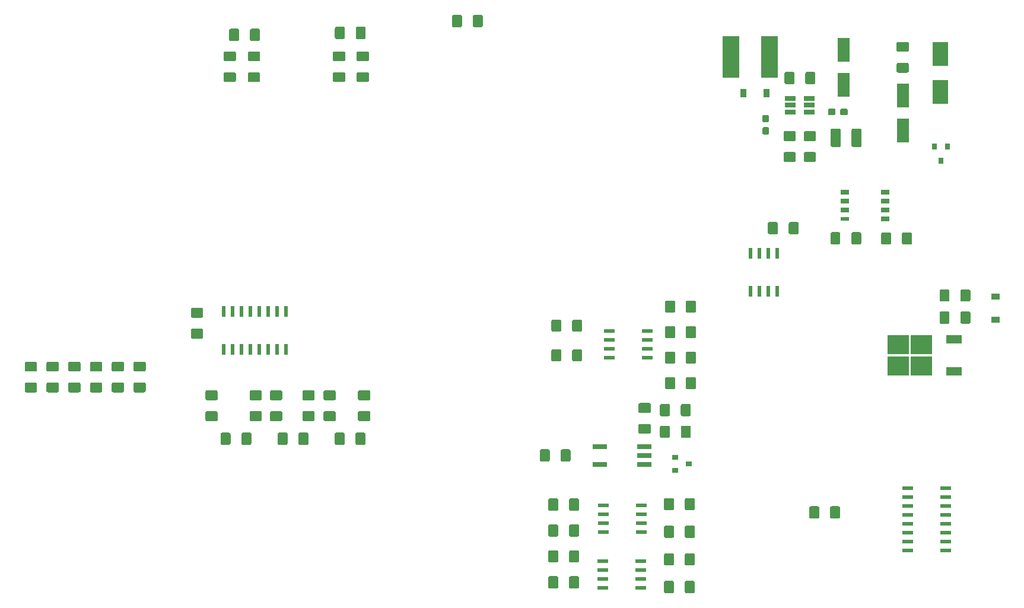
<source format=gbr>
G04 #@! TF.GenerationSoftware,KiCad,Pcbnew,5.1.2*
G04 #@! TF.CreationDate,2019-07-24T05:26:17+02:00*
G04 #@! TF.ProjectId,Motor,4d6f746f-722e-46b6-9963-61645f706362,rev?*
G04 #@! TF.SameCoordinates,Original*
G04 #@! TF.FileFunction,Paste,Top*
G04 #@! TF.FilePolarity,Positive*
%FSLAX46Y46*%
G04 Gerber Fmt 4.6, Leading zero omitted, Abs format (unit mm)*
G04 Created by KiCad (PCBNEW 5.1.2) date 2019-07-24 05:26:17*
%MOMM*%
%LPD*%
G04 APERTURE LIST*
%ADD10C,0.100000*%
%ADD11C,1.425000*%
%ADD12R,1.310000X0.650000*%
%ADD13R,1.310000X0.600000*%
%ADD14R,0.800000X0.900000*%
%ADD15R,2.300000X3.500000*%
%ADD16R,1.800000X3.500000*%
%ADD17R,2.450000X5.900000*%
%ADD18C,0.950000*%
%ADD19R,0.900000X0.800000*%
%ADD20R,2.200000X1.200000*%
%ADD21R,3.050000X2.750000*%
%ADD22R,2.000000X0.640000*%
%ADD23R,1.550000X0.600000*%
%ADD24R,1.500000X0.600000*%
%ADD25R,0.600000X1.500000*%
%ADD26R,1.560000X0.650000*%
%ADD27R,0.600000X1.550000*%
%ADD28R,0.900000X1.200000*%
%ADD29R,1.200000X0.900000*%
G04 APERTURE END LIST*
D10*
G36*
X120570004Y-114662204D02*
G01*
X120594273Y-114665804D01*
X120618071Y-114671765D01*
X120641171Y-114680030D01*
X120663349Y-114690520D01*
X120684393Y-114703133D01*
X120704098Y-114717747D01*
X120722277Y-114734223D01*
X120738753Y-114752402D01*
X120753367Y-114772107D01*
X120765980Y-114793151D01*
X120776470Y-114815329D01*
X120784735Y-114838429D01*
X120790696Y-114862227D01*
X120794296Y-114886496D01*
X120795500Y-114911000D01*
X120795500Y-116161000D01*
X120794296Y-116185504D01*
X120790696Y-116209773D01*
X120784735Y-116233571D01*
X120776470Y-116256671D01*
X120765980Y-116278849D01*
X120753367Y-116299893D01*
X120738753Y-116319598D01*
X120722277Y-116337777D01*
X120704098Y-116354253D01*
X120684393Y-116368867D01*
X120663349Y-116381480D01*
X120641171Y-116391970D01*
X120618071Y-116400235D01*
X120594273Y-116406196D01*
X120570004Y-116409796D01*
X120545500Y-116411000D01*
X119620500Y-116411000D01*
X119595996Y-116409796D01*
X119571727Y-116406196D01*
X119547929Y-116400235D01*
X119524829Y-116391970D01*
X119502651Y-116381480D01*
X119481607Y-116368867D01*
X119461902Y-116354253D01*
X119443723Y-116337777D01*
X119427247Y-116319598D01*
X119412633Y-116299893D01*
X119400020Y-116278849D01*
X119389530Y-116256671D01*
X119381265Y-116233571D01*
X119375304Y-116209773D01*
X119371704Y-116185504D01*
X119370500Y-116161000D01*
X119370500Y-114911000D01*
X119371704Y-114886496D01*
X119375304Y-114862227D01*
X119381265Y-114838429D01*
X119389530Y-114815329D01*
X119400020Y-114793151D01*
X119412633Y-114772107D01*
X119427247Y-114752402D01*
X119443723Y-114734223D01*
X119461902Y-114717747D01*
X119481607Y-114703133D01*
X119502651Y-114690520D01*
X119524829Y-114680030D01*
X119547929Y-114671765D01*
X119571727Y-114665804D01*
X119595996Y-114662204D01*
X119620500Y-114661000D01*
X120545500Y-114661000D01*
X120570004Y-114662204D01*
X120570004Y-114662204D01*
G37*
D11*
X120083000Y-115536000D03*
D10*
G36*
X123545004Y-114662204D02*
G01*
X123569273Y-114665804D01*
X123593071Y-114671765D01*
X123616171Y-114680030D01*
X123638349Y-114690520D01*
X123659393Y-114703133D01*
X123679098Y-114717747D01*
X123697277Y-114734223D01*
X123713753Y-114752402D01*
X123728367Y-114772107D01*
X123740980Y-114793151D01*
X123751470Y-114815329D01*
X123759735Y-114838429D01*
X123765696Y-114862227D01*
X123769296Y-114886496D01*
X123770500Y-114911000D01*
X123770500Y-116161000D01*
X123769296Y-116185504D01*
X123765696Y-116209773D01*
X123759735Y-116233571D01*
X123751470Y-116256671D01*
X123740980Y-116278849D01*
X123728367Y-116299893D01*
X123713753Y-116319598D01*
X123697277Y-116337777D01*
X123679098Y-116354253D01*
X123659393Y-116368867D01*
X123638349Y-116381480D01*
X123616171Y-116391970D01*
X123593071Y-116400235D01*
X123569273Y-116406196D01*
X123545004Y-116409796D01*
X123520500Y-116411000D01*
X122595500Y-116411000D01*
X122570996Y-116409796D01*
X122546727Y-116406196D01*
X122522929Y-116400235D01*
X122499829Y-116391970D01*
X122477651Y-116381480D01*
X122456607Y-116368867D01*
X122436902Y-116354253D01*
X122418723Y-116337777D01*
X122402247Y-116319598D01*
X122387633Y-116299893D01*
X122375020Y-116278849D01*
X122364530Y-116256671D01*
X122356265Y-116233571D01*
X122350304Y-116209773D01*
X122346704Y-116185504D01*
X122345500Y-116161000D01*
X122345500Y-114911000D01*
X122346704Y-114886496D01*
X122350304Y-114862227D01*
X122356265Y-114838429D01*
X122364530Y-114815329D01*
X122375020Y-114793151D01*
X122387633Y-114772107D01*
X122402247Y-114752402D01*
X122418723Y-114734223D01*
X122436902Y-114717747D01*
X122456607Y-114703133D01*
X122477651Y-114690520D01*
X122499829Y-114680030D01*
X122522929Y-114671765D01*
X122546727Y-114665804D01*
X122570996Y-114662204D01*
X122595500Y-114661000D01*
X123520500Y-114661000D01*
X123545004Y-114662204D01*
X123545004Y-114662204D01*
G37*
D11*
X123058000Y-115536000D03*
D12*
X168625800Y-79214000D03*
X162935800Y-80484000D03*
X162935800Y-79214000D03*
D13*
X162935800Y-81754000D03*
D12*
X162935800Y-77944000D03*
X168625800Y-77944000D03*
X168625800Y-80484000D03*
X168625800Y-81754000D03*
D14*
X177566440Y-71447440D03*
X175666440Y-71447440D03*
X176616440Y-73447440D03*
D15*
X176525000Y-58218400D03*
X176525000Y-63618400D03*
D16*
X171191000Y-69166400D03*
X171191000Y-64166400D03*
X162720100Y-57615100D03*
X162720100Y-62615100D03*
D17*
X152191800Y-58665400D03*
X146641800Y-58665400D03*
D10*
G36*
X163091779Y-66027444D02*
G01*
X163114834Y-66030863D01*
X163137443Y-66036527D01*
X163159387Y-66044379D01*
X163180457Y-66054344D01*
X163200448Y-66066326D01*
X163219168Y-66080210D01*
X163236438Y-66095862D01*
X163252090Y-66113132D01*
X163265974Y-66131852D01*
X163277956Y-66151843D01*
X163287921Y-66172913D01*
X163295773Y-66194857D01*
X163301437Y-66217466D01*
X163304856Y-66240521D01*
X163306000Y-66263800D01*
X163306000Y-66738800D01*
X163304856Y-66762079D01*
X163301437Y-66785134D01*
X163295773Y-66807743D01*
X163287921Y-66829687D01*
X163277956Y-66850757D01*
X163265974Y-66870748D01*
X163252090Y-66889468D01*
X163236438Y-66906738D01*
X163219168Y-66922390D01*
X163200448Y-66936274D01*
X163180457Y-66948256D01*
X163159387Y-66958221D01*
X163137443Y-66966073D01*
X163114834Y-66971737D01*
X163091779Y-66975156D01*
X163068500Y-66976300D01*
X162493500Y-66976300D01*
X162470221Y-66975156D01*
X162447166Y-66971737D01*
X162424557Y-66966073D01*
X162402613Y-66958221D01*
X162381543Y-66948256D01*
X162361552Y-66936274D01*
X162342832Y-66922390D01*
X162325562Y-66906738D01*
X162309910Y-66889468D01*
X162296026Y-66870748D01*
X162284044Y-66850757D01*
X162274079Y-66829687D01*
X162266227Y-66807743D01*
X162260563Y-66785134D01*
X162257144Y-66762079D01*
X162256000Y-66738800D01*
X162256000Y-66263800D01*
X162257144Y-66240521D01*
X162260563Y-66217466D01*
X162266227Y-66194857D01*
X162274079Y-66172913D01*
X162284044Y-66151843D01*
X162296026Y-66131852D01*
X162309910Y-66113132D01*
X162325562Y-66095862D01*
X162342832Y-66080210D01*
X162361552Y-66066326D01*
X162381543Y-66054344D01*
X162402613Y-66044379D01*
X162424557Y-66036527D01*
X162447166Y-66030863D01*
X162470221Y-66027444D01*
X162493500Y-66026300D01*
X163068500Y-66026300D01*
X163091779Y-66027444D01*
X163091779Y-66027444D01*
G37*
D18*
X162781000Y-66501300D03*
D10*
G36*
X161341779Y-66027444D02*
G01*
X161364834Y-66030863D01*
X161387443Y-66036527D01*
X161409387Y-66044379D01*
X161430457Y-66054344D01*
X161450448Y-66066326D01*
X161469168Y-66080210D01*
X161486438Y-66095862D01*
X161502090Y-66113132D01*
X161515974Y-66131852D01*
X161527956Y-66151843D01*
X161537921Y-66172913D01*
X161545773Y-66194857D01*
X161551437Y-66217466D01*
X161554856Y-66240521D01*
X161556000Y-66263800D01*
X161556000Y-66738800D01*
X161554856Y-66762079D01*
X161551437Y-66785134D01*
X161545773Y-66807743D01*
X161537921Y-66829687D01*
X161527956Y-66850757D01*
X161515974Y-66870748D01*
X161502090Y-66889468D01*
X161486438Y-66906738D01*
X161469168Y-66922390D01*
X161450448Y-66936274D01*
X161430457Y-66948256D01*
X161409387Y-66958221D01*
X161387443Y-66966073D01*
X161364834Y-66971737D01*
X161341779Y-66975156D01*
X161318500Y-66976300D01*
X160743500Y-66976300D01*
X160720221Y-66975156D01*
X160697166Y-66971737D01*
X160674557Y-66966073D01*
X160652613Y-66958221D01*
X160631543Y-66948256D01*
X160611552Y-66936274D01*
X160592832Y-66922390D01*
X160575562Y-66906738D01*
X160559910Y-66889468D01*
X160546026Y-66870748D01*
X160534044Y-66850757D01*
X160524079Y-66829687D01*
X160516227Y-66807743D01*
X160510563Y-66785134D01*
X160507144Y-66762079D01*
X160506000Y-66738800D01*
X160506000Y-66263800D01*
X160507144Y-66240521D01*
X160510563Y-66217466D01*
X160516227Y-66194857D01*
X160524079Y-66172913D01*
X160534044Y-66151843D01*
X160546026Y-66131852D01*
X160559910Y-66113132D01*
X160575562Y-66095862D01*
X160592832Y-66080210D01*
X160611552Y-66066326D01*
X160631543Y-66054344D01*
X160652613Y-66044379D01*
X160674557Y-66036527D01*
X160697166Y-66030863D01*
X160720221Y-66027444D01*
X160743500Y-66026300D01*
X161318500Y-66026300D01*
X161341779Y-66027444D01*
X161341779Y-66027444D01*
G37*
D18*
X161031000Y-66501300D03*
D19*
X140654360Y-116752660D03*
X138654360Y-117702660D03*
X138654360Y-115802660D03*
D20*
X178489800Y-103541200D03*
X178489800Y-98981200D03*
D21*
X170514800Y-99736200D03*
X173864800Y-102786200D03*
X170514800Y-102786200D03*
X173864800Y-99736200D03*
D10*
G36*
X94776904Y-57853804D02*
G01*
X94801173Y-57857404D01*
X94824971Y-57863365D01*
X94848071Y-57871630D01*
X94870249Y-57882120D01*
X94891293Y-57894733D01*
X94910998Y-57909347D01*
X94929177Y-57925823D01*
X94945653Y-57944002D01*
X94960267Y-57963707D01*
X94972880Y-57984751D01*
X94983370Y-58006929D01*
X94991635Y-58030029D01*
X94997596Y-58053827D01*
X95001196Y-58078096D01*
X95002400Y-58102600D01*
X95002400Y-59027600D01*
X95001196Y-59052104D01*
X94997596Y-59076373D01*
X94991635Y-59100171D01*
X94983370Y-59123271D01*
X94972880Y-59145449D01*
X94960267Y-59166493D01*
X94945653Y-59186198D01*
X94929177Y-59204377D01*
X94910998Y-59220853D01*
X94891293Y-59235467D01*
X94870249Y-59248080D01*
X94848071Y-59258570D01*
X94824971Y-59266835D01*
X94801173Y-59272796D01*
X94776904Y-59276396D01*
X94752400Y-59277600D01*
X93502400Y-59277600D01*
X93477896Y-59276396D01*
X93453627Y-59272796D01*
X93429829Y-59266835D01*
X93406729Y-59258570D01*
X93384551Y-59248080D01*
X93363507Y-59235467D01*
X93343802Y-59220853D01*
X93325623Y-59204377D01*
X93309147Y-59186198D01*
X93294533Y-59166493D01*
X93281920Y-59145449D01*
X93271430Y-59123271D01*
X93263165Y-59100171D01*
X93257204Y-59076373D01*
X93253604Y-59052104D01*
X93252400Y-59027600D01*
X93252400Y-58102600D01*
X93253604Y-58078096D01*
X93257204Y-58053827D01*
X93263165Y-58030029D01*
X93271430Y-58006929D01*
X93281920Y-57984751D01*
X93294533Y-57963707D01*
X93309147Y-57944002D01*
X93325623Y-57925823D01*
X93343802Y-57909347D01*
X93363507Y-57894733D01*
X93384551Y-57882120D01*
X93406729Y-57871630D01*
X93429829Y-57863365D01*
X93453627Y-57857404D01*
X93477896Y-57853804D01*
X93502400Y-57852600D01*
X94752400Y-57852600D01*
X94776904Y-57853804D01*
X94776904Y-57853804D01*
G37*
D11*
X94127400Y-58565100D03*
D10*
G36*
X94776904Y-60828804D02*
G01*
X94801173Y-60832404D01*
X94824971Y-60838365D01*
X94848071Y-60846630D01*
X94870249Y-60857120D01*
X94891293Y-60869733D01*
X94910998Y-60884347D01*
X94929177Y-60900823D01*
X94945653Y-60919002D01*
X94960267Y-60938707D01*
X94972880Y-60959751D01*
X94983370Y-60981929D01*
X94991635Y-61005029D01*
X94997596Y-61028827D01*
X95001196Y-61053096D01*
X95002400Y-61077600D01*
X95002400Y-62002600D01*
X95001196Y-62027104D01*
X94997596Y-62051373D01*
X94991635Y-62075171D01*
X94983370Y-62098271D01*
X94972880Y-62120449D01*
X94960267Y-62141493D01*
X94945653Y-62161198D01*
X94929177Y-62179377D01*
X94910998Y-62195853D01*
X94891293Y-62210467D01*
X94870249Y-62223080D01*
X94848071Y-62233570D01*
X94824971Y-62241835D01*
X94801173Y-62247796D01*
X94776904Y-62251396D01*
X94752400Y-62252600D01*
X93502400Y-62252600D01*
X93477896Y-62251396D01*
X93453627Y-62247796D01*
X93429829Y-62241835D01*
X93406729Y-62233570D01*
X93384551Y-62223080D01*
X93363507Y-62210467D01*
X93343802Y-62195853D01*
X93325623Y-62179377D01*
X93309147Y-62161198D01*
X93294533Y-62141493D01*
X93281920Y-62120449D01*
X93271430Y-62098271D01*
X93263165Y-62075171D01*
X93257204Y-62051373D01*
X93253604Y-62027104D01*
X93252400Y-62002600D01*
X93252400Y-61077600D01*
X93253604Y-61053096D01*
X93257204Y-61028827D01*
X93263165Y-61005029D01*
X93271430Y-60981929D01*
X93281920Y-60959751D01*
X93294533Y-60938707D01*
X93309147Y-60919002D01*
X93325623Y-60900823D01*
X93343802Y-60884347D01*
X93363507Y-60869733D01*
X93384551Y-60857120D01*
X93406729Y-60846630D01*
X93429829Y-60838365D01*
X93453627Y-60832404D01*
X93477896Y-60828804D01*
X93502400Y-60827600D01*
X94752400Y-60827600D01*
X94776904Y-60828804D01*
X94776904Y-60828804D01*
G37*
D11*
X94127400Y-61540100D03*
D10*
G36*
X91373304Y-60828804D02*
G01*
X91397573Y-60832404D01*
X91421371Y-60838365D01*
X91444471Y-60846630D01*
X91466649Y-60857120D01*
X91487693Y-60869733D01*
X91507398Y-60884347D01*
X91525577Y-60900823D01*
X91542053Y-60919002D01*
X91556667Y-60938707D01*
X91569280Y-60959751D01*
X91579770Y-60981929D01*
X91588035Y-61005029D01*
X91593996Y-61028827D01*
X91597596Y-61053096D01*
X91598800Y-61077600D01*
X91598800Y-62002600D01*
X91597596Y-62027104D01*
X91593996Y-62051373D01*
X91588035Y-62075171D01*
X91579770Y-62098271D01*
X91569280Y-62120449D01*
X91556667Y-62141493D01*
X91542053Y-62161198D01*
X91525577Y-62179377D01*
X91507398Y-62195853D01*
X91487693Y-62210467D01*
X91466649Y-62223080D01*
X91444471Y-62233570D01*
X91421371Y-62241835D01*
X91397573Y-62247796D01*
X91373304Y-62251396D01*
X91348800Y-62252600D01*
X90098800Y-62252600D01*
X90074296Y-62251396D01*
X90050027Y-62247796D01*
X90026229Y-62241835D01*
X90003129Y-62233570D01*
X89980951Y-62223080D01*
X89959907Y-62210467D01*
X89940202Y-62195853D01*
X89922023Y-62179377D01*
X89905547Y-62161198D01*
X89890933Y-62141493D01*
X89878320Y-62120449D01*
X89867830Y-62098271D01*
X89859565Y-62075171D01*
X89853604Y-62051373D01*
X89850004Y-62027104D01*
X89848800Y-62002600D01*
X89848800Y-61077600D01*
X89850004Y-61053096D01*
X89853604Y-61028827D01*
X89859565Y-61005029D01*
X89867830Y-60981929D01*
X89878320Y-60959751D01*
X89890933Y-60938707D01*
X89905547Y-60919002D01*
X89922023Y-60900823D01*
X89940202Y-60884347D01*
X89959907Y-60869733D01*
X89980951Y-60857120D01*
X90003129Y-60846630D01*
X90026229Y-60838365D01*
X90050027Y-60832404D01*
X90074296Y-60828804D01*
X90098800Y-60827600D01*
X91348800Y-60827600D01*
X91373304Y-60828804D01*
X91373304Y-60828804D01*
G37*
D11*
X90723800Y-61540100D03*
D10*
G36*
X91373304Y-57853804D02*
G01*
X91397573Y-57857404D01*
X91421371Y-57863365D01*
X91444471Y-57871630D01*
X91466649Y-57882120D01*
X91487693Y-57894733D01*
X91507398Y-57909347D01*
X91525577Y-57925823D01*
X91542053Y-57944002D01*
X91556667Y-57963707D01*
X91569280Y-57984751D01*
X91579770Y-58006929D01*
X91588035Y-58030029D01*
X91593996Y-58053827D01*
X91597596Y-58078096D01*
X91598800Y-58102600D01*
X91598800Y-59027600D01*
X91597596Y-59052104D01*
X91593996Y-59076373D01*
X91588035Y-59100171D01*
X91579770Y-59123271D01*
X91569280Y-59145449D01*
X91556667Y-59166493D01*
X91542053Y-59186198D01*
X91525577Y-59204377D01*
X91507398Y-59220853D01*
X91487693Y-59235467D01*
X91466649Y-59248080D01*
X91444471Y-59258570D01*
X91421371Y-59266835D01*
X91397573Y-59272796D01*
X91373304Y-59276396D01*
X91348800Y-59277600D01*
X90098800Y-59277600D01*
X90074296Y-59276396D01*
X90050027Y-59272796D01*
X90026229Y-59266835D01*
X90003129Y-59258570D01*
X89980951Y-59248080D01*
X89959907Y-59235467D01*
X89940202Y-59220853D01*
X89922023Y-59204377D01*
X89905547Y-59186198D01*
X89890933Y-59166493D01*
X89878320Y-59145449D01*
X89867830Y-59123271D01*
X89859565Y-59100171D01*
X89853604Y-59076373D01*
X89850004Y-59052104D01*
X89848800Y-59027600D01*
X89848800Y-58102600D01*
X89850004Y-58078096D01*
X89853604Y-58053827D01*
X89859565Y-58030029D01*
X89867830Y-58006929D01*
X89878320Y-57984751D01*
X89890933Y-57963707D01*
X89905547Y-57944002D01*
X89922023Y-57925823D01*
X89940202Y-57909347D01*
X89959907Y-57894733D01*
X89980951Y-57882120D01*
X90003129Y-57871630D01*
X90026229Y-57863365D01*
X90050027Y-57857404D01*
X90074296Y-57853804D01*
X90098800Y-57852600D01*
X91348800Y-57852600D01*
X91373304Y-57853804D01*
X91373304Y-57853804D01*
G37*
D11*
X90723800Y-58565100D03*
D10*
G36*
X62913584Y-105115024D02*
G01*
X62937853Y-105118624D01*
X62961651Y-105124585D01*
X62984751Y-105132850D01*
X63006929Y-105143340D01*
X63027973Y-105155953D01*
X63047678Y-105170567D01*
X63065857Y-105187043D01*
X63082333Y-105205222D01*
X63096947Y-105224927D01*
X63109560Y-105245971D01*
X63120050Y-105268149D01*
X63128315Y-105291249D01*
X63134276Y-105315047D01*
X63137876Y-105339316D01*
X63139080Y-105363820D01*
X63139080Y-106288820D01*
X63137876Y-106313324D01*
X63134276Y-106337593D01*
X63128315Y-106361391D01*
X63120050Y-106384491D01*
X63109560Y-106406669D01*
X63096947Y-106427713D01*
X63082333Y-106447418D01*
X63065857Y-106465597D01*
X63047678Y-106482073D01*
X63027973Y-106496687D01*
X63006929Y-106509300D01*
X62984751Y-106519790D01*
X62961651Y-106528055D01*
X62937853Y-106534016D01*
X62913584Y-106537616D01*
X62889080Y-106538820D01*
X61639080Y-106538820D01*
X61614576Y-106537616D01*
X61590307Y-106534016D01*
X61566509Y-106528055D01*
X61543409Y-106519790D01*
X61521231Y-106509300D01*
X61500187Y-106496687D01*
X61480482Y-106482073D01*
X61462303Y-106465597D01*
X61445827Y-106447418D01*
X61431213Y-106427713D01*
X61418600Y-106406669D01*
X61408110Y-106384491D01*
X61399845Y-106361391D01*
X61393884Y-106337593D01*
X61390284Y-106313324D01*
X61389080Y-106288820D01*
X61389080Y-105363820D01*
X61390284Y-105339316D01*
X61393884Y-105315047D01*
X61399845Y-105291249D01*
X61408110Y-105268149D01*
X61418600Y-105245971D01*
X61431213Y-105224927D01*
X61445827Y-105205222D01*
X61462303Y-105187043D01*
X61480482Y-105170567D01*
X61500187Y-105155953D01*
X61521231Y-105143340D01*
X61543409Y-105132850D01*
X61566509Y-105124585D01*
X61590307Y-105118624D01*
X61614576Y-105115024D01*
X61639080Y-105113820D01*
X62889080Y-105113820D01*
X62913584Y-105115024D01*
X62913584Y-105115024D01*
G37*
D11*
X62264080Y-105826320D03*
D10*
G36*
X62913584Y-102140024D02*
G01*
X62937853Y-102143624D01*
X62961651Y-102149585D01*
X62984751Y-102157850D01*
X63006929Y-102168340D01*
X63027973Y-102180953D01*
X63047678Y-102195567D01*
X63065857Y-102212043D01*
X63082333Y-102230222D01*
X63096947Y-102249927D01*
X63109560Y-102270971D01*
X63120050Y-102293149D01*
X63128315Y-102316249D01*
X63134276Y-102340047D01*
X63137876Y-102364316D01*
X63139080Y-102388820D01*
X63139080Y-103313820D01*
X63137876Y-103338324D01*
X63134276Y-103362593D01*
X63128315Y-103386391D01*
X63120050Y-103409491D01*
X63109560Y-103431669D01*
X63096947Y-103452713D01*
X63082333Y-103472418D01*
X63065857Y-103490597D01*
X63047678Y-103507073D01*
X63027973Y-103521687D01*
X63006929Y-103534300D01*
X62984751Y-103544790D01*
X62961651Y-103553055D01*
X62937853Y-103559016D01*
X62913584Y-103562616D01*
X62889080Y-103563820D01*
X61639080Y-103563820D01*
X61614576Y-103562616D01*
X61590307Y-103559016D01*
X61566509Y-103553055D01*
X61543409Y-103544790D01*
X61521231Y-103534300D01*
X61500187Y-103521687D01*
X61480482Y-103507073D01*
X61462303Y-103490597D01*
X61445827Y-103472418D01*
X61431213Y-103452713D01*
X61418600Y-103431669D01*
X61408110Y-103409491D01*
X61399845Y-103386391D01*
X61393884Y-103362593D01*
X61390284Y-103338324D01*
X61389080Y-103313820D01*
X61389080Y-102388820D01*
X61390284Y-102364316D01*
X61393884Y-102340047D01*
X61399845Y-102316249D01*
X61408110Y-102293149D01*
X61418600Y-102270971D01*
X61431213Y-102249927D01*
X61445827Y-102230222D01*
X61462303Y-102212043D01*
X61480482Y-102195567D01*
X61500187Y-102180953D01*
X61521231Y-102168340D01*
X61543409Y-102157850D01*
X61566509Y-102149585D01*
X61590307Y-102143624D01*
X61614576Y-102140024D01*
X61639080Y-102138820D01*
X62889080Y-102138820D01*
X62913584Y-102140024D01*
X62913584Y-102140024D01*
G37*
D11*
X62264080Y-102851320D03*
D10*
G36*
X59810720Y-102140024D02*
G01*
X59834989Y-102143624D01*
X59858787Y-102149585D01*
X59881887Y-102157850D01*
X59904065Y-102168340D01*
X59925109Y-102180953D01*
X59944814Y-102195567D01*
X59962993Y-102212043D01*
X59979469Y-102230222D01*
X59994083Y-102249927D01*
X60006696Y-102270971D01*
X60017186Y-102293149D01*
X60025451Y-102316249D01*
X60031412Y-102340047D01*
X60035012Y-102364316D01*
X60036216Y-102388820D01*
X60036216Y-103313820D01*
X60035012Y-103338324D01*
X60031412Y-103362593D01*
X60025451Y-103386391D01*
X60017186Y-103409491D01*
X60006696Y-103431669D01*
X59994083Y-103452713D01*
X59979469Y-103472418D01*
X59962993Y-103490597D01*
X59944814Y-103507073D01*
X59925109Y-103521687D01*
X59904065Y-103534300D01*
X59881887Y-103544790D01*
X59858787Y-103553055D01*
X59834989Y-103559016D01*
X59810720Y-103562616D01*
X59786216Y-103563820D01*
X58536216Y-103563820D01*
X58511712Y-103562616D01*
X58487443Y-103559016D01*
X58463645Y-103553055D01*
X58440545Y-103544790D01*
X58418367Y-103534300D01*
X58397323Y-103521687D01*
X58377618Y-103507073D01*
X58359439Y-103490597D01*
X58342963Y-103472418D01*
X58328349Y-103452713D01*
X58315736Y-103431669D01*
X58305246Y-103409491D01*
X58296981Y-103386391D01*
X58291020Y-103362593D01*
X58287420Y-103338324D01*
X58286216Y-103313820D01*
X58286216Y-102388820D01*
X58287420Y-102364316D01*
X58291020Y-102340047D01*
X58296981Y-102316249D01*
X58305246Y-102293149D01*
X58315736Y-102270971D01*
X58328349Y-102249927D01*
X58342963Y-102230222D01*
X58359439Y-102212043D01*
X58377618Y-102195567D01*
X58397323Y-102180953D01*
X58418367Y-102168340D01*
X58440545Y-102157850D01*
X58463645Y-102149585D01*
X58487443Y-102143624D01*
X58511712Y-102140024D01*
X58536216Y-102138820D01*
X59786216Y-102138820D01*
X59810720Y-102140024D01*
X59810720Y-102140024D01*
G37*
D11*
X59161216Y-102851320D03*
D10*
G36*
X59810720Y-105115024D02*
G01*
X59834989Y-105118624D01*
X59858787Y-105124585D01*
X59881887Y-105132850D01*
X59904065Y-105143340D01*
X59925109Y-105155953D01*
X59944814Y-105170567D01*
X59962993Y-105187043D01*
X59979469Y-105205222D01*
X59994083Y-105224927D01*
X60006696Y-105245971D01*
X60017186Y-105268149D01*
X60025451Y-105291249D01*
X60031412Y-105315047D01*
X60035012Y-105339316D01*
X60036216Y-105363820D01*
X60036216Y-106288820D01*
X60035012Y-106313324D01*
X60031412Y-106337593D01*
X60025451Y-106361391D01*
X60017186Y-106384491D01*
X60006696Y-106406669D01*
X59994083Y-106427713D01*
X59979469Y-106447418D01*
X59962993Y-106465597D01*
X59944814Y-106482073D01*
X59925109Y-106496687D01*
X59904065Y-106509300D01*
X59881887Y-106519790D01*
X59858787Y-106528055D01*
X59834989Y-106534016D01*
X59810720Y-106537616D01*
X59786216Y-106538820D01*
X58536216Y-106538820D01*
X58511712Y-106537616D01*
X58487443Y-106534016D01*
X58463645Y-106528055D01*
X58440545Y-106519790D01*
X58418367Y-106509300D01*
X58397323Y-106496687D01*
X58377618Y-106482073D01*
X58359439Y-106465597D01*
X58342963Y-106447418D01*
X58328349Y-106427713D01*
X58315736Y-106406669D01*
X58305246Y-106384491D01*
X58296981Y-106361391D01*
X58291020Y-106337593D01*
X58287420Y-106313324D01*
X58286216Y-106288820D01*
X58286216Y-105363820D01*
X58287420Y-105339316D01*
X58291020Y-105315047D01*
X58296981Y-105291249D01*
X58305246Y-105268149D01*
X58315736Y-105245971D01*
X58328349Y-105224927D01*
X58342963Y-105205222D01*
X58359439Y-105187043D01*
X58377618Y-105170567D01*
X58397323Y-105155953D01*
X58418367Y-105143340D01*
X58440545Y-105132850D01*
X58463645Y-105124585D01*
X58487443Y-105118624D01*
X58511712Y-105115024D01*
X58536216Y-105113820D01*
X59786216Y-105113820D01*
X59810720Y-105115024D01*
X59810720Y-105115024D01*
G37*
D11*
X59161216Y-105826320D03*
D10*
G36*
X56707856Y-105115024D02*
G01*
X56732125Y-105118624D01*
X56755923Y-105124585D01*
X56779023Y-105132850D01*
X56801201Y-105143340D01*
X56822245Y-105155953D01*
X56841950Y-105170567D01*
X56860129Y-105187043D01*
X56876605Y-105205222D01*
X56891219Y-105224927D01*
X56903832Y-105245971D01*
X56914322Y-105268149D01*
X56922587Y-105291249D01*
X56928548Y-105315047D01*
X56932148Y-105339316D01*
X56933352Y-105363820D01*
X56933352Y-106288820D01*
X56932148Y-106313324D01*
X56928548Y-106337593D01*
X56922587Y-106361391D01*
X56914322Y-106384491D01*
X56903832Y-106406669D01*
X56891219Y-106427713D01*
X56876605Y-106447418D01*
X56860129Y-106465597D01*
X56841950Y-106482073D01*
X56822245Y-106496687D01*
X56801201Y-106509300D01*
X56779023Y-106519790D01*
X56755923Y-106528055D01*
X56732125Y-106534016D01*
X56707856Y-106537616D01*
X56683352Y-106538820D01*
X55433352Y-106538820D01*
X55408848Y-106537616D01*
X55384579Y-106534016D01*
X55360781Y-106528055D01*
X55337681Y-106519790D01*
X55315503Y-106509300D01*
X55294459Y-106496687D01*
X55274754Y-106482073D01*
X55256575Y-106465597D01*
X55240099Y-106447418D01*
X55225485Y-106427713D01*
X55212872Y-106406669D01*
X55202382Y-106384491D01*
X55194117Y-106361391D01*
X55188156Y-106337593D01*
X55184556Y-106313324D01*
X55183352Y-106288820D01*
X55183352Y-105363820D01*
X55184556Y-105339316D01*
X55188156Y-105315047D01*
X55194117Y-105291249D01*
X55202382Y-105268149D01*
X55212872Y-105245971D01*
X55225485Y-105224927D01*
X55240099Y-105205222D01*
X55256575Y-105187043D01*
X55274754Y-105170567D01*
X55294459Y-105155953D01*
X55315503Y-105143340D01*
X55337681Y-105132850D01*
X55360781Y-105124585D01*
X55384579Y-105118624D01*
X55408848Y-105115024D01*
X55433352Y-105113820D01*
X56683352Y-105113820D01*
X56707856Y-105115024D01*
X56707856Y-105115024D01*
G37*
D11*
X56058352Y-105826320D03*
D10*
G36*
X56707856Y-102140024D02*
G01*
X56732125Y-102143624D01*
X56755923Y-102149585D01*
X56779023Y-102157850D01*
X56801201Y-102168340D01*
X56822245Y-102180953D01*
X56841950Y-102195567D01*
X56860129Y-102212043D01*
X56876605Y-102230222D01*
X56891219Y-102249927D01*
X56903832Y-102270971D01*
X56914322Y-102293149D01*
X56922587Y-102316249D01*
X56928548Y-102340047D01*
X56932148Y-102364316D01*
X56933352Y-102388820D01*
X56933352Y-103313820D01*
X56932148Y-103338324D01*
X56928548Y-103362593D01*
X56922587Y-103386391D01*
X56914322Y-103409491D01*
X56903832Y-103431669D01*
X56891219Y-103452713D01*
X56876605Y-103472418D01*
X56860129Y-103490597D01*
X56841950Y-103507073D01*
X56822245Y-103521687D01*
X56801201Y-103534300D01*
X56779023Y-103544790D01*
X56755923Y-103553055D01*
X56732125Y-103559016D01*
X56707856Y-103562616D01*
X56683352Y-103563820D01*
X55433352Y-103563820D01*
X55408848Y-103562616D01*
X55384579Y-103559016D01*
X55360781Y-103553055D01*
X55337681Y-103544790D01*
X55315503Y-103534300D01*
X55294459Y-103521687D01*
X55274754Y-103507073D01*
X55256575Y-103490597D01*
X55240099Y-103472418D01*
X55225485Y-103452713D01*
X55212872Y-103431669D01*
X55202382Y-103409491D01*
X55194117Y-103386391D01*
X55188156Y-103362593D01*
X55184556Y-103338324D01*
X55183352Y-103313820D01*
X55183352Y-102388820D01*
X55184556Y-102364316D01*
X55188156Y-102340047D01*
X55194117Y-102316249D01*
X55202382Y-102293149D01*
X55212872Y-102270971D01*
X55225485Y-102249927D01*
X55240099Y-102230222D01*
X55256575Y-102212043D01*
X55274754Y-102195567D01*
X55294459Y-102180953D01*
X55315503Y-102168340D01*
X55337681Y-102157850D01*
X55360781Y-102149585D01*
X55384579Y-102143624D01*
X55408848Y-102140024D01*
X55433352Y-102138820D01*
X56683352Y-102138820D01*
X56707856Y-102140024D01*
X56707856Y-102140024D01*
G37*
D11*
X56058352Y-102851320D03*
D10*
G36*
X53604992Y-102140024D02*
G01*
X53629261Y-102143624D01*
X53653059Y-102149585D01*
X53676159Y-102157850D01*
X53698337Y-102168340D01*
X53719381Y-102180953D01*
X53739086Y-102195567D01*
X53757265Y-102212043D01*
X53773741Y-102230222D01*
X53788355Y-102249927D01*
X53800968Y-102270971D01*
X53811458Y-102293149D01*
X53819723Y-102316249D01*
X53825684Y-102340047D01*
X53829284Y-102364316D01*
X53830488Y-102388820D01*
X53830488Y-103313820D01*
X53829284Y-103338324D01*
X53825684Y-103362593D01*
X53819723Y-103386391D01*
X53811458Y-103409491D01*
X53800968Y-103431669D01*
X53788355Y-103452713D01*
X53773741Y-103472418D01*
X53757265Y-103490597D01*
X53739086Y-103507073D01*
X53719381Y-103521687D01*
X53698337Y-103534300D01*
X53676159Y-103544790D01*
X53653059Y-103553055D01*
X53629261Y-103559016D01*
X53604992Y-103562616D01*
X53580488Y-103563820D01*
X52330488Y-103563820D01*
X52305984Y-103562616D01*
X52281715Y-103559016D01*
X52257917Y-103553055D01*
X52234817Y-103544790D01*
X52212639Y-103534300D01*
X52191595Y-103521687D01*
X52171890Y-103507073D01*
X52153711Y-103490597D01*
X52137235Y-103472418D01*
X52122621Y-103452713D01*
X52110008Y-103431669D01*
X52099518Y-103409491D01*
X52091253Y-103386391D01*
X52085292Y-103362593D01*
X52081692Y-103338324D01*
X52080488Y-103313820D01*
X52080488Y-102388820D01*
X52081692Y-102364316D01*
X52085292Y-102340047D01*
X52091253Y-102316249D01*
X52099518Y-102293149D01*
X52110008Y-102270971D01*
X52122621Y-102249927D01*
X52137235Y-102230222D01*
X52153711Y-102212043D01*
X52171890Y-102195567D01*
X52191595Y-102180953D01*
X52212639Y-102168340D01*
X52234817Y-102157850D01*
X52257917Y-102149585D01*
X52281715Y-102143624D01*
X52305984Y-102140024D01*
X52330488Y-102138820D01*
X53580488Y-102138820D01*
X53604992Y-102140024D01*
X53604992Y-102140024D01*
G37*
D11*
X52955488Y-102851320D03*
D10*
G36*
X53604992Y-105115024D02*
G01*
X53629261Y-105118624D01*
X53653059Y-105124585D01*
X53676159Y-105132850D01*
X53698337Y-105143340D01*
X53719381Y-105155953D01*
X53739086Y-105170567D01*
X53757265Y-105187043D01*
X53773741Y-105205222D01*
X53788355Y-105224927D01*
X53800968Y-105245971D01*
X53811458Y-105268149D01*
X53819723Y-105291249D01*
X53825684Y-105315047D01*
X53829284Y-105339316D01*
X53830488Y-105363820D01*
X53830488Y-106288820D01*
X53829284Y-106313324D01*
X53825684Y-106337593D01*
X53819723Y-106361391D01*
X53811458Y-106384491D01*
X53800968Y-106406669D01*
X53788355Y-106427713D01*
X53773741Y-106447418D01*
X53757265Y-106465597D01*
X53739086Y-106482073D01*
X53719381Y-106496687D01*
X53698337Y-106509300D01*
X53676159Y-106519790D01*
X53653059Y-106528055D01*
X53629261Y-106534016D01*
X53604992Y-106537616D01*
X53580488Y-106538820D01*
X52330488Y-106538820D01*
X52305984Y-106537616D01*
X52281715Y-106534016D01*
X52257917Y-106528055D01*
X52234817Y-106519790D01*
X52212639Y-106509300D01*
X52191595Y-106496687D01*
X52171890Y-106482073D01*
X52153711Y-106465597D01*
X52137235Y-106447418D01*
X52122621Y-106427713D01*
X52110008Y-106406669D01*
X52099518Y-106384491D01*
X52091253Y-106361391D01*
X52085292Y-106337593D01*
X52081692Y-106313324D01*
X52080488Y-106288820D01*
X52080488Y-105363820D01*
X52081692Y-105339316D01*
X52085292Y-105315047D01*
X52091253Y-105291249D01*
X52099518Y-105268149D01*
X52110008Y-105245971D01*
X52122621Y-105224927D01*
X52137235Y-105205222D01*
X52153711Y-105187043D01*
X52171890Y-105170567D01*
X52191595Y-105155953D01*
X52212639Y-105143340D01*
X52234817Y-105132850D01*
X52257917Y-105124585D01*
X52281715Y-105118624D01*
X52305984Y-105115024D01*
X52330488Y-105113820D01*
X53580488Y-105113820D01*
X53604992Y-105115024D01*
X53604992Y-105115024D01*
G37*
D11*
X52955488Y-105826320D03*
D10*
G36*
X50502128Y-105115024D02*
G01*
X50526397Y-105118624D01*
X50550195Y-105124585D01*
X50573295Y-105132850D01*
X50595473Y-105143340D01*
X50616517Y-105155953D01*
X50636222Y-105170567D01*
X50654401Y-105187043D01*
X50670877Y-105205222D01*
X50685491Y-105224927D01*
X50698104Y-105245971D01*
X50708594Y-105268149D01*
X50716859Y-105291249D01*
X50722820Y-105315047D01*
X50726420Y-105339316D01*
X50727624Y-105363820D01*
X50727624Y-106288820D01*
X50726420Y-106313324D01*
X50722820Y-106337593D01*
X50716859Y-106361391D01*
X50708594Y-106384491D01*
X50698104Y-106406669D01*
X50685491Y-106427713D01*
X50670877Y-106447418D01*
X50654401Y-106465597D01*
X50636222Y-106482073D01*
X50616517Y-106496687D01*
X50595473Y-106509300D01*
X50573295Y-106519790D01*
X50550195Y-106528055D01*
X50526397Y-106534016D01*
X50502128Y-106537616D01*
X50477624Y-106538820D01*
X49227624Y-106538820D01*
X49203120Y-106537616D01*
X49178851Y-106534016D01*
X49155053Y-106528055D01*
X49131953Y-106519790D01*
X49109775Y-106509300D01*
X49088731Y-106496687D01*
X49069026Y-106482073D01*
X49050847Y-106465597D01*
X49034371Y-106447418D01*
X49019757Y-106427713D01*
X49007144Y-106406669D01*
X48996654Y-106384491D01*
X48988389Y-106361391D01*
X48982428Y-106337593D01*
X48978828Y-106313324D01*
X48977624Y-106288820D01*
X48977624Y-105363820D01*
X48978828Y-105339316D01*
X48982428Y-105315047D01*
X48988389Y-105291249D01*
X48996654Y-105268149D01*
X49007144Y-105245971D01*
X49019757Y-105224927D01*
X49034371Y-105205222D01*
X49050847Y-105187043D01*
X49069026Y-105170567D01*
X49088731Y-105155953D01*
X49109775Y-105143340D01*
X49131953Y-105132850D01*
X49155053Y-105124585D01*
X49178851Y-105118624D01*
X49203120Y-105115024D01*
X49227624Y-105113820D01*
X50477624Y-105113820D01*
X50502128Y-105115024D01*
X50502128Y-105115024D01*
G37*
D11*
X49852624Y-105826320D03*
D10*
G36*
X50502128Y-102140024D02*
G01*
X50526397Y-102143624D01*
X50550195Y-102149585D01*
X50573295Y-102157850D01*
X50595473Y-102168340D01*
X50616517Y-102180953D01*
X50636222Y-102195567D01*
X50654401Y-102212043D01*
X50670877Y-102230222D01*
X50685491Y-102249927D01*
X50698104Y-102270971D01*
X50708594Y-102293149D01*
X50716859Y-102316249D01*
X50722820Y-102340047D01*
X50726420Y-102364316D01*
X50727624Y-102388820D01*
X50727624Y-103313820D01*
X50726420Y-103338324D01*
X50722820Y-103362593D01*
X50716859Y-103386391D01*
X50708594Y-103409491D01*
X50698104Y-103431669D01*
X50685491Y-103452713D01*
X50670877Y-103472418D01*
X50654401Y-103490597D01*
X50636222Y-103507073D01*
X50616517Y-103521687D01*
X50595473Y-103534300D01*
X50573295Y-103544790D01*
X50550195Y-103553055D01*
X50526397Y-103559016D01*
X50502128Y-103562616D01*
X50477624Y-103563820D01*
X49227624Y-103563820D01*
X49203120Y-103562616D01*
X49178851Y-103559016D01*
X49155053Y-103553055D01*
X49131953Y-103544790D01*
X49109775Y-103534300D01*
X49088731Y-103521687D01*
X49069026Y-103507073D01*
X49050847Y-103490597D01*
X49034371Y-103472418D01*
X49019757Y-103452713D01*
X49007144Y-103431669D01*
X48996654Y-103409491D01*
X48988389Y-103386391D01*
X48982428Y-103362593D01*
X48978828Y-103338324D01*
X48977624Y-103313820D01*
X48977624Y-102388820D01*
X48978828Y-102364316D01*
X48982428Y-102340047D01*
X48988389Y-102316249D01*
X48996654Y-102293149D01*
X49007144Y-102270971D01*
X49019757Y-102249927D01*
X49034371Y-102230222D01*
X49050847Y-102212043D01*
X49069026Y-102195567D01*
X49088731Y-102180953D01*
X49109775Y-102168340D01*
X49131953Y-102157850D01*
X49155053Y-102149585D01*
X49178851Y-102143624D01*
X49203120Y-102140024D01*
X49227624Y-102138820D01*
X50477624Y-102138820D01*
X50502128Y-102140024D01*
X50502128Y-102140024D01*
G37*
D11*
X49852624Y-102851320D03*
D10*
G36*
X47399264Y-102140024D02*
G01*
X47423533Y-102143624D01*
X47447331Y-102149585D01*
X47470431Y-102157850D01*
X47492609Y-102168340D01*
X47513653Y-102180953D01*
X47533358Y-102195567D01*
X47551537Y-102212043D01*
X47568013Y-102230222D01*
X47582627Y-102249927D01*
X47595240Y-102270971D01*
X47605730Y-102293149D01*
X47613995Y-102316249D01*
X47619956Y-102340047D01*
X47623556Y-102364316D01*
X47624760Y-102388820D01*
X47624760Y-103313820D01*
X47623556Y-103338324D01*
X47619956Y-103362593D01*
X47613995Y-103386391D01*
X47605730Y-103409491D01*
X47595240Y-103431669D01*
X47582627Y-103452713D01*
X47568013Y-103472418D01*
X47551537Y-103490597D01*
X47533358Y-103507073D01*
X47513653Y-103521687D01*
X47492609Y-103534300D01*
X47470431Y-103544790D01*
X47447331Y-103553055D01*
X47423533Y-103559016D01*
X47399264Y-103562616D01*
X47374760Y-103563820D01*
X46124760Y-103563820D01*
X46100256Y-103562616D01*
X46075987Y-103559016D01*
X46052189Y-103553055D01*
X46029089Y-103544790D01*
X46006911Y-103534300D01*
X45985867Y-103521687D01*
X45966162Y-103507073D01*
X45947983Y-103490597D01*
X45931507Y-103472418D01*
X45916893Y-103452713D01*
X45904280Y-103431669D01*
X45893790Y-103409491D01*
X45885525Y-103386391D01*
X45879564Y-103362593D01*
X45875964Y-103338324D01*
X45874760Y-103313820D01*
X45874760Y-102388820D01*
X45875964Y-102364316D01*
X45879564Y-102340047D01*
X45885525Y-102316249D01*
X45893790Y-102293149D01*
X45904280Y-102270971D01*
X45916893Y-102249927D01*
X45931507Y-102230222D01*
X45947983Y-102212043D01*
X45966162Y-102195567D01*
X45985867Y-102180953D01*
X46006911Y-102168340D01*
X46029089Y-102157850D01*
X46052189Y-102149585D01*
X46075987Y-102143624D01*
X46100256Y-102140024D01*
X46124760Y-102138820D01*
X47374760Y-102138820D01*
X47399264Y-102140024D01*
X47399264Y-102140024D01*
G37*
D11*
X46749760Y-102851320D03*
D10*
G36*
X47399264Y-105115024D02*
G01*
X47423533Y-105118624D01*
X47447331Y-105124585D01*
X47470431Y-105132850D01*
X47492609Y-105143340D01*
X47513653Y-105155953D01*
X47533358Y-105170567D01*
X47551537Y-105187043D01*
X47568013Y-105205222D01*
X47582627Y-105224927D01*
X47595240Y-105245971D01*
X47605730Y-105268149D01*
X47613995Y-105291249D01*
X47619956Y-105315047D01*
X47623556Y-105339316D01*
X47624760Y-105363820D01*
X47624760Y-106288820D01*
X47623556Y-106313324D01*
X47619956Y-106337593D01*
X47613995Y-106361391D01*
X47605730Y-106384491D01*
X47595240Y-106406669D01*
X47582627Y-106427713D01*
X47568013Y-106447418D01*
X47551537Y-106465597D01*
X47533358Y-106482073D01*
X47513653Y-106496687D01*
X47492609Y-106509300D01*
X47470431Y-106519790D01*
X47447331Y-106528055D01*
X47423533Y-106534016D01*
X47399264Y-106537616D01*
X47374760Y-106538820D01*
X46124760Y-106538820D01*
X46100256Y-106537616D01*
X46075987Y-106534016D01*
X46052189Y-106528055D01*
X46029089Y-106519790D01*
X46006911Y-106509300D01*
X45985867Y-106496687D01*
X45966162Y-106482073D01*
X45947983Y-106465597D01*
X45931507Y-106447418D01*
X45916893Y-106427713D01*
X45904280Y-106406669D01*
X45893790Y-106384491D01*
X45885525Y-106361391D01*
X45879564Y-106337593D01*
X45875964Y-106313324D01*
X45874760Y-106288820D01*
X45874760Y-105363820D01*
X45875964Y-105339316D01*
X45879564Y-105315047D01*
X45885525Y-105291249D01*
X45893790Y-105268149D01*
X45904280Y-105245971D01*
X45916893Y-105224927D01*
X45931507Y-105205222D01*
X45947983Y-105187043D01*
X45966162Y-105170567D01*
X45985867Y-105155953D01*
X46006911Y-105143340D01*
X46029089Y-105132850D01*
X46052189Y-105124585D01*
X46075987Y-105118624D01*
X46100256Y-105115024D01*
X46124760Y-105113820D01*
X47374760Y-105113820D01*
X47399264Y-105115024D01*
X47399264Y-105115024D01*
G37*
D11*
X46749760Y-105826320D03*
D10*
G36*
X79244804Y-57853804D02*
G01*
X79269073Y-57857404D01*
X79292871Y-57863365D01*
X79315971Y-57871630D01*
X79338149Y-57882120D01*
X79359193Y-57894733D01*
X79378898Y-57909347D01*
X79397077Y-57925823D01*
X79413553Y-57944002D01*
X79428167Y-57963707D01*
X79440780Y-57984751D01*
X79451270Y-58006929D01*
X79459535Y-58030029D01*
X79465496Y-58053827D01*
X79469096Y-58078096D01*
X79470300Y-58102600D01*
X79470300Y-59027600D01*
X79469096Y-59052104D01*
X79465496Y-59076373D01*
X79459535Y-59100171D01*
X79451270Y-59123271D01*
X79440780Y-59145449D01*
X79428167Y-59166493D01*
X79413553Y-59186198D01*
X79397077Y-59204377D01*
X79378898Y-59220853D01*
X79359193Y-59235467D01*
X79338149Y-59248080D01*
X79315971Y-59258570D01*
X79292871Y-59266835D01*
X79269073Y-59272796D01*
X79244804Y-59276396D01*
X79220300Y-59277600D01*
X77970300Y-59277600D01*
X77945796Y-59276396D01*
X77921527Y-59272796D01*
X77897729Y-59266835D01*
X77874629Y-59258570D01*
X77852451Y-59248080D01*
X77831407Y-59235467D01*
X77811702Y-59220853D01*
X77793523Y-59204377D01*
X77777047Y-59186198D01*
X77762433Y-59166493D01*
X77749820Y-59145449D01*
X77739330Y-59123271D01*
X77731065Y-59100171D01*
X77725104Y-59076373D01*
X77721504Y-59052104D01*
X77720300Y-59027600D01*
X77720300Y-58102600D01*
X77721504Y-58078096D01*
X77725104Y-58053827D01*
X77731065Y-58030029D01*
X77739330Y-58006929D01*
X77749820Y-57984751D01*
X77762433Y-57963707D01*
X77777047Y-57944002D01*
X77793523Y-57925823D01*
X77811702Y-57909347D01*
X77831407Y-57894733D01*
X77852451Y-57882120D01*
X77874629Y-57871630D01*
X77897729Y-57863365D01*
X77921527Y-57857404D01*
X77945796Y-57853804D01*
X77970300Y-57852600D01*
X79220300Y-57852600D01*
X79244804Y-57853804D01*
X79244804Y-57853804D01*
G37*
D11*
X78595300Y-58565100D03*
D10*
G36*
X79244804Y-60828804D02*
G01*
X79269073Y-60832404D01*
X79292871Y-60838365D01*
X79315971Y-60846630D01*
X79338149Y-60857120D01*
X79359193Y-60869733D01*
X79378898Y-60884347D01*
X79397077Y-60900823D01*
X79413553Y-60919002D01*
X79428167Y-60938707D01*
X79440780Y-60959751D01*
X79451270Y-60981929D01*
X79459535Y-61005029D01*
X79465496Y-61028827D01*
X79469096Y-61053096D01*
X79470300Y-61077600D01*
X79470300Y-62002600D01*
X79469096Y-62027104D01*
X79465496Y-62051373D01*
X79459535Y-62075171D01*
X79451270Y-62098271D01*
X79440780Y-62120449D01*
X79428167Y-62141493D01*
X79413553Y-62161198D01*
X79397077Y-62179377D01*
X79378898Y-62195853D01*
X79359193Y-62210467D01*
X79338149Y-62223080D01*
X79315971Y-62233570D01*
X79292871Y-62241835D01*
X79269073Y-62247796D01*
X79244804Y-62251396D01*
X79220300Y-62252600D01*
X77970300Y-62252600D01*
X77945796Y-62251396D01*
X77921527Y-62247796D01*
X77897729Y-62241835D01*
X77874629Y-62233570D01*
X77852451Y-62223080D01*
X77831407Y-62210467D01*
X77811702Y-62195853D01*
X77793523Y-62179377D01*
X77777047Y-62161198D01*
X77762433Y-62141493D01*
X77749820Y-62120449D01*
X77739330Y-62098271D01*
X77731065Y-62075171D01*
X77725104Y-62051373D01*
X77721504Y-62027104D01*
X77720300Y-62002600D01*
X77720300Y-61077600D01*
X77721504Y-61053096D01*
X77725104Y-61028827D01*
X77731065Y-61005029D01*
X77739330Y-60981929D01*
X77749820Y-60959751D01*
X77762433Y-60938707D01*
X77777047Y-60919002D01*
X77793523Y-60900823D01*
X77811702Y-60884347D01*
X77831407Y-60869733D01*
X77852451Y-60857120D01*
X77874629Y-60846630D01*
X77897729Y-60838365D01*
X77921527Y-60832404D01*
X77945796Y-60828804D01*
X77970300Y-60827600D01*
X79220300Y-60827600D01*
X79244804Y-60828804D01*
X79244804Y-60828804D01*
G37*
D11*
X78595300Y-61540100D03*
D10*
G36*
X75777704Y-60828804D02*
G01*
X75801973Y-60832404D01*
X75825771Y-60838365D01*
X75848871Y-60846630D01*
X75871049Y-60857120D01*
X75892093Y-60869733D01*
X75911798Y-60884347D01*
X75929977Y-60900823D01*
X75946453Y-60919002D01*
X75961067Y-60938707D01*
X75973680Y-60959751D01*
X75984170Y-60981929D01*
X75992435Y-61005029D01*
X75998396Y-61028827D01*
X76001996Y-61053096D01*
X76003200Y-61077600D01*
X76003200Y-62002600D01*
X76001996Y-62027104D01*
X75998396Y-62051373D01*
X75992435Y-62075171D01*
X75984170Y-62098271D01*
X75973680Y-62120449D01*
X75961067Y-62141493D01*
X75946453Y-62161198D01*
X75929977Y-62179377D01*
X75911798Y-62195853D01*
X75892093Y-62210467D01*
X75871049Y-62223080D01*
X75848871Y-62233570D01*
X75825771Y-62241835D01*
X75801973Y-62247796D01*
X75777704Y-62251396D01*
X75753200Y-62252600D01*
X74503200Y-62252600D01*
X74478696Y-62251396D01*
X74454427Y-62247796D01*
X74430629Y-62241835D01*
X74407529Y-62233570D01*
X74385351Y-62223080D01*
X74364307Y-62210467D01*
X74344602Y-62195853D01*
X74326423Y-62179377D01*
X74309947Y-62161198D01*
X74295333Y-62141493D01*
X74282720Y-62120449D01*
X74272230Y-62098271D01*
X74263965Y-62075171D01*
X74258004Y-62051373D01*
X74254404Y-62027104D01*
X74253200Y-62002600D01*
X74253200Y-61077600D01*
X74254404Y-61053096D01*
X74258004Y-61028827D01*
X74263965Y-61005029D01*
X74272230Y-60981929D01*
X74282720Y-60959751D01*
X74295333Y-60938707D01*
X74309947Y-60919002D01*
X74326423Y-60900823D01*
X74344602Y-60884347D01*
X74364307Y-60869733D01*
X74385351Y-60857120D01*
X74407529Y-60846630D01*
X74430629Y-60838365D01*
X74454427Y-60832404D01*
X74478696Y-60828804D01*
X74503200Y-60827600D01*
X75753200Y-60827600D01*
X75777704Y-60828804D01*
X75777704Y-60828804D01*
G37*
D11*
X75128200Y-61540100D03*
D10*
G36*
X75777704Y-57853804D02*
G01*
X75801973Y-57857404D01*
X75825771Y-57863365D01*
X75848871Y-57871630D01*
X75871049Y-57882120D01*
X75892093Y-57894733D01*
X75911798Y-57909347D01*
X75929977Y-57925823D01*
X75946453Y-57944002D01*
X75961067Y-57963707D01*
X75973680Y-57984751D01*
X75984170Y-58006929D01*
X75992435Y-58030029D01*
X75998396Y-58053827D01*
X76001996Y-58078096D01*
X76003200Y-58102600D01*
X76003200Y-59027600D01*
X76001996Y-59052104D01*
X75998396Y-59076373D01*
X75992435Y-59100171D01*
X75984170Y-59123271D01*
X75973680Y-59145449D01*
X75961067Y-59166493D01*
X75946453Y-59186198D01*
X75929977Y-59204377D01*
X75911798Y-59220853D01*
X75892093Y-59235467D01*
X75871049Y-59248080D01*
X75848871Y-59258570D01*
X75825771Y-59266835D01*
X75801973Y-59272796D01*
X75777704Y-59276396D01*
X75753200Y-59277600D01*
X74503200Y-59277600D01*
X74478696Y-59276396D01*
X74454427Y-59272796D01*
X74430629Y-59266835D01*
X74407529Y-59258570D01*
X74385351Y-59248080D01*
X74364307Y-59235467D01*
X74344602Y-59220853D01*
X74326423Y-59204377D01*
X74309947Y-59186198D01*
X74295333Y-59166493D01*
X74282720Y-59145449D01*
X74272230Y-59123271D01*
X74263965Y-59100171D01*
X74258004Y-59076373D01*
X74254404Y-59052104D01*
X74253200Y-59027600D01*
X74253200Y-58102600D01*
X74254404Y-58078096D01*
X74258004Y-58053827D01*
X74263965Y-58030029D01*
X74272230Y-58006929D01*
X74282720Y-57984751D01*
X74295333Y-57963707D01*
X74309947Y-57944002D01*
X74326423Y-57925823D01*
X74344602Y-57909347D01*
X74364307Y-57894733D01*
X74385351Y-57882120D01*
X74407529Y-57871630D01*
X74430629Y-57863365D01*
X74454427Y-57857404D01*
X74478696Y-57853804D01*
X74503200Y-57852600D01*
X75753200Y-57852600D01*
X75777704Y-57853804D01*
X75777704Y-57853804D01*
G37*
D11*
X75128200Y-58565100D03*
D10*
G36*
X140699224Y-108182664D02*
G01*
X140723493Y-108186264D01*
X140747291Y-108192225D01*
X140770391Y-108200490D01*
X140792569Y-108210980D01*
X140813613Y-108223593D01*
X140833318Y-108238207D01*
X140851497Y-108254683D01*
X140867973Y-108272862D01*
X140882587Y-108292567D01*
X140895200Y-108313611D01*
X140905690Y-108335789D01*
X140913955Y-108358889D01*
X140919916Y-108382687D01*
X140923516Y-108406956D01*
X140924720Y-108431460D01*
X140924720Y-109681460D01*
X140923516Y-109705964D01*
X140919916Y-109730233D01*
X140913955Y-109754031D01*
X140905690Y-109777131D01*
X140895200Y-109799309D01*
X140882587Y-109820353D01*
X140867973Y-109840058D01*
X140851497Y-109858237D01*
X140833318Y-109874713D01*
X140813613Y-109889327D01*
X140792569Y-109901940D01*
X140770391Y-109912430D01*
X140747291Y-109920695D01*
X140723493Y-109926656D01*
X140699224Y-109930256D01*
X140674720Y-109931460D01*
X139749720Y-109931460D01*
X139725216Y-109930256D01*
X139700947Y-109926656D01*
X139677149Y-109920695D01*
X139654049Y-109912430D01*
X139631871Y-109901940D01*
X139610827Y-109889327D01*
X139591122Y-109874713D01*
X139572943Y-109858237D01*
X139556467Y-109840058D01*
X139541853Y-109820353D01*
X139529240Y-109799309D01*
X139518750Y-109777131D01*
X139510485Y-109754031D01*
X139504524Y-109730233D01*
X139500924Y-109705964D01*
X139499720Y-109681460D01*
X139499720Y-108431460D01*
X139500924Y-108406956D01*
X139504524Y-108382687D01*
X139510485Y-108358889D01*
X139518750Y-108335789D01*
X139529240Y-108313611D01*
X139541853Y-108292567D01*
X139556467Y-108272862D01*
X139572943Y-108254683D01*
X139591122Y-108238207D01*
X139610827Y-108223593D01*
X139631871Y-108210980D01*
X139654049Y-108200490D01*
X139677149Y-108192225D01*
X139700947Y-108186264D01*
X139725216Y-108182664D01*
X139749720Y-108181460D01*
X140674720Y-108181460D01*
X140699224Y-108182664D01*
X140699224Y-108182664D01*
G37*
D11*
X140212220Y-109056460D03*
D10*
G36*
X137724224Y-108182664D02*
G01*
X137748493Y-108186264D01*
X137772291Y-108192225D01*
X137795391Y-108200490D01*
X137817569Y-108210980D01*
X137838613Y-108223593D01*
X137858318Y-108238207D01*
X137876497Y-108254683D01*
X137892973Y-108272862D01*
X137907587Y-108292567D01*
X137920200Y-108313611D01*
X137930690Y-108335789D01*
X137938955Y-108358889D01*
X137944916Y-108382687D01*
X137948516Y-108406956D01*
X137949720Y-108431460D01*
X137949720Y-109681460D01*
X137948516Y-109705964D01*
X137944916Y-109730233D01*
X137938955Y-109754031D01*
X137930690Y-109777131D01*
X137920200Y-109799309D01*
X137907587Y-109820353D01*
X137892973Y-109840058D01*
X137876497Y-109858237D01*
X137858318Y-109874713D01*
X137838613Y-109889327D01*
X137817569Y-109901940D01*
X137795391Y-109912430D01*
X137772291Y-109920695D01*
X137748493Y-109926656D01*
X137724224Y-109930256D01*
X137699720Y-109931460D01*
X136774720Y-109931460D01*
X136750216Y-109930256D01*
X136725947Y-109926656D01*
X136702149Y-109920695D01*
X136679049Y-109912430D01*
X136656871Y-109901940D01*
X136635827Y-109889327D01*
X136616122Y-109874713D01*
X136597943Y-109858237D01*
X136581467Y-109840058D01*
X136566853Y-109820353D01*
X136554240Y-109799309D01*
X136543750Y-109777131D01*
X136535485Y-109754031D01*
X136529524Y-109730233D01*
X136525924Y-109705964D01*
X136524720Y-109681460D01*
X136524720Y-108431460D01*
X136525924Y-108406956D01*
X136529524Y-108382687D01*
X136535485Y-108358889D01*
X136543750Y-108335789D01*
X136554240Y-108313611D01*
X136566853Y-108292567D01*
X136581467Y-108272862D01*
X136597943Y-108254683D01*
X136616122Y-108238207D01*
X136635827Y-108223593D01*
X136656871Y-108210980D01*
X136679049Y-108200490D01*
X136702149Y-108192225D01*
X136725947Y-108186264D01*
X136750216Y-108182664D01*
X136774720Y-108181460D01*
X137699720Y-108181460D01*
X137724224Y-108182664D01*
X137724224Y-108182664D01*
G37*
D11*
X137237220Y-109056460D03*
D10*
G36*
X140707784Y-111281464D02*
G01*
X140732053Y-111285064D01*
X140755851Y-111291025D01*
X140778951Y-111299290D01*
X140801129Y-111309780D01*
X140822173Y-111322393D01*
X140841878Y-111337007D01*
X140860057Y-111353483D01*
X140876533Y-111371662D01*
X140891147Y-111391367D01*
X140903760Y-111412411D01*
X140914250Y-111434589D01*
X140922515Y-111457689D01*
X140928476Y-111481487D01*
X140932076Y-111505756D01*
X140933280Y-111530260D01*
X140933280Y-112780260D01*
X140932076Y-112804764D01*
X140928476Y-112829033D01*
X140922515Y-112852831D01*
X140914250Y-112875931D01*
X140903760Y-112898109D01*
X140891147Y-112919153D01*
X140876533Y-112938858D01*
X140860057Y-112957037D01*
X140841878Y-112973513D01*
X140822173Y-112988127D01*
X140801129Y-113000740D01*
X140778951Y-113011230D01*
X140755851Y-113019495D01*
X140732053Y-113025456D01*
X140707784Y-113029056D01*
X140683280Y-113030260D01*
X139758280Y-113030260D01*
X139733776Y-113029056D01*
X139709507Y-113025456D01*
X139685709Y-113019495D01*
X139662609Y-113011230D01*
X139640431Y-113000740D01*
X139619387Y-112988127D01*
X139599682Y-112973513D01*
X139581503Y-112957037D01*
X139565027Y-112938858D01*
X139550413Y-112919153D01*
X139537800Y-112898109D01*
X139527310Y-112875931D01*
X139519045Y-112852831D01*
X139513084Y-112829033D01*
X139509484Y-112804764D01*
X139508280Y-112780260D01*
X139508280Y-111530260D01*
X139509484Y-111505756D01*
X139513084Y-111481487D01*
X139519045Y-111457689D01*
X139527310Y-111434589D01*
X139537800Y-111412411D01*
X139550413Y-111391367D01*
X139565027Y-111371662D01*
X139581503Y-111353483D01*
X139599682Y-111337007D01*
X139619387Y-111322393D01*
X139640431Y-111309780D01*
X139662609Y-111299290D01*
X139685709Y-111291025D01*
X139709507Y-111285064D01*
X139733776Y-111281464D01*
X139758280Y-111280260D01*
X140683280Y-111280260D01*
X140707784Y-111281464D01*
X140707784Y-111281464D01*
G37*
D11*
X140220780Y-112155260D03*
D10*
G36*
X137732784Y-111281464D02*
G01*
X137757053Y-111285064D01*
X137780851Y-111291025D01*
X137803951Y-111299290D01*
X137826129Y-111309780D01*
X137847173Y-111322393D01*
X137866878Y-111337007D01*
X137885057Y-111353483D01*
X137901533Y-111371662D01*
X137916147Y-111391367D01*
X137928760Y-111412411D01*
X137939250Y-111434589D01*
X137947515Y-111457689D01*
X137953476Y-111481487D01*
X137957076Y-111505756D01*
X137958280Y-111530260D01*
X137958280Y-112780260D01*
X137957076Y-112804764D01*
X137953476Y-112829033D01*
X137947515Y-112852831D01*
X137939250Y-112875931D01*
X137928760Y-112898109D01*
X137916147Y-112919153D01*
X137901533Y-112938858D01*
X137885057Y-112957037D01*
X137866878Y-112973513D01*
X137847173Y-112988127D01*
X137826129Y-113000740D01*
X137803951Y-113011230D01*
X137780851Y-113019495D01*
X137757053Y-113025456D01*
X137732784Y-113029056D01*
X137708280Y-113030260D01*
X136783280Y-113030260D01*
X136758776Y-113029056D01*
X136734507Y-113025456D01*
X136710709Y-113019495D01*
X136687609Y-113011230D01*
X136665431Y-113000740D01*
X136644387Y-112988127D01*
X136624682Y-112973513D01*
X136606503Y-112957037D01*
X136590027Y-112938858D01*
X136575413Y-112919153D01*
X136562800Y-112898109D01*
X136552310Y-112875931D01*
X136544045Y-112852831D01*
X136538084Y-112829033D01*
X136534484Y-112804764D01*
X136533280Y-112780260D01*
X136533280Y-111530260D01*
X136534484Y-111505756D01*
X136538084Y-111481487D01*
X136544045Y-111457689D01*
X136552310Y-111434589D01*
X136562800Y-111412411D01*
X136575413Y-111391367D01*
X136590027Y-111371662D01*
X136606503Y-111353483D01*
X136624682Y-111337007D01*
X136644387Y-111322393D01*
X136665431Y-111309780D01*
X136687609Y-111299290D01*
X136710709Y-111291025D01*
X136734507Y-111285064D01*
X136758776Y-111281464D01*
X136783280Y-111280260D01*
X137708280Y-111280260D01*
X137732784Y-111281464D01*
X137732784Y-111281464D01*
G37*
D11*
X137245780Y-112155260D03*
D10*
G36*
X156103384Y-82218784D02*
G01*
X156127653Y-82222384D01*
X156151451Y-82228345D01*
X156174551Y-82236610D01*
X156196729Y-82247100D01*
X156217773Y-82259713D01*
X156237478Y-82274327D01*
X156255657Y-82290803D01*
X156272133Y-82308982D01*
X156286747Y-82328687D01*
X156299360Y-82349731D01*
X156309850Y-82371909D01*
X156318115Y-82395009D01*
X156324076Y-82418807D01*
X156327676Y-82443076D01*
X156328880Y-82467580D01*
X156328880Y-83717580D01*
X156327676Y-83742084D01*
X156324076Y-83766353D01*
X156318115Y-83790151D01*
X156309850Y-83813251D01*
X156299360Y-83835429D01*
X156286747Y-83856473D01*
X156272133Y-83876178D01*
X156255657Y-83894357D01*
X156237478Y-83910833D01*
X156217773Y-83925447D01*
X156196729Y-83938060D01*
X156174551Y-83948550D01*
X156151451Y-83956815D01*
X156127653Y-83962776D01*
X156103384Y-83966376D01*
X156078880Y-83967580D01*
X155153880Y-83967580D01*
X155129376Y-83966376D01*
X155105107Y-83962776D01*
X155081309Y-83956815D01*
X155058209Y-83948550D01*
X155036031Y-83938060D01*
X155014987Y-83925447D01*
X154995282Y-83910833D01*
X154977103Y-83894357D01*
X154960627Y-83876178D01*
X154946013Y-83856473D01*
X154933400Y-83835429D01*
X154922910Y-83813251D01*
X154914645Y-83790151D01*
X154908684Y-83766353D01*
X154905084Y-83742084D01*
X154903880Y-83717580D01*
X154903880Y-82467580D01*
X154905084Y-82443076D01*
X154908684Y-82418807D01*
X154914645Y-82395009D01*
X154922910Y-82371909D01*
X154933400Y-82349731D01*
X154946013Y-82328687D01*
X154960627Y-82308982D01*
X154977103Y-82290803D01*
X154995282Y-82274327D01*
X155014987Y-82259713D01*
X155036031Y-82247100D01*
X155058209Y-82236610D01*
X155081309Y-82228345D01*
X155105107Y-82222384D01*
X155129376Y-82218784D01*
X155153880Y-82217580D01*
X156078880Y-82217580D01*
X156103384Y-82218784D01*
X156103384Y-82218784D01*
G37*
D11*
X155616380Y-83092580D03*
D10*
G36*
X153128384Y-82218784D02*
G01*
X153152653Y-82222384D01*
X153176451Y-82228345D01*
X153199551Y-82236610D01*
X153221729Y-82247100D01*
X153242773Y-82259713D01*
X153262478Y-82274327D01*
X153280657Y-82290803D01*
X153297133Y-82308982D01*
X153311747Y-82328687D01*
X153324360Y-82349731D01*
X153334850Y-82371909D01*
X153343115Y-82395009D01*
X153349076Y-82418807D01*
X153352676Y-82443076D01*
X153353880Y-82467580D01*
X153353880Y-83717580D01*
X153352676Y-83742084D01*
X153349076Y-83766353D01*
X153343115Y-83790151D01*
X153334850Y-83813251D01*
X153324360Y-83835429D01*
X153311747Y-83856473D01*
X153297133Y-83876178D01*
X153280657Y-83894357D01*
X153262478Y-83910833D01*
X153242773Y-83925447D01*
X153221729Y-83938060D01*
X153199551Y-83948550D01*
X153176451Y-83956815D01*
X153152653Y-83962776D01*
X153128384Y-83966376D01*
X153103880Y-83967580D01*
X152178880Y-83967580D01*
X152154376Y-83966376D01*
X152130107Y-83962776D01*
X152106309Y-83956815D01*
X152083209Y-83948550D01*
X152061031Y-83938060D01*
X152039987Y-83925447D01*
X152020282Y-83910833D01*
X152002103Y-83894357D01*
X151985627Y-83876178D01*
X151971013Y-83856473D01*
X151958400Y-83835429D01*
X151947910Y-83813251D01*
X151939645Y-83790151D01*
X151933684Y-83766353D01*
X151930084Y-83742084D01*
X151928880Y-83717580D01*
X151928880Y-82467580D01*
X151930084Y-82443076D01*
X151933684Y-82418807D01*
X151939645Y-82395009D01*
X151947910Y-82371909D01*
X151958400Y-82349731D01*
X151971013Y-82328687D01*
X151985627Y-82308982D01*
X152002103Y-82290803D01*
X152020282Y-82274327D01*
X152039987Y-82259713D01*
X152061031Y-82247100D01*
X152083209Y-82236610D01*
X152106309Y-82228345D01*
X152130107Y-82222384D01*
X152154376Y-82218784D01*
X152178880Y-82217580D01*
X153103880Y-82217580D01*
X153128384Y-82218784D01*
X153128384Y-82218784D01*
G37*
D11*
X152641380Y-83092580D03*
D10*
G36*
X177621604Y-91827604D02*
G01*
X177645873Y-91831204D01*
X177669671Y-91837165D01*
X177692771Y-91845430D01*
X177714949Y-91855920D01*
X177735993Y-91868533D01*
X177755698Y-91883147D01*
X177773877Y-91899623D01*
X177790353Y-91917802D01*
X177804967Y-91937507D01*
X177817580Y-91958551D01*
X177828070Y-91980729D01*
X177836335Y-92003829D01*
X177842296Y-92027627D01*
X177845896Y-92051896D01*
X177847100Y-92076400D01*
X177847100Y-93326400D01*
X177845896Y-93350904D01*
X177842296Y-93375173D01*
X177836335Y-93398971D01*
X177828070Y-93422071D01*
X177817580Y-93444249D01*
X177804967Y-93465293D01*
X177790353Y-93484998D01*
X177773877Y-93503177D01*
X177755698Y-93519653D01*
X177735993Y-93534267D01*
X177714949Y-93546880D01*
X177692771Y-93557370D01*
X177669671Y-93565635D01*
X177645873Y-93571596D01*
X177621604Y-93575196D01*
X177597100Y-93576400D01*
X176672100Y-93576400D01*
X176647596Y-93575196D01*
X176623327Y-93571596D01*
X176599529Y-93565635D01*
X176576429Y-93557370D01*
X176554251Y-93546880D01*
X176533207Y-93534267D01*
X176513502Y-93519653D01*
X176495323Y-93503177D01*
X176478847Y-93484998D01*
X176464233Y-93465293D01*
X176451620Y-93444249D01*
X176441130Y-93422071D01*
X176432865Y-93398971D01*
X176426904Y-93375173D01*
X176423304Y-93350904D01*
X176422100Y-93326400D01*
X176422100Y-92076400D01*
X176423304Y-92051896D01*
X176426904Y-92027627D01*
X176432865Y-92003829D01*
X176441130Y-91980729D01*
X176451620Y-91958551D01*
X176464233Y-91937507D01*
X176478847Y-91917802D01*
X176495323Y-91899623D01*
X176513502Y-91883147D01*
X176533207Y-91868533D01*
X176554251Y-91855920D01*
X176576429Y-91845430D01*
X176599529Y-91837165D01*
X176623327Y-91831204D01*
X176647596Y-91827604D01*
X176672100Y-91826400D01*
X177597100Y-91826400D01*
X177621604Y-91827604D01*
X177621604Y-91827604D01*
G37*
D11*
X177134600Y-92701400D03*
D10*
G36*
X180596604Y-91827604D02*
G01*
X180620873Y-91831204D01*
X180644671Y-91837165D01*
X180667771Y-91845430D01*
X180689949Y-91855920D01*
X180710993Y-91868533D01*
X180730698Y-91883147D01*
X180748877Y-91899623D01*
X180765353Y-91917802D01*
X180779967Y-91937507D01*
X180792580Y-91958551D01*
X180803070Y-91980729D01*
X180811335Y-92003829D01*
X180817296Y-92027627D01*
X180820896Y-92051896D01*
X180822100Y-92076400D01*
X180822100Y-93326400D01*
X180820896Y-93350904D01*
X180817296Y-93375173D01*
X180811335Y-93398971D01*
X180803070Y-93422071D01*
X180792580Y-93444249D01*
X180779967Y-93465293D01*
X180765353Y-93484998D01*
X180748877Y-93503177D01*
X180730698Y-93519653D01*
X180710993Y-93534267D01*
X180689949Y-93546880D01*
X180667771Y-93557370D01*
X180644671Y-93565635D01*
X180620873Y-93571596D01*
X180596604Y-93575196D01*
X180572100Y-93576400D01*
X179647100Y-93576400D01*
X179622596Y-93575196D01*
X179598327Y-93571596D01*
X179574529Y-93565635D01*
X179551429Y-93557370D01*
X179529251Y-93546880D01*
X179508207Y-93534267D01*
X179488502Y-93519653D01*
X179470323Y-93503177D01*
X179453847Y-93484998D01*
X179439233Y-93465293D01*
X179426620Y-93444249D01*
X179416130Y-93422071D01*
X179407865Y-93398971D01*
X179401904Y-93375173D01*
X179398304Y-93350904D01*
X179397100Y-93326400D01*
X179397100Y-92076400D01*
X179398304Y-92051896D01*
X179401904Y-92027627D01*
X179407865Y-92003829D01*
X179416130Y-91980729D01*
X179426620Y-91958551D01*
X179439233Y-91937507D01*
X179453847Y-91917802D01*
X179470323Y-91899623D01*
X179488502Y-91883147D01*
X179508207Y-91868533D01*
X179529251Y-91855920D01*
X179551429Y-91845430D01*
X179574529Y-91837165D01*
X179598327Y-91831204D01*
X179622596Y-91827604D01*
X179647100Y-91826400D01*
X180572100Y-91826400D01*
X180596604Y-91827604D01*
X180596604Y-91827604D01*
G37*
D11*
X180109600Y-92701400D03*
D10*
G36*
X177621604Y-94977204D02*
G01*
X177645873Y-94980804D01*
X177669671Y-94986765D01*
X177692771Y-94995030D01*
X177714949Y-95005520D01*
X177735993Y-95018133D01*
X177755698Y-95032747D01*
X177773877Y-95049223D01*
X177790353Y-95067402D01*
X177804967Y-95087107D01*
X177817580Y-95108151D01*
X177828070Y-95130329D01*
X177836335Y-95153429D01*
X177842296Y-95177227D01*
X177845896Y-95201496D01*
X177847100Y-95226000D01*
X177847100Y-96476000D01*
X177845896Y-96500504D01*
X177842296Y-96524773D01*
X177836335Y-96548571D01*
X177828070Y-96571671D01*
X177817580Y-96593849D01*
X177804967Y-96614893D01*
X177790353Y-96634598D01*
X177773877Y-96652777D01*
X177755698Y-96669253D01*
X177735993Y-96683867D01*
X177714949Y-96696480D01*
X177692771Y-96706970D01*
X177669671Y-96715235D01*
X177645873Y-96721196D01*
X177621604Y-96724796D01*
X177597100Y-96726000D01*
X176672100Y-96726000D01*
X176647596Y-96724796D01*
X176623327Y-96721196D01*
X176599529Y-96715235D01*
X176576429Y-96706970D01*
X176554251Y-96696480D01*
X176533207Y-96683867D01*
X176513502Y-96669253D01*
X176495323Y-96652777D01*
X176478847Y-96634598D01*
X176464233Y-96614893D01*
X176451620Y-96593849D01*
X176441130Y-96571671D01*
X176432865Y-96548571D01*
X176426904Y-96524773D01*
X176423304Y-96500504D01*
X176422100Y-96476000D01*
X176422100Y-95226000D01*
X176423304Y-95201496D01*
X176426904Y-95177227D01*
X176432865Y-95153429D01*
X176441130Y-95130329D01*
X176451620Y-95108151D01*
X176464233Y-95087107D01*
X176478847Y-95067402D01*
X176495323Y-95049223D01*
X176513502Y-95032747D01*
X176533207Y-95018133D01*
X176554251Y-95005520D01*
X176576429Y-94995030D01*
X176599529Y-94986765D01*
X176623327Y-94980804D01*
X176647596Y-94977204D01*
X176672100Y-94976000D01*
X177597100Y-94976000D01*
X177621604Y-94977204D01*
X177621604Y-94977204D01*
G37*
D11*
X177134600Y-95851000D03*
D10*
G36*
X180596604Y-94977204D02*
G01*
X180620873Y-94980804D01*
X180644671Y-94986765D01*
X180667771Y-94995030D01*
X180689949Y-95005520D01*
X180710993Y-95018133D01*
X180730698Y-95032747D01*
X180748877Y-95049223D01*
X180765353Y-95067402D01*
X180779967Y-95087107D01*
X180792580Y-95108151D01*
X180803070Y-95130329D01*
X180811335Y-95153429D01*
X180817296Y-95177227D01*
X180820896Y-95201496D01*
X180822100Y-95226000D01*
X180822100Y-96476000D01*
X180820896Y-96500504D01*
X180817296Y-96524773D01*
X180811335Y-96548571D01*
X180803070Y-96571671D01*
X180792580Y-96593849D01*
X180779967Y-96614893D01*
X180765353Y-96634598D01*
X180748877Y-96652777D01*
X180730698Y-96669253D01*
X180710993Y-96683867D01*
X180689949Y-96696480D01*
X180667771Y-96706970D01*
X180644671Y-96715235D01*
X180620873Y-96721196D01*
X180596604Y-96724796D01*
X180572100Y-96726000D01*
X179647100Y-96726000D01*
X179622596Y-96724796D01*
X179598327Y-96721196D01*
X179574529Y-96715235D01*
X179551429Y-96706970D01*
X179529251Y-96696480D01*
X179508207Y-96683867D01*
X179488502Y-96669253D01*
X179470323Y-96652777D01*
X179453847Y-96634598D01*
X179439233Y-96614893D01*
X179426620Y-96593849D01*
X179416130Y-96571671D01*
X179407865Y-96548571D01*
X179401904Y-96524773D01*
X179398304Y-96500504D01*
X179397100Y-96476000D01*
X179397100Y-95226000D01*
X179398304Y-95201496D01*
X179401904Y-95177227D01*
X179407865Y-95153429D01*
X179416130Y-95130329D01*
X179426620Y-95108151D01*
X179439233Y-95087107D01*
X179453847Y-95067402D01*
X179470323Y-95049223D01*
X179488502Y-95032747D01*
X179508207Y-95018133D01*
X179529251Y-95005520D01*
X179551429Y-94995030D01*
X179574529Y-94986765D01*
X179598327Y-94980804D01*
X179622596Y-94977204D01*
X179647100Y-94976000D01*
X180572100Y-94976000D01*
X180596604Y-94977204D01*
X180596604Y-94977204D01*
G37*
D11*
X180109600Y-95851000D03*
D10*
G36*
X122228624Y-96135444D02*
G01*
X122252893Y-96139044D01*
X122276691Y-96145005D01*
X122299791Y-96153270D01*
X122321969Y-96163760D01*
X122343013Y-96176373D01*
X122362718Y-96190987D01*
X122380897Y-96207463D01*
X122397373Y-96225642D01*
X122411987Y-96245347D01*
X122424600Y-96266391D01*
X122435090Y-96288569D01*
X122443355Y-96311669D01*
X122449316Y-96335467D01*
X122452916Y-96359736D01*
X122454120Y-96384240D01*
X122454120Y-97634240D01*
X122452916Y-97658744D01*
X122449316Y-97683013D01*
X122443355Y-97706811D01*
X122435090Y-97729911D01*
X122424600Y-97752089D01*
X122411987Y-97773133D01*
X122397373Y-97792838D01*
X122380897Y-97811017D01*
X122362718Y-97827493D01*
X122343013Y-97842107D01*
X122321969Y-97854720D01*
X122299791Y-97865210D01*
X122276691Y-97873475D01*
X122252893Y-97879436D01*
X122228624Y-97883036D01*
X122204120Y-97884240D01*
X121279120Y-97884240D01*
X121254616Y-97883036D01*
X121230347Y-97879436D01*
X121206549Y-97873475D01*
X121183449Y-97865210D01*
X121161271Y-97854720D01*
X121140227Y-97842107D01*
X121120522Y-97827493D01*
X121102343Y-97811017D01*
X121085867Y-97792838D01*
X121071253Y-97773133D01*
X121058640Y-97752089D01*
X121048150Y-97729911D01*
X121039885Y-97706811D01*
X121033924Y-97683013D01*
X121030324Y-97658744D01*
X121029120Y-97634240D01*
X121029120Y-96384240D01*
X121030324Y-96359736D01*
X121033924Y-96335467D01*
X121039885Y-96311669D01*
X121048150Y-96288569D01*
X121058640Y-96266391D01*
X121071253Y-96245347D01*
X121085867Y-96225642D01*
X121102343Y-96207463D01*
X121120522Y-96190987D01*
X121140227Y-96176373D01*
X121161271Y-96163760D01*
X121183449Y-96153270D01*
X121206549Y-96145005D01*
X121230347Y-96139044D01*
X121254616Y-96135444D01*
X121279120Y-96134240D01*
X122204120Y-96134240D01*
X122228624Y-96135444D01*
X122228624Y-96135444D01*
G37*
D11*
X121741620Y-97009240D03*
D10*
G36*
X125203624Y-96135444D02*
G01*
X125227893Y-96139044D01*
X125251691Y-96145005D01*
X125274791Y-96153270D01*
X125296969Y-96163760D01*
X125318013Y-96176373D01*
X125337718Y-96190987D01*
X125355897Y-96207463D01*
X125372373Y-96225642D01*
X125386987Y-96245347D01*
X125399600Y-96266391D01*
X125410090Y-96288569D01*
X125418355Y-96311669D01*
X125424316Y-96335467D01*
X125427916Y-96359736D01*
X125429120Y-96384240D01*
X125429120Y-97634240D01*
X125427916Y-97658744D01*
X125424316Y-97683013D01*
X125418355Y-97706811D01*
X125410090Y-97729911D01*
X125399600Y-97752089D01*
X125386987Y-97773133D01*
X125372373Y-97792838D01*
X125355897Y-97811017D01*
X125337718Y-97827493D01*
X125318013Y-97842107D01*
X125296969Y-97854720D01*
X125274791Y-97865210D01*
X125251691Y-97873475D01*
X125227893Y-97879436D01*
X125203624Y-97883036D01*
X125179120Y-97884240D01*
X124254120Y-97884240D01*
X124229616Y-97883036D01*
X124205347Y-97879436D01*
X124181549Y-97873475D01*
X124158449Y-97865210D01*
X124136271Y-97854720D01*
X124115227Y-97842107D01*
X124095522Y-97827493D01*
X124077343Y-97811017D01*
X124060867Y-97792838D01*
X124046253Y-97773133D01*
X124033640Y-97752089D01*
X124023150Y-97729911D01*
X124014885Y-97706811D01*
X124008924Y-97683013D01*
X124005324Y-97658744D01*
X124004120Y-97634240D01*
X124004120Y-96384240D01*
X124005324Y-96359736D01*
X124008924Y-96335467D01*
X124014885Y-96311669D01*
X124023150Y-96288569D01*
X124033640Y-96266391D01*
X124046253Y-96245347D01*
X124060867Y-96225642D01*
X124077343Y-96207463D01*
X124095522Y-96190987D01*
X124115227Y-96176373D01*
X124136271Y-96163760D01*
X124158449Y-96153270D01*
X124181549Y-96145005D01*
X124205347Y-96139044D01*
X124229616Y-96135444D01*
X124254120Y-96134240D01*
X125179120Y-96134240D01*
X125203624Y-96135444D01*
X125203624Y-96135444D01*
G37*
D11*
X124716620Y-97009240D03*
D10*
G36*
X141439224Y-97058310D02*
G01*
X141463493Y-97061910D01*
X141487291Y-97067871D01*
X141510391Y-97076136D01*
X141532569Y-97086626D01*
X141553613Y-97099239D01*
X141573318Y-97113853D01*
X141591497Y-97130329D01*
X141607973Y-97148508D01*
X141622587Y-97168213D01*
X141635200Y-97189257D01*
X141645690Y-97211435D01*
X141653955Y-97234535D01*
X141659916Y-97258333D01*
X141663516Y-97282602D01*
X141664720Y-97307106D01*
X141664720Y-98557106D01*
X141663516Y-98581610D01*
X141659916Y-98605879D01*
X141653955Y-98629677D01*
X141645690Y-98652777D01*
X141635200Y-98674955D01*
X141622587Y-98695999D01*
X141607973Y-98715704D01*
X141591497Y-98733883D01*
X141573318Y-98750359D01*
X141553613Y-98764973D01*
X141532569Y-98777586D01*
X141510391Y-98788076D01*
X141487291Y-98796341D01*
X141463493Y-98802302D01*
X141439224Y-98805902D01*
X141414720Y-98807106D01*
X140489720Y-98807106D01*
X140465216Y-98805902D01*
X140440947Y-98802302D01*
X140417149Y-98796341D01*
X140394049Y-98788076D01*
X140371871Y-98777586D01*
X140350827Y-98764973D01*
X140331122Y-98750359D01*
X140312943Y-98733883D01*
X140296467Y-98715704D01*
X140281853Y-98695999D01*
X140269240Y-98674955D01*
X140258750Y-98652777D01*
X140250485Y-98629677D01*
X140244524Y-98605879D01*
X140240924Y-98581610D01*
X140239720Y-98557106D01*
X140239720Y-97307106D01*
X140240924Y-97282602D01*
X140244524Y-97258333D01*
X140250485Y-97234535D01*
X140258750Y-97211435D01*
X140269240Y-97189257D01*
X140281853Y-97168213D01*
X140296467Y-97148508D01*
X140312943Y-97130329D01*
X140331122Y-97113853D01*
X140350827Y-97099239D01*
X140371871Y-97086626D01*
X140394049Y-97076136D01*
X140417149Y-97067871D01*
X140440947Y-97061910D01*
X140465216Y-97058310D01*
X140489720Y-97057106D01*
X141414720Y-97057106D01*
X141439224Y-97058310D01*
X141439224Y-97058310D01*
G37*
D11*
X140952220Y-97932106D03*
D10*
G36*
X138464224Y-97058310D02*
G01*
X138488493Y-97061910D01*
X138512291Y-97067871D01*
X138535391Y-97076136D01*
X138557569Y-97086626D01*
X138578613Y-97099239D01*
X138598318Y-97113853D01*
X138616497Y-97130329D01*
X138632973Y-97148508D01*
X138647587Y-97168213D01*
X138660200Y-97189257D01*
X138670690Y-97211435D01*
X138678955Y-97234535D01*
X138684916Y-97258333D01*
X138688516Y-97282602D01*
X138689720Y-97307106D01*
X138689720Y-98557106D01*
X138688516Y-98581610D01*
X138684916Y-98605879D01*
X138678955Y-98629677D01*
X138670690Y-98652777D01*
X138660200Y-98674955D01*
X138647587Y-98695999D01*
X138632973Y-98715704D01*
X138616497Y-98733883D01*
X138598318Y-98750359D01*
X138578613Y-98764973D01*
X138557569Y-98777586D01*
X138535391Y-98788076D01*
X138512291Y-98796341D01*
X138488493Y-98802302D01*
X138464224Y-98805902D01*
X138439720Y-98807106D01*
X137514720Y-98807106D01*
X137490216Y-98805902D01*
X137465947Y-98802302D01*
X137442149Y-98796341D01*
X137419049Y-98788076D01*
X137396871Y-98777586D01*
X137375827Y-98764973D01*
X137356122Y-98750359D01*
X137337943Y-98733883D01*
X137321467Y-98715704D01*
X137306853Y-98695999D01*
X137294240Y-98674955D01*
X137283750Y-98652777D01*
X137275485Y-98629677D01*
X137269524Y-98605879D01*
X137265924Y-98581610D01*
X137264720Y-98557106D01*
X137264720Y-97307106D01*
X137265924Y-97282602D01*
X137269524Y-97258333D01*
X137275485Y-97234535D01*
X137283750Y-97211435D01*
X137294240Y-97189257D01*
X137306853Y-97168213D01*
X137321467Y-97148508D01*
X137337943Y-97130329D01*
X137356122Y-97113853D01*
X137375827Y-97099239D01*
X137396871Y-97086626D01*
X137419049Y-97076136D01*
X137442149Y-97067871D01*
X137465947Y-97061910D01*
X137490216Y-97058310D01*
X137514720Y-97057106D01*
X138439720Y-97057106D01*
X138464224Y-97058310D01*
X138464224Y-97058310D01*
G37*
D11*
X137977220Y-97932106D03*
D10*
G36*
X122228624Y-100370604D02*
G01*
X122252893Y-100374204D01*
X122276691Y-100380165D01*
X122299791Y-100388430D01*
X122321969Y-100398920D01*
X122343013Y-100411533D01*
X122362718Y-100426147D01*
X122380897Y-100442623D01*
X122397373Y-100460802D01*
X122411987Y-100480507D01*
X122424600Y-100501551D01*
X122435090Y-100523729D01*
X122443355Y-100546829D01*
X122449316Y-100570627D01*
X122452916Y-100594896D01*
X122454120Y-100619400D01*
X122454120Y-101869400D01*
X122452916Y-101893904D01*
X122449316Y-101918173D01*
X122443355Y-101941971D01*
X122435090Y-101965071D01*
X122424600Y-101987249D01*
X122411987Y-102008293D01*
X122397373Y-102027998D01*
X122380897Y-102046177D01*
X122362718Y-102062653D01*
X122343013Y-102077267D01*
X122321969Y-102089880D01*
X122299791Y-102100370D01*
X122276691Y-102108635D01*
X122252893Y-102114596D01*
X122228624Y-102118196D01*
X122204120Y-102119400D01*
X121279120Y-102119400D01*
X121254616Y-102118196D01*
X121230347Y-102114596D01*
X121206549Y-102108635D01*
X121183449Y-102100370D01*
X121161271Y-102089880D01*
X121140227Y-102077267D01*
X121120522Y-102062653D01*
X121102343Y-102046177D01*
X121085867Y-102027998D01*
X121071253Y-102008293D01*
X121058640Y-101987249D01*
X121048150Y-101965071D01*
X121039885Y-101941971D01*
X121033924Y-101918173D01*
X121030324Y-101893904D01*
X121029120Y-101869400D01*
X121029120Y-100619400D01*
X121030324Y-100594896D01*
X121033924Y-100570627D01*
X121039885Y-100546829D01*
X121048150Y-100523729D01*
X121058640Y-100501551D01*
X121071253Y-100480507D01*
X121085867Y-100460802D01*
X121102343Y-100442623D01*
X121120522Y-100426147D01*
X121140227Y-100411533D01*
X121161271Y-100398920D01*
X121183449Y-100388430D01*
X121206549Y-100380165D01*
X121230347Y-100374204D01*
X121254616Y-100370604D01*
X121279120Y-100369400D01*
X122204120Y-100369400D01*
X122228624Y-100370604D01*
X122228624Y-100370604D01*
G37*
D11*
X121741620Y-101244400D03*
D10*
G36*
X125203624Y-100370604D02*
G01*
X125227893Y-100374204D01*
X125251691Y-100380165D01*
X125274791Y-100388430D01*
X125296969Y-100398920D01*
X125318013Y-100411533D01*
X125337718Y-100426147D01*
X125355897Y-100442623D01*
X125372373Y-100460802D01*
X125386987Y-100480507D01*
X125399600Y-100501551D01*
X125410090Y-100523729D01*
X125418355Y-100546829D01*
X125424316Y-100570627D01*
X125427916Y-100594896D01*
X125429120Y-100619400D01*
X125429120Y-101869400D01*
X125427916Y-101893904D01*
X125424316Y-101918173D01*
X125418355Y-101941971D01*
X125410090Y-101965071D01*
X125399600Y-101987249D01*
X125386987Y-102008293D01*
X125372373Y-102027998D01*
X125355897Y-102046177D01*
X125337718Y-102062653D01*
X125318013Y-102077267D01*
X125296969Y-102089880D01*
X125274791Y-102100370D01*
X125251691Y-102108635D01*
X125227893Y-102114596D01*
X125203624Y-102118196D01*
X125179120Y-102119400D01*
X124254120Y-102119400D01*
X124229616Y-102118196D01*
X124205347Y-102114596D01*
X124181549Y-102108635D01*
X124158449Y-102100370D01*
X124136271Y-102089880D01*
X124115227Y-102077267D01*
X124095522Y-102062653D01*
X124077343Y-102046177D01*
X124060867Y-102027998D01*
X124046253Y-102008293D01*
X124033640Y-101987249D01*
X124023150Y-101965071D01*
X124014885Y-101941971D01*
X124008924Y-101918173D01*
X124005324Y-101893904D01*
X124004120Y-101869400D01*
X124004120Y-100619400D01*
X124005324Y-100594896D01*
X124008924Y-100570627D01*
X124014885Y-100546829D01*
X124023150Y-100523729D01*
X124033640Y-100501551D01*
X124046253Y-100480507D01*
X124060867Y-100460802D01*
X124077343Y-100442623D01*
X124095522Y-100426147D01*
X124115227Y-100411533D01*
X124136271Y-100398920D01*
X124158449Y-100388430D01*
X124181549Y-100380165D01*
X124205347Y-100374204D01*
X124229616Y-100370604D01*
X124254120Y-100369400D01*
X125179120Y-100369400D01*
X125203624Y-100370604D01*
X125203624Y-100370604D01*
G37*
D11*
X124716620Y-101244400D03*
D10*
G36*
X138302324Y-133446484D02*
G01*
X138326593Y-133450084D01*
X138350391Y-133456045D01*
X138373491Y-133464310D01*
X138395669Y-133474800D01*
X138416713Y-133487413D01*
X138436418Y-133502027D01*
X138454597Y-133518503D01*
X138471073Y-133536682D01*
X138485687Y-133556387D01*
X138498300Y-133577431D01*
X138508790Y-133599609D01*
X138517055Y-133622709D01*
X138523016Y-133646507D01*
X138526616Y-133670776D01*
X138527820Y-133695280D01*
X138527820Y-134945280D01*
X138526616Y-134969784D01*
X138523016Y-134994053D01*
X138517055Y-135017851D01*
X138508790Y-135040951D01*
X138498300Y-135063129D01*
X138485687Y-135084173D01*
X138471073Y-135103878D01*
X138454597Y-135122057D01*
X138436418Y-135138533D01*
X138416713Y-135153147D01*
X138395669Y-135165760D01*
X138373491Y-135176250D01*
X138350391Y-135184515D01*
X138326593Y-135190476D01*
X138302324Y-135194076D01*
X138277820Y-135195280D01*
X137352820Y-135195280D01*
X137328316Y-135194076D01*
X137304047Y-135190476D01*
X137280249Y-135184515D01*
X137257149Y-135176250D01*
X137234971Y-135165760D01*
X137213927Y-135153147D01*
X137194222Y-135138533D01*
X137176043Y-135122057D01*
X137159567Y-135103878D01*
X137144953Y-135084173D01*
X137132340Y-135063129D01*
X137121850Y-135040951D01*
X137113585Y-135017851D01*
X137107624Y-134994053D01*
X137104024Y-134969784D01*
X137102820Y-134945280D01*
X137102820Y-133695280D01*
X137104024Y-133670776D01*
X137107624Y-133646507D01*
X137113585Y-133622709D01*
X137121850Y-133599609D01*
X137132340Y-133577431D01*
X137144953Y-133556387D01*
X137159567Y-133536682D01*
X137176043Y-133518503D01*
X137194222Y-133502027D01*
X137213927Y-133487413D01*
X137234971Y-133474800D01*
X137257149Y-133464310D01*
X137280249Y-133456045D01*
X137304047Y-133450084D01*
X137328316Y-133446484D01*
X137352820Y-133445280D01*
X138277820Y-133445280D01*
X138302324Y-133446484D01*
X138302324Y-133446484D01*
G37*
D11*
X137815320Y-134320280D03*
D10*
G36*
X141277324Y-133446484D02*
G01*
X141301593Y-133450084D01*
X141325391Y-133456045D01*
X141348491Y-133464310D01*
X141370669Y-133474800D01*
X141391713Y-133487413D01*
X141411418Y-133502027D01*
X141429597Y-133518503D01*
X141446073Y-133536682D01*
X141460687Y-133556387D01*
X141473300Y-133577431D01*
X141483790Y-133599609D01*
X141492055Y-133622709D01*
X141498016Y-133646507D01*
X141501616Y-133670776D01*
X141502820Y-133695280D01*
X141502820Y-134945280D01*
X141501616Y-134969784D01*
X141498016Y-134994053D01*
X141492055Y-135017851D01*
X141483790Y-135040951D01*
X141473300Y-135063129D01*
X141460687Y-135084173D01*
X141446073Y-135103878D01*
X141429597Y-135122057D01*
X141411418Y-135138533D01*
X141391713Y-135153147D01*
X141370669Y-135165760D01*
X141348491Y-135176250D01*
X141325391Y-135184515D01*
X141301593Y-135190476D01*
X141277324Y-135194076D01*
X141252820Y-135195280D01*
X140327820Y-135195280D01*
X140303316Y-135194076D01*
X140279047Y-135190476D01*
X140255249Y-135184515D01*
X140232149Y-135176250D01*
X140209971Y-135165760D01*
X140188927Y-135153147D01*
X140169222Y-135138533D01*
X140151043Y-135122057D01*
X140134567Y-135103878D01*
X140119953Y-135084173D01*
X140107340Y-135063129D01*
X140096850Y-135040951D01*
X140088585Y-135017851D01*
X140082624Y-134994053D01*
X140079024Y-134969784D01*
X140077820Y-134945280D01*
X140077820Y-133695280D01*
X140079024Y-133670776D01*
X140082624Y-133646507D01*
X140088585Y-133622709D01*
X140096850Y-133599609D01*
X140107340Y-133577431D01*
X140119953Y-133556387D01*
X140134567Y-133536682D01*
X140151043Y-133518503D01*
X140169222Y-133502027D01*
X140188927Y-133487413D01*
X140209971Y-133474800D01*
X140232149Y-133464310D01*
X140255249Y-133456045D01*
X140279047Y-133450084D01*
X140303316Y-133446484D01*
X140327820Y-133445280D01*
X141252820Y-133445280D01*
X141277324Y-133446484D01*
X141277324Y-133446484D01*
G37*
D11*
X140790320Y-134320280D03*
D10*
G36*
X141439224Y-100698976D02*
G01*
X141463493Y-100702576D01*
X141487291Y-100708537D01*
X141510391Y-100716802D01*
X141532569Y-100727292D01*
X141553613Y-100739905D01*
X141573318Y-100754519D01*
X141591497Y-100770995D01*
X141607973Y-100789174D01*
X141622587Y-100808879D01*
X141635200Y-100829923D01*
X141645690Y-100852101D01*
X141653955Y-100875201D01*
X141659916Y-100898999D01*
X141663516Y-100923268D01*
X141664720Y-100947772D01*
X141664720Y-102197772D01*
X141663516Y-102222276D01*
X141659916Y-102246545D01*
X141653955Y-102270343D01*
X141645690Y-102293443D01*
X141635200Y-102315621D01*
X141622587Y-102336665D01*
X141607973Y-102356370D01*
X141591497Y-102374549D01*
X141573318Y-102391025D01*
X141553613Y-102405639D01*
X141532569Y-102418252D01*
X141510391Y-102428742D01*
X141487291Y-102437007D01*
X141463493Y-102442968D01*
X141439224Y-102446568D01*
X141414720Y-102447772D01*
X140489720Y-102447772D01*
X140465216Y-102446568D01*
X140440947Y-102442968D01*
X140417149Y-102437007D01*
X140394049Y-102428742D01*
X140371871Y-102418252D01*
X140350827Y-102405639D01*
X140331122Y-102391025D01*
X140312943Y-102374549D01*
X140296467Y-102356370D01*
X140281853Y-102336665D01*
X140269240Y-102315621D01*
X140258750Y-102293443D01*
X140250485Y-102270343D01*
X140244524Y-102246545D01*
X140240924Y-102222276D01*
X140239720Y-102197772D01*
X140239720Y-100947772D01*
X140240924Y-100923268D01*
X140244524Y-100898999D01*
X140250485Y-100875201D01*
X140258750Y-100852101D01*
X140269240Y-100829923D01*
X140281853Y-100808879D01*
X140296467Y-100789174D01*
X140312943Y-100770995D01*
X140331122Y-100754519D01*
X140350827Y-100739905D01*
X140371871Y-100727292D01*
X140394049Y-100716802D01*
X140417149Y-100708537D01*
X140440947Y-100702576D01*
X140465216Y-100698976D01*
X140489720Y-100697772D01*
X141414720Y-100697772D01*
X141439224Y-100698976D01*
X141439224Y-100698976D01*
G37*
D11*
X140952220Y-101572772D03*
D10*
G36*
X138464224Y-100698976D02*
G01*
X138488493Y-100702576D01*
X138512291Y-100708537D01*
X138535391Y-100716802D01*
X138557569Y-100727292D01*
X138578613Y-100739905D01*
X138598318Y-100754519D01*
X138616497Y-100770995D01*
X138632973Y-100789174D01*
X138647587Y-100808879D01*
X138660200Y-100829923D01*
X138670690Y-100852101D01*
X138678955Y-100875201D01*
X138684916Y-100898999D01*
X138688516Y-100923268D01*
X138689720Y-100947772D01*
X138689720Y-102197772D01*
X138688516Y-102222276D01*
X138684916Y-102246545D01*
X138678955Y-102270343D01*
X138670690Y-102293443D01*
X138660200Y-102315621D01*
X138647587Y-102336665D01*
X138632973Y-102356370D01*
X138616497Y-102374549D01*
X138598318Y-102391025D01*
X138578613Y-102405639D01*
X138557569Y-102418252D01*
X138535391Y-102428742D01*
X138512291Y-102437007D01*
X138488493Y-102442968D01*
X138464224Y-102446568D01*
X138439720Y-102447772D01*
X137514720Y-102447772D01*
X137490216Y-102446568D01*
X137465947Y-102442968D01*
X137442149Y-102437007D01*
X137419049Y-102428742D01*
X137396871Y-102418252D01*
X137375827Y-102405639D01*
X137356122Y-102391025D01*
X137337943Y-102374549D01*
X137321467Y-102356370D01*
X137306853Y-102336665D01*
X137294240Y-102315621D01*
X137283750Y-102293443D01*
X137275485Y-102270343D01*
X137269524Y-102246545D01*
X137265924Y-102222276D01*
X137264720Y-102197772D01*
X137264720Y-100947772D01*
X137265924Y-100923268D01*
X137269524Y-100898999D01*
X137275485Y-100875201D01*
X137283750Y-100852101D01*
X137294240Y-100829923D01*
X137306853Y-100808879D01*
X137321467Y-100789174D01*
X137337943Y-100770995D01*
X137356122Y-100754519D01*
X137375827Y-100739905D01*
X137396871Y-100727292D01*
X137419049Y-100716802D01*
X137442149Y-100708537D01*
X137465947Y-100702576D01*
X137490216Y-100698976D01*
X137514720Y-100697772D01*
X138439720Y-100697772D01*
X138464224Y-100698976D01*
X138464224Y-100698976D01*
G37*
D11*
X137977220Y-101572772D03*
D10*
G36*
X141277324Y-129501016D02*
G01*
X141301593Y-129504616D01*
X141325391Y-129510577D01*
X141348491Y-129518842D01*
X141370669Y-129529332D01*
X141391713Y-129541945D01*
X141411418Y-129556559D01*
X141429597Y-129573035D01*
X141446073Y-129591214D01*
X141460687Y-129610919D01*
X141473300Y-129631963D01*
X141483790Y-129654141D01*
X141492055Y-129677241D01*
X141498016Y-129701039D01*
X141501616Y-129725308D01*
X141502820Y-129749812D01*
X141502820Y-130999812D01*
X141501616Y-131024316D01*
X141498016Y-131048585D01*
X141492055Y-131072383D01*
X141483790Y-131095483D01*
X141473300Y-131117661D01*
X141460687Y-131138705D01*
X141446073Y-131158410D01*
X141429597Y-131176589D01*
X141411418Y-131193065D01*
X141391713Y-131207679D01*
X141370669Y-131220292D01*
X141348491Y-131230782D01*
X141325391Y-131239047D01*
X141301593Y-131245008D01*
X141277324Y-131248608D01*
X141252820Y-131249812D01*
X140327820Y-131249812D01*
X140303316Y-131248608D01*
X140279047Y-131245008D01*
X140255249Y-131239047D01*
X140232149Y-131230782D01*
X140209971Y-131220292D01*
X140188927Y-131207679D01*
X140169222Y-131193065D01*
X140151043Y-131176589D01*
X140134567Y-131158410D01*
X140119953Y-131138705D01*
X140107340Y-131117661D01*
X140096850Y-131095483D01*
X140088585Y-131072383D01*
X140082624Y-131048585D01*
X140079024Y-131024316D01*
X140077820Y-130999812D01*
X140077820Y-129749812D01*
X140079024Y-129725308D01*
X140082624Y-129701039D01*
X140088585Y-129677241D01*
X140096850Y-129654141D01*
X140107340Y-129631963D01*
X140119953Y-129610919D01*
X140134567Y-129591214D01*
X140151043Y-129573035D01*
X140169222Y-129556559D01*
X140188927Y-129541945D01*
X140209971Y-129529332D01*
X140232149Y-129518842D01*
X140255249Y-129510577D01*
X140279047Y-129504616D01*
X140303316Y-129501016D01*
X140327820Y-129499812D01*
X141252820Y-129499812D01*
X141277324Y-129501016D01*
X141277324Y-129501016D01*
G37*
D11*
X140790320Y-130374812D03*
D10*
G36*
X138302324Y-129501016D02*
G01*
X138326593Y-129504616D01*
X138350391Y-129510577D01*
X138373491Y-129518842D01*
X138395669Y-129529332D01*
X138416713Y-129541945D01*
X138436418Y-129556559D01*
X138454597Y-129573035D01*
X138471073Y-129591214D01*
X138485687Y-129610919D01*
X138498300Y-129631963D01*
X138508790Y-129654141D01*
X138517055Y-129677241D01*
X138523016Y-129701039D01*
X138526616Y-129725308D01*
X138527820Y-129749812D01*
X138527820Y-130999812D01*
X138526616Y-131024316D01*
X138523016Y-131048585D01*
X138517055Y-131072383D01*
X138508790Y-131095483D01*
X138498300Y-131117661D01*
X138485687Y-131138705D01*
X138471073Y-131158410D01*
X138454597Y-131176589D01*
X138436418Y-131193065D01*
X138416713Y-131207679D01*
X138395669Y-131220292D01*
X138373491Y-131230782D01*
X138350391Y-131239047D01*
X138326593Y-131245008D01*
X138302324Y-131248608D01*
X138277820Y-131249812D01*
X137352820Y-131249812D01*
X137328316Y-131248608D01*
X137304047Y-131245008D01*
X137280249Y-131239047D01*
X137257149Y-131230782D01*
X137234971Y-131220292D01*
X137213927Y-131207679D01*
X137194222Y-131193065D01*
X137176043Y-131176589D01*
X137159567Y-131158410D01*
X137144953Y-131138705D01*
X137132340Y-131117661D01*
X137121850Y-131095483D01*
X137113585Y-131072383D01*
X137107624Y-131048585D01*
X137104024Y-131024316D01*
X137102820Y-130999812D01*
X137102820Y-129749812D01*
X137104024Y-129725308D01*
X137107624Y-129701039D01*
X137113585Y-129677241D01*
X137121850Y-129654141D01*
X137132340Y-129631963D01*
X137144953Y-129610919D01*
X137159567Y-129591214D01*
X137176043Y-129573035D01*
X137194222Y-129556559D01*
X137213927Y-129541945D01*
X137234971Y-129529332D01*
X137257149Y-129518842D01*
X137280249Y-129510577D01*
X137304047Y-129504616D01*
X137328316Y-129501016D01*
X137352820Y-129499812D01*
X138277820Y-129499812D01*
X138302324Y-129501016D01*
X138302324Y-129501016D01*
G37*
D11*
X137815320Y-130374812D03*
D10*
G36*
X138464224Y-104339644D02*
G01*
X138488493Y-104343244D01*
X138512291Y-104349205D01*
X138535391Y-104357470D01*
X138557569Y-104367960D01*
X138578613Y-104380573D01*
X138598318Y-104395187D01*
X138616497Y-104411663D01*
X138632973Y-104429842D01*
X138647587Y-104449547D01*
X138660200Y-104470591D01*
X138670690Y-104492769D01*
X138678955Y-104515869D01*
X138684916Y-104539667D01*
X138688516Y-104563936D01*
X138689720Y-104588440D01*
X138689720Y-105838440D01*
X138688516Y-105862944D01*
X138684916Y-105887213D01*
X138678955Y-105911011D01*
X138670690Y-105934111D01*
X138660200Y-105956289D01*
X138647587Y-105977333D01*
X138632973Y-105997038D01*
X138616497Y-106015217D01*
X138598318Y-106031693D01*
X138578613Y-106046307D01*
X138557569Y-106058920D01*
X138535391Y-106069410D01*
X138512291Y-106077675D01*
X138488493Y-106083636D01*
X138464224Y-106087236D01*
X138439720Y-106088440D01*
X137514720Y-106088440D01*
X137490216Y-106087236D01*
X137465947Y-106083636D01*
X137442149Y-106077675D01*
X137419049Y-106069410D01*
X137396871Y-106058920D01*
X137375827Y-106046307D01*
X137356122Y-106031693D01*
X137337943Y-106015217D01*
X137321467Y-105997038D01*
X137306853Y-105977333D01*
X137294240Y-105956289D01*
X137283750Y-105934111D01*
X137275485Y-105911011D01*
X137269524Y-105887213D01*
X137265924Y-105862944D01*
X137264720Y-105838440D01*
X137264720Y-104588440D01*
X137265924Y-104563936D01*
X137269524Y-104539667D01*
X137275485Y-104515869D01*
X137283750Y-104492769D01*
X137294240Y-104470591D01*
X137306853Y-104449547D01*
X137321467Y-104429842D01*
X137337943Y-104411663D01*
X137356122Y-104395187D01*
X137375827Y-104380573D01*
X137396871Y-104367960D01*
X137419049Y-104357470D01*
X137442149Y-104349205D01*
X137465947Y-104343244D01*
X137490216Y-104339644D01*
X137514720Y-104338440D01*
X138439720Y-104338440D01*
X138464224Y-104339644D01*
X138464224Y-104339644D01*
G37*
D11*
X137977220Y-105213440D03*
D10*
G36*
X141439224Y-104339644D02*
G01*
X141463493Y-104343244D01*
X141487291Y-104349205D01*
X141510391Y-104357470D01*
X141532569Y-104367960D01*
X141553613Y-104380573D01*
X141573318Y-104395187D01*
X141591497Y-104411663D01*
X141607973Y-104429842D01*
X141622587Y-104449547D01*
X141635200Y-104470591D01*
X141645690Y-104492769D01*
X141653955Y-104515869D01*
X141659916Y-104539667D01*
X141663516Y-104563936D01*
X141664720Y-104588440D01*
X141664720Y-105838440D01*
X141663516Y-105862944D01*
X141659916Y-105887213D01*
X141653955Y-105911011D01*
X141645690Y-105934111D01*
X141635200Y-105956289D01*
X141622587Y-105977333D01*
X141607973Y-105997038D01*
X141591497Y-106015217D01*
X141573318Y-106031693D01*
X141553613Y-106046307D01*
X141532569Y-106058920D01*
X141510391Y-106069410D01*
X141487291Y-106077675D01*
X141463493Y-106083636D01*
X141439224Y-106087236D01*
X141414720Y-106088440D01*
X140489720Y-106088440D01*
X140465216Y-106087236D01*
X140440947Y-106083636D01*
X140417149Y-106077675D01*
X140394049Y-106069410D01*
X140371871Y-106058920D01*
X140350827Y-106046307D01*
X140331122Y-106031693D01*
X140312943Y-106015217D01*
X140296467Y-105997038D01*
X140281853Y-105977333D01*
X140269240Y-105956289D01*
X140258750Y-105934111D01*
X140250485Y-105911011D01*
X140244524Y-105887213D01*
X140240924Y-105862944D01*
X140239720Y-105838440D01*
X140239720Y-104588440D01*
X140240924Y-104563936D01*
X140244524Y-104539667D01*
X140250485Y-104515869D01*
X140258750Y-104492769D01*
X140269240Y-104470591D01*
X140281853Y-104449547D01*
X140296467Y-104429842D01*
X140312943Y-104411663D01*
X140331122Y-104395187D01*
X140350827Y-104380573D01*
X140371871Y-104367960D01*
X140394049Y-104357470D01*
X140417149Y-104349205D01*
X140440947Y-104343244D01*
X140465216Y-104339644D01*
X140489720Y-104338440D01*
X141414720Y-104338440D01*
X141439224Y-104339644D01*
X141439224Y-104339644D01*
G37*
D11*
X140952220Y-105213440D03*
D10*
G36*
X138464224Y-93417644D02*
G01*
X138488493Y-93421244D01*
X138512291Y-93427205D01*
X138535391Y-93435470D01*
X138557569Y-93445960D01*
X138578613Y-93458573D01*
X138598318Y-93473187D01*
X138616497Y-93489663D01*
X138632973Y-93507842D01*
X138647587Y-93527547D01*
X138660200Y-93548591D01*
X138670690Y-93570769D01*
X138678955Y-93593869D01*
X138684916Y-93617667D01*
X138688516Y-93641936D01*
X138689720Y-93666440D01*
X138689720Y-94916440D01*
X138688516Y-94940944D01*
X138684916Y-94965213D01*
X138678955Y-94989011D01*
X138670690Y-95012111D01*
X138660200Y-95034289D01*
X138647587Y-95055333D01*
X138632973Y-95075038D01*
X138616497Y-95093217D01*
X138598318Y-95109693D01*
X138578613Y-95124307D01*
X138557569Y-95136920D01*
X138535391Y-95147410D01*
X138512291Y-95155675D01*
X138488493Y-95161636D01*
X138464224Y-95165236D01*
X138439720Y-95166440D01*
X137514720Y-95166440D01*
X137490216Y-95165236D01*
X137465947Y-95161636D01*
X137442149Y-95155675D01*
X137419049Y-95147410D01*
X137396871Y-95136920D01*
X137375827Y-95124307D01*
X137356122Y-95109693D01*
X137337943Y-95093217D01*
X137321467Y-95075038D01*
X137306853Y-95055333D01*
X137294240Y-95034289D01*
X137283750Y-95012111D01*
X137275485Y-94989011D01*
X137269524Y-94965213D01*
X137265924Y-94940944D01*
X137264720Y-94916440D01*
X137264720Y-93666440D01*
X137265924Y-93641936D01*
X137269524Y-93617667D01*
X137275485Y-93593869D01*
X137283750Y-93570769D01*
X137294240Y-93548591D01*
X137306853Y-93527547D01*
X137321467Y-93507842D01*
X137337943Y-93489663D01*
X137356122Y-93473187D01*
X137375827Y-93458573D01*
X137396871Y-93445960D01*
X137419049Y-93435470D01*
X137442149Y-93427205D01*
X137465947Y-93421244D01*
X137490216Y-93417644D01*
X137514720Y-93416440D01*
X138439720Y-93416440D01*
X138464224Y-93417644D01*
X138464224Y-93417644D01*
G37*
D11*
X137977220Y-94291440D03*
D10*
G36*
X141439224Y-93417644D02*
G01*
X141463493Y-93421244D01*
X141487291Y-93427205D01*
X141510391Y-93435470D01*
X141532569Y-93445960D01*
X141553613Y-93458573D01*
X141573318Y-93473187D01*
X141591497Y-93489663D01*
X141607973Y-93507842D01*
X141622587Y-93527547D01*
X141635200Y-93548591D01*
X141645690Y-93570769D01*
X141653955Y-93593869D01*
X141659916Y-93617667D01*
X141663516Y-93641936D01*
X141664720Y-93666440D01*
X141664720Y-94916440D01*
X141663516Y-94940944D01*
X141659916Y-94965213D01*
X141653955Y-94989011D01*
X141645690Y-95012111D01*
X141635200Y-95034289D01*
X141622587Y-95055333D01*
X141607973Y-95075038D01*
X141591497Y-95093217D01*
X141573318Y-95109693D01*
X141553613Y-95124307D01*
X141532569Y-95136920D01*
X141510391Y-95147410D01*
X141487291Y-95155675D01*
X141463493Y-95161636D01*
X141439224Y-95165236D01*
X141414720Y-95166440D01*
X140489720Y-95166440D01*
X140465216Y-95165236D01*
X140440947Y-95161636D01*
X140417149Y-95155675D01*
X140394049Y-95147410D01*
X140371871Y-95136920D01*
X140350827Y-95124307D01*
X140331122Y-95109693D01*
X140312943Y-95093217D01*
X140296467Y-95075038D01*
X140281853Y-95055333D01*
X140269240Y-95034289D01*
X140258750Y-95012111D01*
X140250485Y-94989011D01*
X140244524Y-94965213D01*
X140240924Y-94940944D01*
X140239720Y-94916440D01*
X140239720Y-93666440D01*
X140240924Y-93641936D01*
X140244524Y-93617667D01*
X140250485Y-93593869D01*
X140258750Y-93570769D01*
X140269240Y-93548591D01*
X140281853Y-93527547D01*
X140296467Y-93507842D01*
X140312943Y-93489663D01*
X140331122Y-93473187D01*
X140350827Y-93458573D01*
X140371871Y-93445960D01*
X140394049Y-93435470D01*
X140417149Y-93427205D01*
X140440947Y-93421244D01*
X140465216Y-93417644D01*
X140489720Y-93416440D01*
X141414720Y-93416440D01*
X141439224Y-93417644D01*
X141439224Y-93417644D01*
G37*
D11*
X140952220Y-94291440D03*
D10*
G36*
X141277324Y-125555550D02*
G01*
X141301593Y-125559150D01*
X141325391Y-125565111D01*
X141348491Y-125573376D01*
X141370669Y-125583866D01*
X141391713Y-125596479D01*
X141411418Y-125611093D01*
X141429597Y-125627569D01*
X141446073Y-125645748D01*
X141460687Y-125665453D01*
X141473300Y-125686497D01*
X141483790Y-125708675D01*
X141492055Y-125731775D01*
X141498016Y-125755573D01*
X141501616Y-125779842D01*
X141502820Y-125804346D01*
X141502820Y-127054346D01*
X141501616Y-127078850D01*
X141498016Y-127103119D01*
X141492055Y-127126917D01*
X141483790Y-127150017D01*
X141473300Y-127172195D01*
X141460687Y-127193239D01*
X141446073Y-127212944D01*
X141429597Y-127231123D01*
X141411418Y-127247599D01*
X141391713Y-127262213D01*
X141370669Y-127274826D01*
X141348491Y-127285316D01*
X141325391Y-127293581D01*
X141301593Y-127299542D01*
X141277324Y-127303142D01*
X141252820Y-127304346D01*
X140327820Y-127304346D01*
X140303316Y-127303142D01*
X140279047Y-127299542D01*
X140255249Y-127293581D01*
X140232149Y-127285316D01*
X140209971Y-127274826D01*
X140188927Y-127262213D01*
X140169222Y-127247599D01*
X140151043Y-127231123D01*
X140134567Y-127212944D01*
X140119953Y-127193239D01*
X140107340Y-127172195D01*
X140096850Y-127150017D01*
X140088585Y-127126917D01*
X140082624Y-127103119D01*
X140079024Y-127078850D01*
X140077820Y-127054346D01*
X140077820Y-125804346D01*
X140079024Y-125779842D01*
X140082624Y-125755573D01*
X140088585Y-125731775D01*
X140096850Y-125708675D01*
X140107340Y-125686497D01*
X140119953Y-125665453D01*
X140134567Y-125645748D01*
X140151043Y-125627569D01*
X140169222Y-125611093D01*
X140188927Y-125596479D01*
X140209971Y-125583866D01*
X140232149Y-125573376D01*
X140255249Y-125565111D01*
X140279047Y-125559150D01*
X140303316Y-125555550D01*
X140327820Y-125554346D01*
X141252820Y-125554346D01*
X141277324Y-125555550D01*
X141277324Y-125555550D01*
G37*
D11*
X140790320Y-126429346D03*
D10*
G36*
X138302324Y-125555550D02*
G01*
X138326593Y-125559150D01*
X138350391Y-125565111D01*
X138373491Y-125573376D01*
X138395669Y-125583866D01*
X138416713Y-125596479D01*
X138436418Y-125611093D01*
X138454597Y-125627569D01*
X138471073Y-125645748D01*
X138485687Y-125665453D01*
X138498300Y-125686497D01*
X138508790Y-125708675D01*
X138517055Y-125731775D01*
X138523016Y-125755573D01*
X138526616Y-125779842D01*
X138527820Y-125804346D01*
X138527820Y-127054346D01*
X138526616Y-127078850D01*
X138523016Y-127103119D01*
X138517055Y-127126917D01*
X138508790Y-127150017D01*
X138498300Y-127172195D01*
X138485687Y-127193239D01*
X138471073Y-127212944D01*
X138454597Y-127231123D01*
X138436418Y-127247599D01*
X138416713Y-127262213D01*
X138395669Y-127274826D01*
X138373491Y-127285316D01*
X138350391Y-127293581D01*
X138326593Y-127299542D01*
X138302324Y-127303142D01*
X138277820Y-127304346D01*
X137352820Y-127304346D01*
X137328316Y-127303142D01*
X137304047Y-127299542D01*
X137280249Y-127293581D01*
X137257149Y-127285316D01*
X137234971Y-127274826D01*
X137213927Y-127262213D01*
X137194222Y-127247599D01*
X137176043Y-127231123D01*
X137159567Y-127212944D01*
X137144953Y-127193239D01*
X137132340Y-127172195D01*
X137121850Y-127150017D01*
X137113585Y-127126917D01*
X137107624Y-127103119D01*
X137104024Y-127078850D01*
X137102820Y-127054346D01*
X137102820Y-125804346D01*
X137104024Y-125779842D01*
X137107624Y-125755573D01*
X137113585Y-125731775D01*
X137121850Y-125708675D01*
X137132340Y-125686497D01*
X137144953Y-125665453D01*
X137159567Y-125645748D01*
X137176043Y-125627569D01*
X137194222Y-125611093D01*
X137213927Y-125596479D01*
X137234971Y-125583866D01*
X137257149Y-125573376D01*
X137280249Y-125565111D01*
X137304047Y-125559150D01*
X137328316Y-125555550D01*
X137352820Y-125554346D01*
X138277820Y-125554346D01*
X138302324Y-125555550D01*
X138302324Y-125555550D01*
G37*
D11*
X137815320Y-126429346D03*
D10*
G36*
X138302324Y-121610084D02*
G01*
X138326593Y-121613684D01*
X138350391Y-121619645D01*
X138373491Y-121627910D01*
X138395669Y-121638400D01*
X138416713Y-121651013D01*
X138436418Y-121665627D01*
X138454597Y-121682103D01*
X138471073Y-121700282D01*
X138485687Y-121719987D01*
X138498300Y-121741031D01*
X138508790Y-121763209D01*
X138517055Y-121786309D01*
X138523016Y-121810107D01*
X138526616Y-121834376D01*
X138527820Y-121858880D01*
X138527820Y-123108880D01*
X138526616Y-123133384D01*
X138523016Y-123157653D01*
X138517055Y-123181451D01*
X138508790Y-123204551D01*
X138498300Y-123226729D01*
X138485687Y-123247773D01*
X138471073Y-123267478D01*
X138454597Y-123285657D01*
X138436418Y-123302133D01*
X138416713Y-123316747D01*
X138395669Y-123329360D01*
X138373491Y-123339850D01*
X138350391Y-123348115D01*
X138326593Y-123354076D01*
X138302324Y-123357676D01*
X138277820Y-123358880D01*
X137352820Y-123358880D01*
X137328316Y-123357676D01*
X137304047Y-123354076D01*
X137280249Y-123348115D01*
X137257149Y-123339850D01*
X137234971Y-123329360D01*
X137213927Y-123316747D01*
X137194222Y-123302133D01*
X137176043Y-123285657D01*
X137159567Y-123267478D01*
X137144953Y-123247773D01*
X137132340Y-123226729D01*
X137121850Y-123204551D01*
X137113585Y-123181451D01*
X137107624Y-123157653D01*
X137104024Y-123133384D01*
X137102820Y-123108880D01*
X137102820Y-121858880D01*
X137104024Y-121834376D01*
X137107624Y-121810107D01*
X137113585Y-121786309D01*
X137121850Y-121763209D01*
X137132340Y-121741031D01*
X137144953Y-121719987D01*
X137159567Y-121700282D01*
X137176043Y-121682103D01*
X137194222Y-121665627D01*
X137213927Y-121651013D01*
X137234971Y-121638400D01*
X137257149Y-121627910D01*
X137280249Y-121619645D01*
X137304047Y-121613684D01*
X137328316Y-121610084D01*
X137352820Y-121608880D01*
X138277820Y-121608880D01*
X138302324Y-121610084D01*
X138302324Y-121610084D01*
G37*
D11*
X137815320Y-122483880D03*
D10*
G36*
X141277324Y-121610084D02*
G01*
X141301593Y-121613684D01*
X141325391Y-121619645D01*
X141348491Y-121627910D01*
X141370669Y-121638400D01*
X141391713Y-121651013D01*
X141411418Y-121665627D01*
X141429597Y-121682103D01*
X141446073Y-121700282D01*
X141460687Y-121719987D01*
X141473300Y-121741031D01*
X141483790Y-121763209D01*
X141492055Y-121786309D01*
X141498016Y-121810107D01*
X141501616Y-121834376D01*
X141502820Y-121858880D01*
X141502820Y-123108880D01*
X141501616Y-123133384D01*
X141498016Y-123157653D01*
X141492055Y-123181451D01*
X141483790Y-123204551D01*
X141473300Y-123226729D01*
X141460687Y-123247773D01*
X141446073Y-123267478D01*
X141429597Y-123285657D01*
X141411418Y-123302133D01*
X141391713Y-123316747D01*
X141370669Y-123329360D01*
X141348491Y-123339850D01*
X141325391Y-123348115D01*
X141301593Y-123354076D01*
X141277324Y-123357676D01*
X141252820Y-123358880D01*
X140327820Y-123358880D01*
X140303316Y-123357676D01*
X140279047Y-123354076D01*
X140255249Y-123348115D01*
X140232149Y-123339850D01*
X140209971Y-123329360D01*
X140188927Y-123316747D01*
X140169222Y-123302133D01*
X140151043Y-123285657D01*
X140134567Y-123267478D01*
X140119953Y-123247773D01*
X140107340Y-123226729D01*
X140096850Y-123204551D01*
X140088585Y-123181451D01*
X140082624Y-123157653D01*
X140079024Y-123133384D01*
X140077820Y-123108880D01*
X140077820Y-121858880D01*
X140079024Y-121834376D01*
X140082624Y-121810107D01*
X140088585Y-121786309D01*
X140096850Y-121763209D01*
X140107340Y-121741031D01*
X140119953Y-121719987D01*
X140134567Y-121700282D01*
X140151043Y-121682103D01*
X140169222Y-121665627D01*
X140188927Y-121651013D01*
X140209971Y-121638400D01*
X140232149Y-121627910D01*
X140255249Y-121619645D01*
X140279047Y-121613684D01*
X140303316Y-121610084D01*
X140327820Y-121608880D01*
X141252820Y-121608880D01*
X141277324Y-121610084D01*
X141277324Y-121610084D01*
G37*
D11*
X140790320Y-122483880D03*
D10*
G36*
X121784124Y-121677684D02*
G01*
X121808393Y-121681284D01*
X121832191Y-121687245D01*
X121855291Y-121695510D01*
X121877469Y-121706000D01*
X121898513Y-121718613D01*
X121918218Y-121733227D01*
X121936397Y-121749703D01*
X121952873Y-121767882D01*
X121967487Y-121787587D01*
X121980100Y-121808631D01*
X121990590Y-121830809D01*
X121998855Y-121853909D01*
X122004816Y-121877707D01*
X122008416Y-121901976D01*
X122009620Y-121926480D01*
X122009620Y-123176480D01*
X122008416Y-123200984D01*
X122004816Y-123225253D01*
X121998855Y-123249051D01*
X121990590Y-123272151D01*
X121980100Y-123294329D01*
X121967487Y-123315373D01*
X121952873Y-123335078D01*
X121936397Y-123353257D01*
X121918218Y-123369733D01*
X121898513Y-123384347D01*
X121877469Y-123396960D01*
X121855291Y-123407450D01*
X121832191Y-123415715D01*
X121808393Y-123421676D01*
X121784124Y-123425276D01*
X121759620Y-123426480D01*
X120834620Y-123426480D01*
X120810116Y-123425276D01*
X120785847Y-123421676D01*
X120762049Y-123415715D01*
X120738949Y-123407450D01*
X120716771Y-123396960D01*
X120695727Y-123384347D01*
X120676022Y-123369733D01*
X120657843Y-123353257D01*
X120641367Y-123335078D01*
X120626753Y-123315373D01*
X120614140Y-123294329D01*
X120603650Y-123272151D01*
X120595385Y-123249051D01*
X120589424Y-123225253D01*
X120585824Y-123200984D01*
X120584620Y-123176480D01*
X120584620Y-121926480D01*
X120585824Y-121901976D01*
X120589424Y-121877707D01*
X120595385Y-121853909D01*
X120603650Y-121830809D01*
X120614140Y-121808631D01*
X120626753Y-121787587D01*
X120641367Y-121767882D01*
X120657843Y-121749703D01*
X120676022Y-121733227D01*
X120695727Y-121718613D01*
X120716771Y-121706000D01*
X120738949Y-121695510D01*
X120762049Y-121687245D01*
X120785847Y-121681284D01*
X120810116Y-121677684D01*
X120834620Y-121676480D01*
X121759620Y-121676480D01*
X121784124Y-121677684D01*
X121784124Y-121677684D01*
G37*
D11*
X121297120Y-122551480D03*
D10*
G36*
X124759124Y-121677684D02*
G01*
X124783393Y-121681284D01*
X124807191Y-121687245D01*
X124830291Y-121695510D01*
X124852469Y-121706000D01*
X124873513Y-121718613D01*
X124893218Y-121733227D01*
X124911397Y-121749703D01*
X124927873Y-121767882D01*
X124942487Y-121787587D01*
X124955100Y-121808631D01*
X124965590Y-121830809D01*
X124973855Y-121853909D01*
X124979816Y-121877707D01*
X124983416Y-121901976D01*
X124984620Y-121926480D01*
X124984620Y-123176480D01*
X124983416Y-123200984D01*
X124979816Y-123225253D01*
X124973855Y-123249051D01*
X124965590Y-123272151D01*
X124955100Y-123294329D01*
X124942487Y-123315373D01*
X124927873Y-123335078D01*
X124911397Y-123353257D01*
X124893218Y-123369733D01*
X124873513Y-123384347D01*
X124852469Y-123396960D01*
X124830291Y-123407450D01*
X124807191Y-123415715D01*
X124783393Y-123421676D01*
X124759124Y-123425276D01*
X124734620Y-123426480D01*
X123809620Y-123426480D01*
X123785116Y-123425276D01*
X123760847Y-123421676D01*
X123737049Y-123415715D01*
X123713949Y-123407450D01*
X123691771Y-123396960D01*
X123670727Y-123384347D01*
X123651022Y-123369733D01*
X123632843Y-123353257D01*
X123616367Y-123335078D01*
X123601753Y-123315373D01*
X123589140Y-123294329D01*
X123578650Y-123272151D01*
X123570385Y-123249051D01*
X123564424Y-123225253D01*
X123560824Y-123200984D01*
X123559620Y-123176480D01*
X123559620Y-121926480D01*
X123560824Y-121901976D01*
X123564424Y-121877707D01*
X123570385Y-121853909D01*
X123578650Y-121830809D01*
X123589140Y-121808631D01*
X123601753Y-121787587D01*
X123616367Y-121767882D01*
X123632843Y-121749703D01*
X123651022Y-121733227D01*
X123670727Y-121718613D01*
X123691771Y-121706000D01*
X123713949Y-121695510D01*
X123737049Y-121687245D01*
X123760847Y-121681284D01*
X123785116Y-121677684D01*
X123809620Y-121676480D01*
X124734620Y-121676480D01*
X124759124Y-121677684D01*
X124759124Y-121677684D01*
G37*
D11*
X124272120Y-122551480D03*
D10*
G36*
X124759124Y-125377617D02*
G01*
X124783393Y-125381217D01*
X124807191Y-125387178D01*
X124830291Y-125395443D01*
X124852469Y-125405933D01*
X124873513Y-125418546D01*
X124893218Y-125433160D01*
X124911397Y-125449636D01*
X124927873Y-125467815D01*
X124942487Y-125487520D01*
X124955100Y-125508564D01*
X124965590Y-125530742D01*
X124973855Y-125553842D01*
X124979816Y-125577640D01*
X124983416Y-125601909D01*
X124984620Y-125626413D01*
X124984620Y-126876413D01*
X124983416Y-126900917D01*
X124979816Y-126925186D01*
X124973855Y-126948984D01*
X124965590Y-126972084D01*
X124955100Y-126994262D01*
X124942487Y-127015306D01*
X124927873Y-127035011D01*
X124911397Y-127053190D01*
X124893218Y-127069666D01*
X124873513Y-127084280D01*
X124852469Y-127096893D01*
X124830291Y-127107383D01*
X124807191Y-127115648D01*
X124783393Y-127121609D01*
X124759124Y-127125209D01*
X124734620Y-127126413D01*
X123809620Y-127126413D01*
X123785116Y-127125209D01*
X123760847Y-127121609D01*
X123737049Y-127115648D01*
X123713949Y-127107383D01*
X123691771Y-127096893D01*
X123670727Y-127084280D01*
X123651022Y-127069666D01*
X123632843Y-127053190D01*
X123616367Y-127035011D01*
X123601753Y-127015306D01*
X123589140Y-126994262D01*
X123578650Y-126972084D01*
X123570385Y-126948984D01*
X123564424Y-126925186D01*
X123560824Y-126900917D01*
X123559620Y-126876413D01*
X123559620Y-125626413D01*
X123560824Y-125601909D01*
X123564424Y-125577640D01*
X123570385Y-125553842D01*
X123578650Y-125530742D01*
X123589140Y-125508564D01*
X123601753Y-125487520D01*
X123616367Y-125467815D01*
X123632843Y-125449636D01*
X123651022Y-125433160D01*
X123670727Y-125418546D01*
X123691771Y-125405933D01*
X123713949Y-125395443D01*
X123737049Y-125387178D01*
X123760847Y-125381217D01*
X123785116Y-125377617D01*
X123809620Y-125376413D01*
X124734620Y-125376413D01*
X124759124Y-125377617D01*
X124759124Y-125377617D01*
G37*
D11*
X124272120Y-126251413D03*
D10*
G36*
X121784124Y-125377617D02*
G01*
X121808393Y-125381217D01*
X121832191Y-125387178D01*
X121855291Y-125395443D01*
X121877469Y-125405933D01*
X121898513Y-125418546D01*
X121918218Y-125433160D01*
X121936397Y-125449636D01*
X121952873Y-125467815D01*
X121967487Y-125487520D01*
X121980100Y-125508564D01*
X121990590Y-125530742D01*
X121998855Y-125553842D01*
X122004816Y-125577640D01*
X122008416Y-125601909D01*
X122009620Y-125626413D01*
X122009620Y-126876413D01*
X122008416Y-126900917D01*
X122004816Y-126925186D01*
X121998855Y-126948984D01*
X121990590Y-126972084D01*
X121980100Y-126994262D01*
X121967487Y-127015306D01*
X121952873Y-127035011D01*
X121936397Y-127053190D01*
X121918218Y-127069666D01*
X121898513Y-127084280D01*
X121877469Y-127096893D01*
X121855291Y-127107383D01*
X121832191Y-127115648D01*
X121808393Y-127121609D01*
X121784124Y-127125209D01*
X121759620Y-127126413D01*
X120834620Y-127126413D01*
X120810116Y-127125209D01*
X120785847Y-127121609D01*
X120762049Y-127115648D01*
X120738949Y-127107383D01*
X120716771Y-127096893D01*
X120695727Y-127084280D01*
X120676022Y-127069666D01*
X120657843Y-127053190D01*
X120641367Y-127035011D01*
X120626753Y-127015306D01*
X120614140Y-126994262D01*
X120603650Y-126972084D01*
X120595385Y-126948984D01*
X120589424Y-126925186D01*
X120585824Y-126900917D01*
X120584620Y-126876413D01*
X120584620Y-125626413D01*
X120585824Y-125601909D01*
X120589424Y-125577640D01*
X120595385Y-125553842D01*
X120603650Y-125530742D01*
X120614140Y-125508564D01*
X120626753Y-125487520D01*
X120641367Y-125467815D01*
X120657843Y-125449636D01*
X120676022Y-125433160D01*
X120695727Y-125418546D01*
X120716771Y-125405933D01*
X120738949Y-125395443D01*
X120762049Y-125387178D01*
X120785847Y-125381217D01*
X120810116Y-125377617D01*
X120834620Y-125376413D01*
X121759620Y-125376413D01*
X121784124Y-125377617D01*
X121784124Y-125377617D01*
G37*
D11*
X121297120Y-126251413D03*
D10*
G36*
X121784124Y-129077550D02*
G01*
X121808393Y-129081150D01*
X121832191Y-129087111D01*
X121855291Y-129095376D01*
X121877469Y-129105866D01*
X121898513Y-129118479D01*
X121918218Y-129133093D01*
X121936397Y-129149569D01*
X121952873Y-129167748D01*
X121967487Y-129187453D01*
X121980100Y-129208497D01*
X121990590Y-129230675D01*
X121998855Y-129253775D01*
X122004816Y-129277573D01*
X122008416Y-129301842D01*
X122009620Y-129326346D01*
X122009620Y-130576346D01*
X122008416Y-130600850D01*
X122004816Y-130625119D01*
X121998855Y-130648917D01*
X121990590Y-130672017D01*
X121980100Y-130694195D01*
X121967487Y-130715239D01*
X121952873Y-130734944D01*
X121936397Y-130753123D01*
X121918218Y-130769599D01*
X121898513Y-130784213D01*
X121877469Y-130796826D01*
X121855291Y-130807316D01*
X121832191Y-130815581D01*
X121808393Y-130821542D01*
X121784124Y-130825142D01*
X121759620Y-130826346D01*
X120834620Y-130826346D01*
X120810116Y-130825142D01*
X120785847Y-130821542D01*
X120762049Y-130815581D01*
X120738949Y-130807316D01*
X120716771Y-130796826D01*
X120695727Y-130784213D01*
X120676022Y-130769599D01*
X120657843Y-130753123D01*
X120641367Y-130734944D01*
X120626753Y-130715239D01*
X120614140Y-130694195D01*
X120603650Y-130672017D01*
X120595385Y-130648917D01*
X120589424Y-130625119D01*
X120585824Y-130600850D01*
X120584620Y-130576346D01*
X120584620Y-129326346D01*
X120585824Y-129301842D01*
X120589424Y-129277573D01*
X120595385Y-129253775D01*
X120603650Y-129230675D01*
X120614140Y-129208497D01*
X120626753Y-129187453D01*
X120641367Y-129167748D01*
X120657843Y-129149569D01*
X120676022Y-129133093D01*
X120695727Y-129118479D01*
X120716771Y-129105866D01*
X120738949Y-129095376D01*
X120762049Y-129087111D01*
X120785847Y-129081150D01*
X120810116Y-129077550D01*
X120834620Y-129076346D01*
X121759620Y-129076346D01*
X121784124Y-129077550D01*
X121784124Y-129077550D01*
G37*
D11*
X121297120Y-129951346D03*
D10*
G36*
X124759124Y-129077550D02*
G01*
X124783393Y-129081150D01*
X124807191Y-129087111D01*
X124830291Y-129095376D01*
X124852469Y-129105866D01*
X124873513Y-129118479D01*
X124893218Y-129133093D01*
X124911397Y-129149569D01*
X124927873Y-129167748D01*
X124942487Y-129187453D01*
X124955100Y-129208497D01*
X124965590Y-129230675D01*
X124973855Y-129253775D01*
X124979816Y-129277573D01*
X124983416Y-129301842D01*
X124984620Y-129326346D01*
X124984620Y-130576346D01*
X124983416Y-130600850D01*
X124979816Y-130625119D01*
X124973855Y-130648917D01*
X124965590Y-130672017D01*
X124955100Y-130694195D01*
X124942487Y-130715239D01*
X124927873Y-130734944D01*
X124911397Y-130753123D01*
X124893218Y-130769599D01*
X124873513Y-130784213D01*
X124852469Y-130796826D01*
X124830291Y-130807316D01*
X124807191Y-130815581D01*
X124783393Y-130821542D01*
X124759124Y-130825142D01*
X124734620Y-130826346D01*
X123809620Y-130826346D01*
X123785116Y-130825142D01*
X123760847Y-130821542D01*
X123737049Y-130815581D01*
X123713949Y-130807316D01*
X123691771Y-130796826D01*
X123670727Y-130784213D01*
X123651022Y-130769599D01*
X123632843Y-130753123D01*
X123616367Y-130734944D01*
X123601753Y-130715239D01*
X123589140Y-130694195D01*
X123578650Y-130672017D01*
X123570385Y-130648917D01*
X123564424Y-130625119D01*
X123560824Y-130600850D01*
X123559620Y-130576346D01*
X123559620Y-129326346D01*
X123560824Y-129301842D01*
X123564424Y-129277573D01*
X123570385Y-129253775D01*
X123578650Y-129230675D01*
X123589140Y-129208497D01*
X123601753Y-129187453D01*
X123616367Y-129167748D01*
X123632843Y-129149569D01*
X123651022Y-129133093D01*
X123670727Y-129118479D01*
X123691771Y-129105866D01*
X123713949Y-129095376D01*
X123737049Y-129087111D01*
X123760847Y-129081150D01*
X123785116Y-129077550D01*
X123809620Y-129076346D01*
X124734620Y-129076346D01*
X124759124Y-129077550D01*
X124759124Y-129077550D01*
G37*
D11*
X124272120Y-129951346D03*
D10*
G36*
X124759124Y-132777484D02*
G01*
X124783393Y-132781084D01*
X124807191Y-132787045D01*
X124830291Y-132795310D01*
X124852469Y-132805800D01*
X124873513Y-132818413D01*
X124893218Y-132833027D01*
X124911397Y-132849503D01*
X124927873Y-132867682D01*
X124942487Y-132887387D01*
X124955100Y-132908431D01*
X124965590Y-132930609D01*
X124973855Y-132953709D01*
X124979816Y-132977507D01*
X124983416Y-133001776D01*
X124984620Y-133026280D01*
X124984620Y-134276280D01*
X124983416Y-134300784D01*
X124979816Y-134325053D01*
X124973855Y-134348851D01*
X124965590Y-134371951D01*
X124955100Y-134394129D01*
X124942487Y-134415173D01*
X124927873Y-134434878D01*
X124911397Y-134453057D01*
X124893218Y-134469533D01*
X124873513Y-134484147D01*
X124852469Y-134496760D01*
X124830291Y-134507250D01*
X124807191Y-134515515D01*
X124783393Y-134521476D01*
X124759124Y-134525076D01*
X124734620Y-134526280D01*
X123809620Y-134526280D01*
X123785116Y-134525076D01*
X123760847Y-134521476D01*
X123737049Y-134515515D01*
X123713949Y-134507250D01*
X123691771Y-134496760D01*
X123670727Y-134484147D01*
X123651022Y-134469533D01*
X123632843Y-134453057D01*
X123616367Y-134434878D01*
X123601753Y-134415173D01*
X123589140Y-134394129D01*
X123578650Y-134371951D01*
X123570385Y-134348851D01*
X123564424Y-134325053D01*
X123560824Y-134300784D01*
X123559620Y-134276280D01*
X123559620Y-133026280D01*
X123560824Y-133001776D01*
X123564424Y-132977507D01*
X123570385Y-132953709D01*
X123578650Y-132930609D01*
X123589140Y-132908431D01*
X123601753Y-132887387D01*
X123616367Y-132867682D01*
X123632843Y-132849503D01*
X123651022Y-132833027D01*
X123670727Y-132818413D01*
X123691771Y-132805800D01*
X123713949Y-132795310D01*
X123737049Y-132787045D01*
X123760847Y-132781084D01*
X123785116Y-132777484D01*
X123809620Y-132776280D01*
X124734620Y-132776280D01*
X124759124Y-132777484D01*
X124759124Y-132777484D01*
G37*
D11*
X124272120Y-133651280D03*
D10*
G36*
X121784124Y-132777484D02*
G01*
X121808393Y-132781084D01*
X121832191Y-132787045D01*
X121855291Y-132795310D01*
X121877469Y-132805800D01*
X121898513Y-132818413D01*
X121918218Y-132833027D01*
X121936397Y-132849503D01*
X121952873Y-132867682D01*
X121967487Y-132887387D01*
X121980100Y-132908431D01*
X121990590Y-132930609D01*
X121998855Y-132953709D01*
X122004816Y-132977507D01*
X122008416Y-133001776D01*
X122009620Y-133026280D01*
X122009620Y-134276280D01*
X122008416Y-134300784D01*
X122004816Y-134325053D01*
X121998855Y-134348851D01*
X121990590Y-134371951D01*
X121980100Y-134394129D01*
X121967487Y-134415173D01*
X121952873Y-134434878D01*
X121936397Y-134453057D01*
X121918218Y-134469533D01*
X121898513Y-134484147D01*
X121877469Y-134496760D01*
X121855291Y-134507250D01*
X121832191Y-134515515D01*
X121808393Y-134521476D01*
X121784124Y-134525076D01*
X121759620Y-134526280D01*
X120834620Y-134526280D01*
X120810116Y-134525076D01*
X120785847Y-134521476D01*
X120762049Y-134515515D01*
X120738949Y-134507250D01*
X120716771Y-134496760D01*
X120695727Y-134484147D01*
X120676022Y-134469533D01*
X120657843Y-134453057D01*
X120641367Y-134434878D01*
X120626753Y-134415173D01*
X120614140Y-134394129D01*
X120603650Y-134371951D01*
X120595385Y-134348851D01*
X120589424Y-134325053D01*
X120585824Y-134300784D01*
X120584620Y-134276280D01*
X120584620Y-133026280D01*
X120585824Y-133001776D01*
X120589424Y-132977507D01*
X120595385Y-132953709D01*
X120603650Y-132930609D01*
X120614140Y-132908431D01*
X120626753Y-132887387D01*
X120641367Y-132867682D01*
X120657843Y-132849503D01*
X120676022Y-132833027D01*
X120695727Y-132818413D01*
X120716771Y-132805800D01*
X120738949Y-132795310D01*
X120762049Y-132787045D01*
X120785847Y-132781084D01*
X120810116Y-132777484D01*
X120834620Y-132776280D01*
X121759620Y-132776280D01*
X121784124Y-132777484D01*
X121784124Y-132777484D01*
G37*
D11*
X121297120Y-133651280D03*
D10*
G36*
X90032184Y-109213844D02*
G01*
X90056453Y-109217444D01*
X90080251Y-109223405D01*
X90103351Y-109231670D01*
X90125529Y-109242160D01*
X90146573Y-109254773D01*
X90166278Y-109269387D01*
X90184457Y-109285863D01*
X90200933Y-109304042D01*
X90215547Y-109323747D01*
X90228160Y-109344791D01*
X90238650Y-109366969D01*
X90246915Y-109390069D01*
X90252876Y-109413867D01*
X90256476Y-109438136D01*
X90257680Y-109462640D01*
X90257680Y-110387640D01*
X90256476Y-110412144D01*
X90252876Y-110436413D01*
X90246915Y-110460211D01*
X90238650Y-110483311D01*
X90228160Y-110505489D01*
X90215547Y-110526533D01*
X90200933Y-110546238D01*
X90184457Y-110564417D01*
X90166278Y-110580893D01*
X90146573Y-110595507D01*
X90125529Y-110608120D01*
X90103351Y-110618610D01*
X90080251Y-110626875D01*
X90056453Y-110632836D01*
X90032184Y-110636436D01*
X90007680Y-110637640D01*
X88757680Y-110637640D01*
X88733176Y-110636436D01*
X88708907Y-110632836D01*
X88685109Y-110626875D01*
X88662009Y-110618610D01*
X88639831Y-110608120D01*
X88618787Y-110595507D01*
X88599082Y-110580893D01*
X88580903Y-110564417D01*
X88564427Y-110546238D01*
X88549813Y-110526533D01*
X88537200Y-110505489D01*
X88526710Y-110483311D01*
X88518445Y-110460211D01*
X88512484Y-110436413D01*
X88508884Y-110412144D01*
X88507680Y-110387640D01*
X88507680Y-109462640D01*
X88508884Y-109438136D01*
X88512484Y-109413867D01*
X88518445Y-109390069D01*
X88526710Y-109366969D01*
X88537200Y-109344791D01*
X88549813Y-109323747D01*
X88564427Y-109304042D01*
X88580903Y-109285863D01*
X88599082Y-109269387D01*
X88618787Y-109254773D01*
X88639831Y-109242160D01*
X88662009Y-109231670D01*
X88685109Y-109223405D01*
X88708907Y-109217444D01*
X88733176Y-109213844D01*
X88757680Y-109212640D01*
X90007680Y-109212640D01*
X90032184Y-109213844D01*
X90032184Y-109213844D01*
G37*
D11*
X89382680Y-109925140D03*
D10*
G36*
X90032184Y-106238844D02*
G01*
X90056453Y-106242444D01*
X90080251Y-106248405D01*
X90103351Y-106256670D01*
X90125529Y-106267160D01*
X90146573Y-106279773D01*
X90166278Y-106294387D01*
X90184457Y-106310863D01*
X90200933Y-106329042D01*
X90215547Y-106348747D01*
X90228160Y-106369791D01*
X90238650Y-106391969D01*
X90246915Y-106415069D01*
X90252876Y-106438867D01*
X90256476Y-106463136D01*
X90257680Y-106487640D01*
X90257680Y-107412640D01*
X90256476Y-107437144D01*
X90252876Y-107461413D01*
X90246915Y-107485211D01*
X90238650Y-107508311D01*
X90228160Y-107530489D01*
X90215547Y-107551533D01*
X90200933Y-107571238D01*
X90184457Y-107589417D01*
X90166278Y-107605893D01*
X90146573Y-107620507D01*
X90125529Y-107633120D01*
X90103351Y-107643610D01*
X90080251Y-107651875D01*
X90056453Y-107657836D01*
X90032184Y-107661436D01*
X90007680Y-107662640D01*
X88757680Y-107662640D01*
X88733176Y-107661436D01*
X88708907Y-107657836D01*
X88685109Y-107651875D01*
X88662009Y-107643610D01*
X88639831Y-107633120D01*
X88618787Y-107620507D01*
X88599082Y-107605893D01*
X88580903Y-107589417D01*
X88564427Y-107571238D01*
X88549813Y-107551533D01*
X88537200Y-107530489D01*
X88526710Y-107508311D01*
X88518445Y-107485211D01*
X88512484Y-107461413D01*
X88508884Y-107437144D01*
X88507680Y-107412640D01*
X88507680Y-106487640D01*
X88508884Y-106463136D01*
X88512484Y-106438867D01*
X88518445Y-106415069D01*
X88526710Y-106391969D01*
X88537200Y-106369791D01*
X88549813Y-106348747D01*
X88564427Y-106329042D01*
X88580903Y-106310863D01*
X88599082Y-106294387D01*
X88618787Y-106279773D01*
X88639831Y-106267160D01*
X88662009Y-106256670D01*
X88685109Y-106248405D01*
X88708907Y-106242444D01*
X88733176Y-106238844D01*
X88757680Y-106237640D01*
X90007680Y-106237640D01*
X90032184Y-106238844D01*
X90032184Y-106238844D01*
G37*
D11*
X89382680Y-106950140D03*
D10*
G36*
X82404564Y-106238844D02*
G01*
X82428833Y-106242444D01*
X82452631Y-106248405D01*
X82475731Y-106256670D01*
X82497909Y-106267160D01*
X82518953Y-106279773D01*
X82538658Y-106294387D01*
X82556837Y-106310863D01*
X82573313Y-106329042D01*
X82587927Y-106348747D01*
X82600540Y-106369791D01*
X82611030Y-106391969D01*
X82619295Y-106415069D01*
X82625256Y-106438867D01*
X82628856Y-106463136D01*
X82630060Y-106487640D01*
X82630060Y-107412640D01*
X82628856Y-107437144D01*
X82625256Y-107461413D01*
X82619295Y-107485211D01*
X82611030Y-107508311D01*
X82600540Y-107530489D01*
X82587927Y-107551533D01*
X82573313Y-107571238D01*
X82556837Y-107589417D01*
X82538658Y-107605893D01*
X82518953Y-107620507D01*
X82497909Y-107633120D01*
X82475731Y-107643610D01*
X82452631Y-107651875D01*
X82428833Y-107657836D01*
X82404564Y-107661436D01*
X82380060Y-107662640D01*
X81130060Y-107662640D01*
X81105556Y-107661436D01*
X81081287Y-107657836D01*
X81057489Y-107651875D01*
X81034389Y-107643610D01*
X81012211Y-107633120D01*
X80991167Y-107620507D01*
X80971462Y-107605893D01*
X80953283Y-107589417D01*
X80936807Y-107571238D01*
X80922193Y-107551533D01*
X80909580Y-107530489D01*
X80899090Y-107508311D01*
X80890825Y-107485211D01*
X80884864Y-107461413D01*
X80881264Y-107437144D01*
X80880060Y-107412640D01*
X80880060Y-106487640D01*
X80881264Y-106463136D01*
X80884864Y-106438867D01*
X80890825Y-106415069D01*
X80899090Y-106391969D01*
X80909580Y-106369791D01*
X80922193Y-106348747D01*
X80936807Y-106329042D01*
X80953283Y-106310863D01*
X80971462Y-106294387D01*
X80991167Y-106279773D01*
X81012211Y-106267160D01*
X81034389Y-106256670D01*
X81057489Y-106248405D01*
X81081287Y-106242444D01*
X81105556Y-106238844D01*
X81130060Y-106237640D01*
X82380060Y-106237640D01*
X82404564Y-106238844D01*
X82404564Y-106238844D01*
G37*
D11*
X81755060Y-106950140D03*
D10*
G36*
X82404564Y-109213844D02*
G01*
X82428833Y-109217444D01*
X82452631Y-109223405D01*
X82475731Y-109231670D01*
X82497909Y-109242160D01*
X82518953Y-109254773D01*
X82538658Y-109269387D01*
X82556837Y-109285863D01*
X82573313Y-109304042D01*
X82587927Y-109323747D01*
X82600540Y-109344791D01*
X82611030Y-109366969D01*
X82619295Y-109390069D01*
X82625256Y-109413867D01*
X82628856Y-109438136D01*
X82630060Y-109462640D01*
X82630060Y-110387640D01*
X82628856Y-110412144D01*
X82625256Y-110436413D01*
X82619295Y-110460211D01*
X82611030Y-110483311D01*
X82600540Y-110505489D01*
X82587927Y-110526533D01*
X82573313Y-110546238D01*
X82556837Y-110564417D01*
X82538658Y-110580893D01*
X82518953Y-110595507D01*
X82497909Y-110608120D01*
X82475731Y-110618610D01*
X82452631Y-110626875D01*
X82428833Y-110632836D01*
X82404564Y-110636436D01*
X82380060Y-110637640D01*
X81130060Y-110637640D01*
X81105556Y-110636436D01*
X81081287Y-110632836D01*
X81057489Y-110626875D01*
X81034389Y-110618610D01*
X81012211Y-110608120D01*
X80991167Y-110595507D01*
X80971462Y-110580893D01*
X80953283Y-110564417D01*
X80936807Y-110546238D01*
X80922193Y-110526533D01*
X80909580Y-110505489D01*
X80899090Y-110483311D01*
X80890825Y-110460211D01*
X80884864Y-110436413D01*
X80881264Y-110412144D01*
X80880060Y-110387640D01*
X80880060Y-109462640D01*
X80881264Y-109438136D01*
X80884864Y-109413867D01*
X80890825Y-109390069D01*
X80899090Y-109366969D01*
X80909580Y-109344791D01*
X80922193Y-109323747D01*
X80936807Y-109304042D01*
X80953283Y-109285863D01*
X80971462Y-109269387D01*
X80991167Y-109254773D01*
X81012211Y-109242160D01*
X81034389Y-109231670D01*
X81057489Y-109223405D01*
X81081287Y-109217444D01*
X81105556Y-109213844D01*
X81130060Y-109212640D01*
X82380060Y-109212640D01*
X82404564Y-109213844D01*
X82404564Y-109213844D01*
G37*
D11*
X81755060Y-109925140D03*
D10*
G36*
X73179284Y-109213844D02*
G01*
X73203553Y-109217444D01*
X73227351Y-109223405D01*
X73250451Y-109231670D01*
X73272629Y-109242160D01*
X73293673Y-109254773D01*
X73313378Y-109269387D01*
X73331557Y-109285863D01*
X73348033Y-109304042D01*
X73362647Y-109323747D01*
X73375260Y-109344791D01*
X73385750Y-109366969D01*
X73394015Y-109390069D01*
X73399976Y-109413867D01*
X73403576Y-109438136D01*
X73404780Y-109462640D01*
X73404780Y-110387640D01*
X73403576Y-110412144D01*
X73399976Y-110436413D01*
X73394015Y-110460211D01*
X73385750Y-110483311D01*
X73375260Y-110505489D01*
X73362647Y-110526533D01*
X73348033Y-110546238D01*
X73331557Y-110564417D01*
X73313378Y-110580893D01*
X73293673Y-110595507D01*
X73272629Y-110608120D01*
X73250451Y-110618610D01*
X73227351Y-110626875D01*
X73203553Y-110632836D01*
X73179284Y-110636436D01*
X73154780Y-110637640D01*
X71904780Y-110637640D01*
X71880276Y-110636436D01*
X71856007Y-110632836D01*
X71832209Y-110626875D01*
X71809109Y-110618610D01*
X71786931Y-110608120D01*
X71765887Y-110595507D01*
X71746182Y-110580893D01*
X71728003Y-110564417D01*
X71711527Y-110546238D01*
X71696913Y-110526533D01*
X71684300Y-110505489D01*
X71673810Y-110483311D01*
X71665545Y-110460211D01*
X71659584Y-110436413D01*
X71655984Y-110412144D01*
X71654780Y-110387640D01*
X71654780Y-109462640D01*
X71655984Y-109438136D01*
X71659584Y-109413867D01*
X71665545Y-109390069D01*
X71673810Y-109366969D01*
X71684300Y-109344791D01*
X71696913Y-109323747D01*
X71711527Y-109304042D01*
X71728003Y-109285863D01*
X71746182Y-109269387D01*
X71765887Y-109254773D01*
X71786931Y-109242160D01*
X71809109Y-109231670D01*
X71832209Y-109223405D01*
X71856007Y-109217444D01*
X71880276Y-109213844D01*
X71904780Y-109212640D01*
X73154780Y-109212640D01*
X73179284Y-109213844D01*
X73179284Y-109213844D01*
G37*
D11*
X72529780Y-109925140D03*
D10*
G36*
X73179284Y-106238844D02*
G01*
X73203553Y-106242444D01*
X73227351Y-106248405D01*
X73250451Y-106256670D01*
X73272629Y-106267160D01*
X73293673Y-106279773D01*
X73313378Y-106294387D01*
X73331557Y-106310863D01*
X73348033Y-106329042D01*
X73362647Y-106348747D01*
X73375260Y-106369791D01*
X73385750Y-106391969D01*
X73394015Y-106415069D01*
X73399976Y-106438867D01*
X73403576Y-106463136D01*
X73404780Y-106487640D01*
X73404780Y-107412640D01*
X73403576Y-107437144D01*
X73399976Y-107461413D01*
X73394015Y-107485211D01*
X73385750Y-107508311D01*
X73375260Y-107530489D01*
X73362647Y-107551533D01*
X73348033Y-107571238D01*
X73331557Y-107589417D01*
X73313378Y-107605893D01*
X73293673Y-107620507D01*
X73272629Y-107633120D01*
X73250451Y-107643610D01*
X73227351Y-107651875D01*
X73203553Y-107657836D01*
X73179284Y-107661436D01*
X73154780Y-107662640D01*
X71904780Y-107662640D01*
X71880276Y-107661436D01*
X71856007Y-107657836D01*
X71832209Y-107651875D01*
X71809109Y-107643610D01*
X71786931Y-107633120D01*
X71765887Y-107620507D01*
X71746182Y-107605893D01*
X71728003Y-107589417D01*
X71711527Y-107571238D01*
X71696913Y-107551533D01*
X71684300Y-107530489D01*
X71673810Y-107508311D01*
X71665545Y-107485211D01*
X71659584Y-107461413D01*
X71655984Y-107437144D01*
X71654780Y-107412640D01*
X71654780Y-106487640D01*
X71655984Y-106463136D01*
X71659584Y-106438867D01*
X71665545Y-106415069D01*
X71673810Y-106391969D01*
X71684300Y-106369791D01*
X71696913Y-106348747D01*
X71711527Y-106329042D01*
X71728003Y-106310863D01*
X71746182Y-106294387D01*
X71765887Y-106279773D01*
X71786931Y-106267160D01*
X71809109Y-106256670D01*
X71832209Y-106248405D01*
X71856007Y-106242444D01*
X71880276Y-106238844D01*
X71904780Y-106237640D01*
X73154780Y-106237640D01*
X73179284Y-106238844D01*
X73179284Y-106238844D01*
G37*
D11*
X72529780Y-106950140D03*
D10*
G36*
X83163754Y-112282224D02*
G01*
X83188023Y-112285824D01*
X83211821Y-112291785D01*
X83234921Y-112300050D01*
X83257099Y-112310540D01*
X83278143Y-112323153D01*
X83297848Y-112337767D01*
X83316027Y-112354243D01*
X83332503Y-112372422D01*
X83347117Y-112392127D01*
X83359730Y-112413171D01*
X83370220Y-112435349D01*
X83378485Y-112458449D01*
X83384446Y-112482247D01*
X83388046Y-112506516D01*
X83389250Y-112531020D01*
X83389250Y-113781020D01*
X83388046Y-113805524D01*
X83384446Y-113829793D01*
X83378485Y-113853591D01*
X83370220Y-113876691D01*
X83359730Y-113898869D01*
X83347117Y-113919913D01*
X83332503Y-113939618D01*
X83316027Y-113957797D01*
X83297848Y-113974273D01*
X83278143Y-113988887D01*
X83257099Y-114001500D01*
X83234921Y-114011990D01*
X83211821Y-114020255D01*
X83188023Y-114026216D01*
X83163754Y-114029816D01*
X83139250Y-114031020D01*
X82214250Y-114031020D01*
X82189746Y-114029816D01*
X82165477Y-114026216D01*
X82141679Y-114020255D01*
X82118579Y-114011990D01*
X82096401Y-114001500D01*
X82075357Y-113988887D01*
X82055652Y-113974273D01*
X82037473Y-113957797D01*
X82020997Y-113939618D01*
X82006383Y-113919913D01*
X81993770Y-113898869D01*
X81983280Y-113876691D01*
X81975015Y-113853591D01*
X81969054Y-113829793D01*
X81965454Y-113805524D01*
X81964250Y-113781020D01*
X81964250Y-112531020D01*
X81965454Y-112506516D01*
X81969054Y-112482247D01*
X81975015Y-112458449D01*
X81983280Y-112435349D01*
X81993770Y-112413171D01*
X82006383Y-112392127D01*
X82020997Y-112372422D01*
X82037473Y-112354243D01*
X82055652Y-112337767D01*
X82075357Y-112323153D01*
X82096401Y-112310540D01*
X82118579Y-112300050D01*
X82141679Y-112291785D01*
X82165477Y-112285824D01*
X82189746Y-112282224D01*
X82214250Y-112281020D01*
X83139250Y-112281020D01*
X83163754Y-112282224D01*
X83163754Y-112282224D01*
G37*
D11*
X82676750Y-113156020D03*
D10*
G36*
X86138754Y-112282224D02*
G01*
X86163023Y-112285824D01*
X86186821Y-112291785D01*
X86209921Y-112300050D01*
X86232099Y-112310540D01*
X86253143Y-112323153D01*
X86272848Y-112337767D01*
X86291027Y-112354243D01*
X86307503Y-112372422D01*
X86322117Y-112392127D01*
X86334730Y-112413171D01*
X86345220Y-112435349D01*
X86353485Y-112458449D01*
X86359446Y-112482247D01*
X86363046Y-112506516D01*
X86364250Y-112531020D01*
X86364250Y-113781020D01*
X86363046Y-113805524D01*
X86359446Y-113829793D01*
X86353485Y-113853591D01*
X86345220Y-113876691D01*
X86334730Y-113898869D01*
X86322117Y-113919913D01*
X86307503Y-113939618D01*
X86291027Y-113957797D01*
X86272848Y-113974273D01*
X86253143Y-113988887D01*
X86232099Y-114001500D01*
X86209921Y-114011990D01*
X86186821Y-114020255D01*
X86163023Y-114026216D01*
X86138754Y-114029816D01*
X86114250Y-114031020D01*
X85189250Y-114031020D01*
X85164746Y-114029816D01*
X85140477Y-114026216D01*
X85116679Y-114020255D01*
X85093579Y-114011990D01*
X85071401Y-114001500D01*
X85050357Y-113988887D01*
X85030652Y-113974273D01*
X85012473Y-113957797D01*
X84995997Y-113939618D01*
X84981383Y-113919913D01*
X84968770Y-113898869D01*
X84958280Y-113876691D01*
X84950015Y-113853591D01*
X84944054Y-113829793D01*
X84940454Y-113805524D01*
X84939250Y-113781020D01*
X84939250Y-112531020D01*
X84940454Y-112506516D01*
X84944054Y-112482247D01*
X84950015Y-112458449D01*
X84958280Y-112435349D01*
X84968770Y-112413171D01*
X84981383Y-112392127D01*
X84995997Y-112372422D01*
X85012473Y-112354243D01*
X85030652Y-112337767D01*
X85050357Y-112323153D01*
X85071401Y-112310540D01*
X85093579Y-112300050D01*
X85116679Y-112291785D01*
X85140477Y-112285824D01*
X85164746Y-112282224D01*
X85189250Y-112281020D01*
X86114250Y-112281020D01*
X86138754Y-112282224D01*
X86138754Y-112282224D01*
G37*
D11*
X85651750Y-113156020D03*
D10*
G36*
X75016704Y-112282224D02*
G01*
X75040973Y-112285824D01*
X75064771Y-112291785D01*
X75087871Y-112300050D01*
X75110049Y-112310540D01*
X75131093Y-112323153D01*
X75150798Y-112337767D01*
X75168977Y-112354243D01*
X75185453Y-112372422D01*
X75200067Y-112392127D01*
X75212680Y-112413171D01*
X75223170Y-112435349D01*
X75231435Y-112458449D01*
X75237396Y-112482247D01*
X75240996Y-112506516D01*
X75242200Y-112531020D01*
X75242200Y-113781020D01*
X75240996Y-113805524D01*
X75237396Y-113829793D01*
X75231435Y-113853591D01*
X75223170Y-113876691D01*
X75212680Y-113898869D01*
X75200067Y-113919913D01*
X75185453Y-113939618D01*
X75168977Y-113957797D01*
X75150798Y-113974273D01*
X75131093Y-113988887D01*
X75110049Y-114001500D01*
X75087871Y-114011990D01*
X75064771Y-114020255D01*
X75040973Y-114026216D01*
X75016704Y-114029816D01*
X74992200Y-114031020D01*
X74067200Y-114031020D01*
X74042696Y-114029816D01*
X74018427Y-114026216D01*
X73994629Y-114020255D01*
X73971529Y-114011990D01*
X73949351Y-114001500D01*
X73928307Y-113988887D01*
X73908602Y-113974273D01*
X73890423Y-113957797D01*
X73873947Y-113939618D01*
X73859333Y-113919913D01*
X73846720Y-113898869D01*
X73836230Y-113876691D01*
X73827965Y-113853591D01*
X73822004Y-113829793D01*
X73818404Y-113805524D01*
X73817200Y-113781020D01*
X73817200Y-112531020D01*
X73818404Y-112506516D01*
X73822004Y-112482247D01*
X73827965Y-112458449D01*
X73836230Y-112435349D01*
X73846720Y-112413171D01*
X73859333Y-112392127D01*
X73873947Y-112372422D01*
X73890423Y-112354243D01*
X73908602Y-112337767D01*
X73928307Y-112323153D01*
X73949351Y-112310540D01*
X73971529Y-112300050D01*
X73994629Y-112291785D01*
X74018427Y-112285824D01*
X74042696Y-112282224D01*
X74067200Y-112281020D01*
X74992200Y-112281020D01*
X75016704Y-112282224D01*
X75016704Y-112282224D01*
G37*
D11*
X74529700Y-113156020D03*
D10*
G36*
X77991704Y-112282224D02*
G01*
X78015973Y-112285824D01*
X78039771Y-112291785D01*
X78062871Y-112300050D01*
X78085049Y-112310540D01*
X78106093Y-112323153D01*
X78125798Y-112337767D01*
X78143977Y-112354243D01*
X78160453Y-112372422D01*
X78175067Y-112392127D01*
X78187680Y-112413171D01*
X78198170Y-112435349D01*
X78206435Y-112458449D01*
X78212396Y-112482247D01*
X78215996Y-112506516D01*
X78217200Y-112531020D01*
X78217200Y-113781020D01*
X78215996Y-113805524D01*
X78212396Y-113829793D01*
X78206435Y-113853591D01*
X78198170Y-113876691D01*
X78187680Y-113898869D01*
X78175067Y-113919913D01*
X78160453Y-113939618D01*
X78143977Y-113957797D01*
X78125798Y-113974273D01*
X78106093Y-113988887D01*
X78085049Y-114001500D01*
X78062871Y-114011990D01*
X78039771Y-114020255D01*
X78015973Y-114026216D01*
X77991704Y-114029816D01*
X77967200Y-114031020D01*
X77042200Y-114031020D01*
X77017696Y-114029816D01*
X76993427Y-114026216D01*
X76969629Y-114020255D01*
X76946529Y-114011990D01*
X76924351Y-114001500D01*
X76903307Y-113988887D01*
X76883602Y-113974273D01*
X76865423Y-113957797D01*
X76848947Y-113939618D01*
X76834333Y-113919913D01*
X76821720Y-113898869D01*
X76811230Y-113876691D01*
X76802965Y-113853591D01*
X76797004Y-113829793D01*
X76793404Y-113805524D01*
X76792200Y-113781020D01*
X76792200Y-112531020D01*
X76793404Y-112506516D01*
X76797004Y-112482247D01*
X76802965Y-112458449D01*
X76811230Y-112435349D01*
X76821720Y-112413171D01*
X76834333Y-112392127D01*
X76848947Y-112372422D01*
X76865423Y-112354243D01*
X76883602Y-112337767D01*
X76903307Y-112323153D01*
X76924351Y-112310540D01*
X76946529Y-112300050D01*
X76969629Y-112291785D01*
X76993427Y-112285824D01*
X77017696Y-112282224D01*
X77042200Y-112281020D01*
X77967200Y-112281020D01*
X77991704Y-112282224D01*
X77991704Y-112282224D01*
G37*
D11*
X77504700Y-113156020D03*
D10*
G36*
X91310804Y-112282224D02*
G01*
X91335073Y-112285824D01*
X91358871Y-112291785D01*
X91381971Y-112300050D01*
X91404149Y-112310540D01*
X91425193Y-112323153D01*
X91444898Y-112337767D01*
X91463077Y-112354243D01*
X91479553Y-112372422D01*
X91494167Y-112392127D01*
X91506780Y-112413171D01*
X91517270Y-112435349D01*
X91525535Y-112458449D01*
X91531496Y-112482247D01*
X91535096Y-112506516D01*
X91536300Y-112531020D01*
X91536300Y-113781020D01*
X91535096Y-113805524D01*
X91531496Y-113829793D01*
X91525535Y-113853591D01*
X91517270Y-113876691D01*
X91506780Y-113898869D01*
X91494167Y-113919913D01*
X91479553Y-113939618D01*
X91463077Y-113957797D01*
X91444898Y-113974273D01*
X91425193Y-113988887D01*
X91404149Y-114001500D01*
X91381971Y-114011990D01*
X91358871Y-114020255D01*
X91335073Y-114026216D01*
X91310804Y-114029816D01*
X91286300Y-114031020D01*
X90361300Y-114031020D01*
X90336796Y-114029816D01*
X90312527Y-114026216D01*
X90288729Y-114020255D01*
X90265629Y-114011990D01*
X90243451Y-114001500D01*
X90222407Y-113988887D01*
X90202702Y-113974273D01*
X90184523Y-113957797D01*
X90168047Y-113939618D01*
X90153433Y-113919913D01*
X90140820Y-113898869D01*
X90130330Y-113876691D01*
X90122065Y-113853591D01*
X90116104Y-113829793D01*
X90112504Y-113805524D01*
X90111300Y-113781020D01*
X90111300Y-112531020D01*
X90112504Y-112506516D01*
X90116104Y-112482247D01*
X90122065Y-112458449D01*
X90130330Y-112435349D01*
X90140820Y-112413171D01*
X90153433Y-112392127D01*
X90168047Y-112372422D01*
X90184523Y-112354243D01*
X90202702Y-112337767D01*
X90222407Y-112323153D01*
X90243451Y-112310540D01*
X90265629Y-112300050D01*
X90288729Y-112291785D01*
X90312527Y-112285824D01*
X90336796Y-112282224D01*
X90361300Y-112281020D01*
X91286300Y-112281020D01*
X91310804Y-112282224D01*
X91310804Y-112282224D01*
G37*
D11*
X90823800Y-113156020D03*
D10*
G36*
X94285804Y-112282224D02*
G01*
X94310073Y-112285824D01*
X94333871Y-112291785D01*
X94356971Y-112300050D01*
X94379149Y-112310540D01*
X94400193Y-112323153D01*
X94419898Y-112337767D01*
X94438077Y-112354243D01*
X94454553Y-112372422D01*
X94469167Y-112392127D01*
X94481780Y-112413171D01*
X94492270Y-112435349D01*
X94500535Y-112458449D01*
X94506496Y-112482247D01*
X94510096Y-112506516D01*
X94511300Y-112531020D01*
X94511300Y-113781020D01*
X94510096Y-113805524D01*
X94506496Y-113829793D01*
X94500535Y-113853591D01*
X94492270Y-113876691D01*
X94481780Y-113898869D01*
X94469167Y-113919913D01*
X94454553Y-113939618D01*
X94438077Y-113957797D01*
X94419898Y-113974273D01*
X94400193Y-113988887D01*
X94379149Y-114001500D01*
X94356971Y-114011990D01*
X94333871Y-114020255D01*
X94310073Y-114026216D01*
X94285804Y-114029816D01*
X94261300Y-114031020D01*
X93336300Y-114031020D01*
X93311796Y-114029816D01*
X93287527Y-114026216D01*
X93263729Y-114020255D01*
X93240629Y-114011990D01*
X93218451Y-114001500D01*
X93197407Y-113988887D01*
X93177702Y-113974273D01*
X93159523Y-113957797D01*
X93143047Y-113939618D01*
X93128433Y-113919913D01*
X93115820Y-113898869D01*
X93105330Y-113876691D01*
X93097065Y-113853591D01*
X93091104Y-113829793D01*
X93087504Y-113805524D01*
X93086300Y-113781020D01*
X93086300Y-112531020D01*
X93087504Y-112506516D01*
X93091104Y-112482247D01*
X93097065Y-112458449D01*
X93105330Y-112435349D01*
X93115820Y-112413171D01*
X93128433Y-112392127D01*
X93143047Y-112372422D01*
X93159523Y-112354243D01*
X93177702Y-112337767D01*
X93197407Y-112323153D01*
X93218451Y-112310540D01*
X93240629Y-112300050D01*
X93263729Y-112291785D01*
X93287527Y-112285824D01*
X93311796Y-112282224D01*
X93336300Y-112281020D01*
X94261300Y-112281020D01*
X94285804Y-112282224D01*
X94285804Y-112282224D01*
G37*
D11*
X93798800Y-113156020D03*
D10*
G36*
X94957244Y-109213844D02*
G01*
X94981513Y-109217444D01*
X95005311Y-109223405D01*
X95028411Y-109231670D01*
X95050589Y-109242160D01*
X95071633Y-109254773D01*
X95091338Y-109269387D01*
X95109517Y-109285863D01*
X95125993Y-109304042D01*
X95140607Y-109323747D01*
X95153220Y-109344791D01*
X95163710Y-109366969D01*
X95171975Y-109390069D01*
X95177936Y-109413867D01*
X95181536Y-109438136D01*
X95182740Y-109462640D01*
X95182740Y-110387640D01*
X95181536Y-110412144D01*
X95177936Y-110436413D01*
X95171975Y-110460211D01*
X95163710Y-110483311D01*
X95153220Y-110505489D01*
X95140607Y-110526533D01*
X95125993Y-110546238D01*
X95109517Y-110564417D01*
X95091338Y-110580893D01*
X95071633Y-110595507D01*
X95050589Y-110608120D01*
X95028411Y-110618610D01*
X95005311Y-110626875D01*
X94981513Y-110632836D01*
X94957244Y-110636436D01*
X94932740Y-110637640D01*
X93682740Y-110637640D01*
X93658236Y-110636436D01*
X93633967Y-110632836D01*
X93610169Y-110626875D01*
X93587069Y-110618610D01*
X93564891Y-110608120D01*
X93543847Y-110595507D01*
X93524142Y-110580893D01*
X93505963Y-110564417D01*
X93489487Y-110546238D01*
X93474873Y-110526533D01*
X93462260Y-110505489D01*
X93451770Y-110483311D01*
X93443505Y-110460211D01*
X93437544Y-110436413D01*
X93433944Y-110412144D01*
X93432740Y-110387640D01*
X93432740Y-109462640D01*
X93433944Y-109438136D01*
X93437544Y-109413867D01*
X93443505Y-109390069D01*
X93451770Y-109366969D01*
X93462260Y-109344791D01*
X93474873Y-109323747D01*
X93489487Y-109304042D01*
X93505963Y-109285863D01*
X93524142Y-109269387D01*
X93543847Y-109254773D01*
X93564891Y-109242160D01*
X93587069Y-109231670D01*
X93610169Y-109223405D01*
X93633967Y-109217444D01*
X93658236Y-109213844D01*
X93682740Y-109212640D01*
X94932740Y-109212640D01*
X94957244Y-109213844D01*
X94957244Y-109213844D01*
G37*
D11*
X94307740Y-109925140D03*
D10*
G36*
X94957244Y-106238844D02*
G01*
X94981513Y-106242444D01*
X95005311Y-106248405D01*
X95028411Y-106256670D01*
X95050589Y-106267160D01*
X95071633Y-106279773D01*
X95091338Y-106294387D01*
X95109517Y-106310863D01*
X95125993Y-106329042D01*
X95140607Y-106348747D01*
X95153220Y-106369791D01*
X95163710Y-106391969D01*
X95171975Y-106415069D01*
X95177936Y-106438867D01*
X95181536Y-106463136D01*
X95182740Y-106487640D01*
X95182740Y-107412640D01*
X95181536Y-107437144D01*
X95177936Y-107461413D01*
X95171975Y-107485211D01*
X95163710Y-107508311D01*
X95153220Y-107530489D01*
X95140607Y-107551533D01*
X95125993Y-107571238D01*
X95109517Y-107589417D01*
X95091338Y-107605893D01*
X95071633Y-107620507D01*
X95050589Y-107633120D01*
X95028411Y-107643610D01*
X95005311Y-107651875D01*
X94981513Y-107657836D01*
X94957244Y-107661436D01*
X94932740Y-107662640D01*
X93682740Y-107662640D01*
X93658236Y-107661436D01*
X93633967Y-107657836D01*
X93610169Y-107651875D01*
X93587069Y-107643610D01*
X93564891Y-107633120D01*
X93543847Y-107620507D01*
X93524142Y-107605893D01*
X93505963Y-107589417D01*
X93489487Y-107571238D01*
X93474873Y-107551533D01*
X93462260Y-107530489D01*
X93451770Y-107508311D01*
X93443505Y-107485211D01*
X93437544Y-107461413D01*
X93433944Y-107437144D01*
X93432740Y-107412640D01*
X93432740Y-106487640D01*
X93433944Y-106463136D01*
X93437544Y-106438867D01*
X93443505Y-106415069D01*
X93451770Y-106391969D01*
X93462260Y-106369791D01*
X93474873Y-106348747D01*
X93489487Y-106329042D01*
X93505963Y-106310863D01*
X93524142Y-106294387D01*
X93543847Y-106279773D01*
X93564891Y-106267160D01*
X93587069Y-106256670D01*
X93610169Y-106248405D01*
X93633967Y-106242444D01*
X93658236Y-106238844D01*
X93682740Y-106237640D01*
X94932740Y-106237640D01*
X94957244Y-106238844D01*
X94957244Y-106238844D01*
G37*
D11*
X94307740Y-106950140D03*
D10*
G36*
X87029904Y-106238844D02*
G01*
X87054173Y-106242444D01*
X87077971Y-106248405D01*
X87101071Y-106256670D01*
X87123249Y-106267160D01*
X87144293Y-106279773D01*
X87163998Y-106294387D01*
X87182177Y-106310863D01*
X87198653Y-106329042D01*
X87213267Y-106348747D01*
X87225880Y-106369791D01*
X87236370Y-106391969D01*
X87244635Y-106415069D01*
X87250596Y-106438867D01*
X87254196Y-106463136D01*
X87255400Y-106487640D01*
X87255400Y-107412640D01*
X87254196Y-107437144D01*
X87250596Y-107461413D01*
X87244635Y-107485211D01*
X87236370Y-107508311D01*
X87225880Y-107530489D01*
X87213267Y-107551533D01*
X87198653Y-107571238D01*
X87182177Y-107589417D01*
X87163998Y-107605893D01*
X87144293Y-107620507D01*
X87123249Y-107633120D01*
X87101071Y-107643610D01*
X87077971Y-107651875D01*
X87054173Y-107657836D01*
X87029904Y-107661436D01*
X87005400Y-107662640D01*
X85755400Y-107662640D01*
X85730896Y-107661436D01*
X85706627Y-107657836D01*
X85682829Y-107651875D01*
X85659729Y-107643610D01*
X85637551Y-107633120D01*
X85616507Y-107620507D01*
X85596802Y-107605893D01*
X85578623Y-107589417D01*
X85562147Y-107571238D01*
X85547533Y-107551533D01*
X85534920Y-107530489D01*
X85524430Y-107508311D01*
X85516165Y-107485211D01*
X85510204Y-107461413D01*
X85506604Y-107437144D01*
X85505400Y-107412640D01*
X85505400Y-106487640D01*
X85506604Y-106463136D01*
X85510204Y-106438867D01*
X85516165Y-106415069D01*
X85524430Y-106391969D01*
X85534920Y-106369791D01*
X85547533Y-106348747D01*
X85562147Y-106329042D01*
X85578623Y-106310863D01*
X85596802Y-106294387D01*
X85616507Y-106279773D01*
X85637551Y-106267160D01*
X85659729Y-106256670D01*
X85682829Y-106248405D01*
X85706627Y-106242444D01*
X85730896Y-106238844D01*
X85755400Y-106237640D01*
X87005400Y-106237640D01*
X87029904Y-106238844D01*
X87029904Y-106238844D01*
G37*
D11*
X86380400Y-106950140D03*
D10*
G36*
X87029904Y-109213844D02*
G01*
X87054173Y-109217444D01*
X87077971Y-109223405D01*
X87101071Y-109231670D01*
X87123249Y-109242160D01*
X87144293Y-109254773D01*
X87163998Y-109269387D01*
X87182177Y-109285863D01*
X87198653Y-109304042D01*
X87213267Y-109323747D01*
X87225880Y-109344791D01*
X87236370Y-109366969D01*
X87244635Y-109390069D01*
X87250596Y-109413867D01*
X87254196Y-109438136D01*
X87255400Y-109462640D01*
X87255400Y-110387640D01*
X87254196Y-110412144D01*
X87250596Y-110436413D01*
X87244635Y-110460211D01*
X87236370Y-110483311D01*
X87225880Y-110505489D01*
X87213267Y-110526533D01*
X87198653Y-110546238D01*
X87182177Y-110564417D01*
X87163998Y-110580893D01*
X87144293Y-110595507D01*
X87123249Y-110608120D01*
X87101071Y-110618610D01*
X87077971Y-110626875D01*
X87054173Y-110632836D01*
X87029904Y-110636436D01*
X87005400Y-110637640D01*
X85755400Y-110637640D01*
X85730896Y-110636436D01*
X85706627Y-110632836D01*
X85682829Y-110626875D01*
X85659729Y-110618610D01*
X85637551Y-110608120D01*
X85616507Y-110595507D01*
X85596802Y-110580893D01*
X85578623Y-110564417D01*
X85562147Y-110546238D01*
X85547533Y-110526533D01*
X85534920Y-110505489D01*
X85524430Y-110483311D01*
X85516165Y-110460211D01*
X85510204Y-110436413D01*
X85506604Y-110412144D01*
X85505400Y-110387640D01*
X85505400Y-109462640D01*
X85506604Y-109438136D01*
X85510204Y-109413867D01*
X85516165Y-109390069D01*
X85524430Y-109366969D01*
X85534920Y-109344791D01*
X85547533Y-109323747D01*
X85562147Y-109304042D01*
X85578623Y-109285863D01*
X85596802Y-109269387D01*
X85616507Y-109254773D01*
X85637551Y-109242160D01*
X85659729Y-109231670D01*
X85682829Y-109223405D01*
X85706627Y-109217444D01*
X85730896Y-109213844D01*
X85755400Y-109212640D01*
X87005400Y-109212640D01*
X87029904Y-109213844D01*
X87029904Y-109213844D01*
G37*
D11*
X86380400Y-109925140D03*
D10*
G36*
X79486104Y-109213844D02*
G01*
X79510373Y-109217444D01*
X79534171Y-109223405D01*
X79557271Y-109231670D01*
X79579449Y-109242160D01*
X79600493Y-109254773D01*
X79620198Y-109269387D01*
X79638377Y-109285863D01*
X79654853Y-109304042D01*
X79669467Y-109323747D01*
X79682080Y-109344791D01*
X79692570Y-109366969D01*
X79700835Y-109390069D01*
X79706796Y-109413867D01*
X79710396Y-109438136D01*
X79711600Y-109462640D01*
X79711600Y-110387640D01*
X79710396Y-110412144D01*
X79706796Y-110436413D01*
X79700835Y-110460211D01*
X79692570Y-110483311D01*
X79682080Y-110505489D01*
X79669467Y-110526533D01*
X79654853Y-110546238D01*
X79638377Y-110564417D01*
X79620198Y-110580893D01*
X79600493Y-110595507D01*
X79579449Y-110608120D01*
X79557271Y-110618610D01*
X79534171Y-110626875D01*
X79510373Y-110632836D01*
X79486104Y-110636436D01*
X79461600Y-110637640D01*
X78211600Y-110637640D01*
X78187096Y-110636436D01*
X78162827Y-110632836D01*
X78139029Y-110626875D01*
X78115929Y-110618610D01*
X78093751Y-110608120D01*
X78072707Y-110595507D01*
X78053002Y-110580893D01*
X78034823Y-110564417D01*
X78018347Y-110546238D01*
X78003733Y-110526533D01*
X77991120Y-110505489D01*
X77980630Y-110483311D01*
X77972365Y-110460211D01*
X77966404Y-110436413D01*
X77962804Y-110412144D01*
X77961600Y-110387640D01*
X77961600Y-109462640D01*
X77962804Y-109438136D01*
X77966404Y-109413867D01*
X77972365Y-109390069D01*
X77980630Y-109366969D01*
X77991120Y-109344791D01*
X78003733Y-109323747D01*
X78018347Y-109304042D01*
X78034823Y-109285863D01*
X78053002Y-109269387D01*
X78072707Y-109254773D01*
X78093751Y-109242160D01*
X78115929Y-109231670D01*
X78139029Y-109223405D01*
X78162827Y-109217444D01*
X78187096Y-109213844D01*
X78211600Y-109212640D01*
X79461600Y-109212640D01*
X79486104Y-109213844D01*
X79486104Y-109213844D01*
G37*
D11*
X78836600Y-109925140D03*
D10*
G36*
X79486104Y-106238844D02*
G01*
X79510373Y-106242444D01*
X79534171Y-106248405D01*
X79557271Y-106256670D01*
X79579449Y-106267160D01*
X79600493Y-106279773D01*
X79620198Y-106294387D01*
X79638377Y-106310863D01*
X79654853Y-106329042D01*
X79669467Y-106348747D01*
X79682080Y-106369791D01*
X79692570Y-106391969D01*
X79700835Y-106415069D01*
X79706796Y-106438867D01*
X79710396Y-106463136D01*
X79711600Y-106487640D01*
X79711600Y-107412640D01*
X79710396Y-107437144D01*
X79706796Y-107461413D01*
X79700835Y-107485211D01*
X79692570Y-107508311D01*
X79682080Y-107530489D01*
X79669467Y-107551533D01*
X79654853Y-107571238D01*
X79638377Y-107589417D01*
X79620198Y-107605893D01*
X79600493Y-107620507D01*
X79579449Y-107633120D01*
X79557271Y-107643610D01*
X79534171Y-107651875D01*
X79510373Y-107657836D01*
X79486104Y-107661436D01*
X79461600Y-107662640D01*
X78211600Y-107662640D01*
X78187096Y-107661436D01*
X78162827Y-107657836D01*
X78139029Y-107651875D01*
X78115929Y-107643610D01*
X78093751Y-107633120D01*
X78072707Y-107620507D01*
X78053002Y-107605893D01*
X78034823Y-107589417D01*
X78018347Y-107571238D01*
X78003733Y-107551533D01*
X77991120Y-107530489D01*
X77980630Y-107508311D01*
X77972365Y-107485211D01*
X77966404Y-107461413D01*
X77962804Y-107437144D01*
X77961600Y-107412640D01*
X77961600Y-106487640D01*
X77962804Y-106463136D01*
X77966404Y-106438867D01*
X77972365Y-106415069D01*
X77980630Y-106391969D01*
X77991120Y-106369791D01*
X78003733Y-106348747D01*
X78018347Y-106329042D01*
X78034823Y-106310863D01*
X78053002Y-106294387D01*
X78072707Y-106279773D01*
X78093751Y-106267160D01*
X78115929Y-106256670D01*
X78139029Y-106248405D01*
X78162827Y-106242444D01*
X78187096Y-106238844D01*
X78211600Y-106237640D01*
X79461600Y-106237640D01*
X79486104Y-106238844D01*
X79486104Y-106238844D01*
G37*
D11*
X78836600Y-106950140D03*
D10*
G36*
X155686104Y-72232104D02*
G01*
X155710373Y-72235704D01*
X155734171Y-72241665D01*
X155757271Y-72249930D01*
X155779449Y-72260420D01*
X155800493Y-72273033D01*
X155820198Y-72287647D01*
X155838377Y-72304123D01*
X155854853Y-72322302D01*
X155869467Y-72342007D01*
X155882080Y-72363051D01*
X155892570Y-72385229D01*
X155900835Y-72408329D01*
X155906796Y-72432127D01*
X155910396Y-72456396D01*
X155911600Y-72480900D01*
X155911600Y-73405900D01*
X155910396Y-73430404D01*
X155906796Y-73454673D01*
X155900835Y-73478471D01*
X155892570Y-73501571D01*
X155882080Y-73523749D01*
X155869467Y-73544793D01*
X155854853Y-73564498D01*
X155838377Y-73582677D01*
X155820198Y-73599153D01*
X155800493Y-73613767D01*
X155779449Y-73626380D01*
X155757271Y-73636870D01*
X155734171Y-73645135D01*
X155710373Y-73651096D01*
X155686104Y-73654696D01*
X155661600Y-73655900D01*
X154411600Y-73655900D01*
X154387096Y-73654696D01*
X154362827Y-73651096D01*
X154339029Y-73645135D01*
X154315929Y-73636870D01*
X154293751Y-73626380D01*
X154272707Y-73613767D01*
X154253002Y-73599153D01*
X154234823Y-73582677D01*
X154218347Y-73564498D01*
X154203733Y-73544793D01*
X154191120Y-73523749D01*
X154180630Y-73501571D01*
X154172365Y-73478471D01*
X154166404Y-73454673D01*
X154162804Y-73430404D01*
X154161600Y-73405900D01*
X154161600Y-72480900D01*
X154162804Y-72456396D01*
X154166404Y-72432127D01*
X154172365Y-72408329D01*
X154180630Y-72385229D01*
X154191120Y-72363051D01*
X154203733Y-72342007D01*
X154218347Y-72322302D01*
X154234823Y-72304123D01*
X154253002Y-72287647D01*
X154272707Y-72273033D01*
X154293751Y-72260420D01*
X154315929Y-72249930D01*
X154339029Y-72241665D01*
X154362827Y-72235704D01*
X154387096Y-72232104D01*
X154411600Y-72230900D01*
X155661600Y-72230900D01*
X155686104Y-72232104D01*
X155686104Y-72232104D01*
G37*
D11*
X155036600Y-72943400D03*
D10*
G36*
X155686104Y-69257104D02*
G01*
X155710373Y-69260704D01*
X155734171Y-69266665D01*
X155757271Y-69274930D01*
X155779449Y-69285420D01*
X155800493Y-69298033D01*
X155820198Y-69312647D01*
X155838377Y-69329123D01*
X155854853Y-69347302D01*
X155869467Y-69367007D01*
X155882080Y-69388051D01*
X155892570Y-69410229D01*
X155900835Y-69433329D01*
X155906796Y-69457127D01*
X155910396Y-69481396D01*
X155911600Y-69505900D01*
X155911600Y-70430900D01*
X155910396Y-70455404D01*
X155906796Y-70479673D01*
X155900835Y-70503471D01*
X155892570Y-70526571D01*
X155882080Y-70548749D01*
X155869467Y-70569793D01*
X155854853Y-70589498D01*
X155838377Y-70607677D01*
X155820198Y-70624153D01*
X155800493Y-70638767D01*
X155779449Y-70651380D01*
X155757271Y-70661870D01*
X155734171Y-70670135D01*
X155710373Y-70676096D01*
X155686104Y-70679696D01*
X155661600Y-70680900D01*
X154411600Y-70680900D01*
X154387096Y-70679696D01*
X154362827Y-70676096D01*
X154339029Y-70670135D01*
X154315929Y-70661870D01*
X154293751Y-70651380D01*
X154272707Y-70638767D01*
X154253002Y-70624153D01*
X154234823Y-70607677D01*
X154218347Y-70589498D01*
X154203733Y-70569793D01*
X154191120Y-70548749D01*
X154180630Y-70526571D01*
X154172365Y-70503471D01*
X154166404Y-70479673D01*
X154162804Y-70455404D01*
X154161600Y-70430900D01*
X154161600Y-69505900D01*
X154162804Y-69481396D01*
X154166404Y-69457127D01*
X154172365Y-69433329D01*
X154180630Y-69410229D01*
X154191120Y-69388051D01*
X154203733Y-69367007D01*
X154218347Y-69347302D01*
X154234823Y-69329123D01*
X154253002Y-69312647D01*
X154272707Y-69298033D01*
X154293751Y-69285420D01*
X154315929Y-69274930D01*
X154339029Y-69266665D01*
X154362827Y-69260704D01*
X154387096Y-69257104D01*
X154411600Y-69255900D01*
X155661600Y-69255900D01*
X155686104Y-69257104D01*
X155686104Y-69257104D01*
G37*
D11*
X155036600Y-69968400D03*
D22*
X127954320Y-114321880D03*
X127954320Y-116861880D03*
X134254320Y-116861880D03*
X134254320Y-115591880D03*
X134254320Y-114321880D03*
D23*
X133753920Y-134438680D03*
X133753920Y-133168680D03*
X133753920Y-131898680D03*
X133753920Y-130628680D03*
X128353920Y-130628680D03*
X128353920Y-131898680D03*
X128353920Y-133168680D03*
X128353920Y-134438680D03*
X129286020Y-97790000D03*
X129286020Y-99060000D03*
X129286020Y-100330000D03*
X129286020Y-101600000D03*
X134686020Y-101600000D03*
X134686020Y-100330000D03*
X134686020Y-99060000D03*
X134686020Y-97790000D03*
D24*
X171920000Y-120235000D03*
X171920000Y-121505000D03*
X171920000Y-122775000D03*
X171920000Y-124045000D03*
X171920000Y-125315000D03*
X171920000Y-126585000D03*
X171920000Y-127855000D03*
X171920000Y-129125000D03*
X177320000Y-129125000D03*
X177320000Y-127855000D03*
X177320000Y-126585000D03*
X177320000Y-125315000D03*
X177320000Y-124045000D03*
X177320000Y-122775000D03*
X177320000Y-121505000D03*
X177320000Y-120235000D03*
D23*
X128488520Y-126513880D03*
X128488520Y-125243880D03*
X128488520Y-123973880D03*
X128488520Y-122703880D03*
X133888520Y-122703880D03*
X133888520Y-123973880D03*
X133888520Y-125243880D03*
X133888520Y-126513880D03*
D25*
X74300160Y-100417900D03*
X75570160Y-100417900D03*
X76840160Y-100417900D03*
X78110160Y-100417900D03*
X79380160Y-100417900D03*
X80650160Y-100417900D03*
X81920160Y-100417900D03*
X83190160Y-100417900D03*
X83190160Y-95017900D03*
X81920160Y-95017900D03*
X80650160Y-95017900D03*
X79380160Y-95017900D03*
X78110160Y-95017900D03*
X76840160Y-95017900D03*
X75570160Y-95017900D03*
X74300160Y-95017900D03*
D26*
X155130600Y-64601300D03*
X155130600Y-65551300D03*
X155130600Y-66501300D03*
X157830600Y-66501300D03*
X157830600Y-64601300D03*
X157830600Y-65551300D03*
D10*
G36*
X94309604Y-54337204D02*
G01*
X94333873Y-54340804D01*
X94357671Y-54346765D01*
X94380771Y-54355030D01*
X94402949Y-54365520D01*
X94423993Y-54378133D01*
X94443698Y-54392747D01*
X94461877Y-54409223D01*
X94478353Y-54427402D01*
X94492967Y-54447107D01*
X94505580Y-54468151D01*
X94516070Y-54490329D01*
X94524335Y-54513429D01*
X94530296Y-54537227D01*
X94533896Y-54561496D01*
X94535100Y-54586000D01*
X94535100Y-55836000D01*
X94533896Y-55860504D01*
X94530296Y-55884773D01*
X94524335Y-55908571D01*
X94516070Y-55931671D01*
X94505580Y-55953849D01*
X94492967Y-55974893D01*
X94478353Y-55994598D01*
X94461877Y-56012777D01*
X94443698Y-56029253D01*
X94423993Y-56043867D01*
X94402949Y-56056480D01*
X94380771Y-56066970D01*
X94357671Y-56075235D01*
X94333873Y-56081196D01*
X94309604Y-56084796D01*
X94285100Y-56086000D01*
X93360100Y-56086000D01*
X93335596Y-56084796D01*
X93311327Y-56081196D01*
X93287529Y-56075235D01*
X93264429Y-56066970D01*
X93242251Y-56056480D01*
X93221207Y-56043867D01*
X93201502Y-56029253D01*
X93183323Y-56012777D01*
X93166847Y-55994598D01*
X93152233Y-55974893D01*
X93139620Y-55953849D01*
X93129130Y-55931671D01*
X93120865Y-55908571D01*
X93114904Y-55884773D01*
X93111304Y-55860504D01*
X93110100Y-55836000D01*
X93110100Y-54586000D01*
X93111304Y-54561496D01*
X93114904Y-54537227D01*
X93120865Y-54513429D01*
X93129130Y-54490329D01*
X93139620Y-54468151D01*
X93152233Y-54447107D01*
X93166847Y-54427402D01*
X93183323Y-54409223D01*
X93201502Y-54392747D01*
X93221207Y-54378133D01*
X93242251Y-54365520D01*
X93264429Y-54355030D01*
X93287529Y-54346765D01*
X93311327Y-54340804D01*
X93335596Y-54337204D01*
X93360100Y-54336000D01*
X94285100Y-54336000D01*
X94309604Y-54337204D01*
X94309604Y-54337204D01*
G37*
D11*
X93822600Y-55211000D03*
D10*
G36*
X91334604Y-54337204D02*
G01*
X91358873Y-54340804D01*
X91382671Y-54346765D01*
X91405771Y-54355030D01*
X91427949Y-54365520D01*
X91448993Y-54378133D01*
X91468698Y-54392747D01*
X91486877Y-54409223D01*
X91503353Y-54427402D01*
X91517967Y-54447107D01*
X91530580Y-54468151D01*
X91541070Y-54490329D01*
X91549335Y-54513429D01*
X91555296Y-54537227D01*
X91558896Y-54561496D01*
X91560100Y-54586000D01*
X91560100Y-55836000D01*
X91558896Y-55860504D01*
X91555296Y-55884773D01*
X91549335Y-55908571D01*
X91541070Y-55931671D01*
X91530580Y-55953849D01*
X91517967Y-55974893D01*
X91503353Y-55994598D01*
X91486877Y-56012777D01*
X91468698Y-56029253D01*
X91448993Y-56043867D01*
X91427949Y-56056480D01*
X91405771Y-56066970D01*
X91382671Y-56075235D01*
X91358873Y-56081196D01*
X91334604Y-56084796D01*
X91310100Y-56086000D01*
X90385100Y-56086000D01*
X90360596Y-56084796D01*
X90336327Y-56081196D01*
X90312529Y-56075235D01*
X90289429Y-56066970D01*
X90267251Y-56056480D01*
X90246207Y-56043867D01*
X90226502Y-56029253D01*
X90208323Y-56012777D01*
X90191847Y-55994598D01*
X90177233Y-55974893D01*
X90164620Y-55953849D01*
X90154130Y-55931671D01*
X90145865Y-55908571D01*
X90139904Y-55884773D01*
X90136304Y-55860504D01*
X90135100Y-55836000D01*
X90135100Y-54586000D01*
X90136304Y-54561496D01*
X90139904Y-54537227D01*
X90145865Y-54513429D01*
X90154130Y-54490329D01*
X90164620Y-54468151D01*
X90177233Y-54447107D01*
X90191847Y-54427402D01*
X90208323Y-54409223D01*
X90226502Y-54392747D01*
X90246207Y-54378133D01*
X90267251Y-54365520D01*
X90289429Y-54355030D01*
X90312529Y-54346765D01*
X90336327Y-54340804D01*
X90360596Y-54337204D01*
X90385100Y-54336000D01*
X91310100Y-54336000D01*
X91334604Y-54337204D01*
X91334604Y-54337204D01*
G37*
D11*
X90847600Y-55211000D03*
D10*
G36*
X108047804Y-52660804D02*
G01*
X108072073Y-52664404D01*
X108095871Y-52670365D01*
X108118971Y-52678630D01*
X108141149Y-52689120D01*
X108162193Y-52701733D01*
X108181898Y-52716347D01*
X108200077Y-52732823D01*
X108216553Y-52751002D01*
X108231167Y-52770707D01*
X108243780Y-52791751D01*
X108254270Y-52813929D01*
X108262535Y-52837029D01*
X108268496Y-52860827D01*
X108272096Y-52885096D01*
X108273300Y-52909600D01*
X108273300Y-54159600D01*
X108272096Y-54184104D01*
X108268496Y-54208373D01*
X108262535Y-54232171D01*
X108254270Y-54255271D01*
X108243780Y-54277449D01*
X108231167Y-54298493D01*
X108216553Y-54318198D01*
X108200077Y-54336377D01*
X108181898Y-54352853D01*
X108162193Y-54367467D01*
X108141149Y-54380080D01*
X108118971Y-54390570D01*
X108095871Y-54398835D01*
X108072073Y-54404796D01*
X108047804Y-54408396D01*
X108023300Y-54409600D01*
X107098300Y-54409600D01*
X107073796Y-54408396D01*
X107049527Y-54404796D01*
X107025729Y-54398835D01*
X107002629Y-54390570D01*
X106980451Y-54380080D01*
X106959407Y-54367467D01*
X106939702Y-54352853D01*
X106921523Y-54336377D01*
X106905047Y-54318198D01*
X106890433Y-54298493D01*
X106877820Y-54277449D01*
X106867330Y-54255271D01*
X106859065Y-54232171D01*
X106853104Y-54208373D01*
X106849504Y-54184104D01*
X106848300Y-54159600D01*
X106848300Y-52909600D01*
X106849504Y-52885096D01*
X106853104Y-52860827D01*
X106859065Y-52837029D01*
X106867330Y-52813929D01*
X106877820Y-52791751D01*
X106890433Y-52770707D01*
X106905047Y-52751002D01*
X106921523Y-52732823D01*
X106939702Y-52716347D01*
X106959407Y-52701733D01*
X106980451Y-52689120D01*
X107002629Y-52678630D01*
X107025729Y-52670365D01*
X107049527Y-52664404D01*
X107073796Y-52660804D01*
X107098300Y-52659600D01*
X108023300Y-52659600D01*
X108047804Y-52660804D01*
X108047804Y-52660804D01*
G37*
D11*
X107560800Y-53534600D03*
D10*
G36*
X111022804Y-52660804D02*
G01*
X111047073Y-52664404D01*
X111070871Y-52670365D01*
X111093971Y-52678630D01*
X111116149Y-52689120D01*
X111137193Y-52701733D01*
X111156898Y-52716347D01*
X111175077Y-52732823D01*
X111191553Y-52751002D01*
X111206167Y-52770707D01*
X111218780Y-52791751D01*
X111229270Y-52813929D01*
X111237535Y-52837029D01*
X111243496Y-52860827D01*
X111247096Y-52885096D01*
X111248300Y-52909600D01*
X111248300Y-54159600D01*
X111247096Y-54184104D01*
X111243496Y-54208373D01*
X111237535Y-54232171D01*
X111229270Y-54255271D01*
X111218780Y-54277449D01*
X111206167Y-54298493D01*
X111191553Y-54318198D01*
X111175077Y-54336377D01*
X111156898Y-54352853D01*
X111137193Y-54367467D01*
X111116149Y-54380080D01*
X111093971Y-54390570D01*
X111070871Y-54398835D01*
X111047073Y-54404796D01*
X111022804Y-54408396D01*
X110998300Y-54409600D01*
X110073300Y-54409600D01*
X110048796Y-54408396D01*
X110024527Y-54404796D01*
X110000729Y-54398835D01*
X109977629Y-54390570D01*
X109955451Y-54380080D01*
X109934407Y-54367467D01*
X109914702Y-54352853D01*
X109896523Y-54336377D01*
X109880047Y-54318198D01*
X109865433Y-54298493D01*
X109852820Y-54277449D01*
X109842330Y-54255271D01*
X109834065Y-54232171D01*
X109828104Y-54208373D01*
X109824504Y-54184104D01*
X109823300Y-54159600D01*
X109823300Y-52909600D01*
X109824504Y-52885096D01*
X109828104Y-52860827D01*
X109834065Y-52837029D01*
X109842330Y-52813929D01*
X109852820Y-52791751D01*
X109865433Y-52770707D01*
X109880047Y-52751002D01*
X109896523Y-52732823D01*
X109914702Y-52716347D01*
X109934407Y-52701733D01*
X109955451Y-52689120D01*
X109977629Y-52678630D01*
X110000729Y-52670365D01*
X110024527Y-52664404D01*
X110048796Y-52660804D01*
X110073300Y-52659600D01*
X110998300Y-52659600D01*
X111022804Y-52660804D01*
X111022804Y-52660804D01*
G37*
D11*
X110535800Y-53534600D03*
D10*
G36*
X76237504Y-54629304D02*
G01*
X76261773Y-54632904D01*
X76285571Y-54638865D01*
X76308671Y-54647130D01*
X76330849Y-54657620D01*
X76351893Y-54670233D01*
X76371598Y-54684847D01*
X76389777Y-54701323D01*
X76406253Y-54719502D01*
X76420867Y-54739207D01*
X76433480Y-54760251D01*
X76443970Y-54782429D01*
X76452235Y-54805529D01*
X76458196Y-54829327D01*
X76461796Y-54853596D01*
X76463000Y-54878100D01*
X76463000Y-56128100D01*
X76461796Y-56152604D01*
X76458196Y-56176873D01*
X76452235Y-56200671D01*
X76443970Y-56223771D01*
X76433480Y-56245949D01*
X76420867Y-56266993D01*
X76406253Y-56286698D01*
X76389777Y-56304877D01*
X76371598Y-56321353D01*
X76351893Y-56335967D01*
X76330849Y-56348580D01*
X76308671Y-56359070D01*
X76285571Y-56367335D01*
X76261773Y-56373296D01*
X76237504Y-56376896D01*
X76213000Y-56378100D01*
X75288000Y-56378100D01*
X75263496Y-56376896D01*
X75239227Y-56373296D01*
X75215429Y-56367335D01*
X75192329Y-56359070D01*
X75170151Y-56348580D01*
X75149107Y-56335967D01*
X75129402Y-56321353D01*
X75111223Y-56304877D01*
X75094747Y-56286698D01*
X75080133Y-56266993D01*
X75067520Y-56245949D01*
X75057030Y-56223771D01*
X75048765Y-56200671D01*
X75042804Y-56176873D01*
X75039204Y-56152604D01*
X75038000Y-56128100D01*
X75038000Y-54878100D01*
X75039204Y-54853596D01*
X75042804Y-54829327D01*
X75048765Y-54805529D01*
X75057030Y-54782429D01*
X75067520Y-54760251D01*
X75080133Y-54739207D01*
X75094747Y-54719502D01*
X75111223Y-54701323D01*
X75129402Y-54684847D01*
X75149107Y-54670233D01*
X75170151Y-54657620D01*
X75192329Y-54647130D01*
X75215429Y-54638865D01*
X75239227Y-54632904D01*
X75263496Y-54629304D01*
X75288000Y-54628100D01*
X76213000Y-54628100D01*
X76237504Y-54629304D01*
X76237504Y-54629304D01*
G37*
D11*
X75750500Y-55503100D03*
D10*
G36*
X79212504Y-54629304D02*
G01*
X79236773Y-54632904D01*
X79260571Y-54638865D01*
X79283671Y-54647130D01*
X79305849Y-54657620D01*
X79326893Y-54670233D01*
X79346598Y-54684847D01*
X79364777Y-54701323D01*
X79381253Y-54719502D01*
X79395867Y-54739207D01*
X79408480Y-54760251D01*
X79418970Y-54782429D01*
X79427235Y-54805529D01*
X79433196Y-54829327D01*
X79436796Y-54853596D01*
X79438000Y-54878100D01*
X79438000Y-56128100D01*
X79436796Y-56152604D01*
X79433196Y-56176873D01*
X79427235Y-56200671D01*
X79418970Y-56223771D01*
X79408480Y-56245949D01*
X79395867Y-56266993D01*
X79381253Y-56286698D01*
X79364777Y-56304877D01*
X79346598Y-56321353D01*
X79326893Y-56335967D01*
X79305849Y-56348580D01*
X79283671Y-56359070D01*
X79260571Y-56367335D01*
X79236773Y-56373296D01*
X79212504Y-56376896D01*
X79188000Y-56378100D01*
X78263000Y-56378100D01*
X78238496Y-56376896D01*
X78214227Y-56373296D01*
X78190429Y-56367335D01*
X78167329Y-56359070D01*
X78145151Y-56348580D01*
X78124107Y-56335967D01*
X78104402Y-56321353D01*
X78086223Y-56304877D01*
X78069747Y-56286698D01*
X78055133Y-56266993D01*
X78042520Y-56245949D01*
X78032030Y-56223771D01*
X78023765Y-56200671D01*
X78017804Y-56176873D01*
X78014204Y-56152604D01*
X78013000Y-56128100D01*
X78013000Y-54878100D01*
X78014204Y-54853596D01*
X78017804Y-54829327D01*
X78023765Y-54805529D01*
X78032030Y-54782429D01*
X78042520Y-54760251D01*
X78055133Y-54739207D01*
X78069747Y-54719502D01*
X78086223Y-54701323D01*
X78104402Y-54684847D01*
X78124107Y-54670233D01*
X78145151Y-54657620D01*
X78167329Y-54647130D01*
X78190429Y-54638865D01*
X78214227Y-54632904D01*
X78238496Y-54629304D01*
X78263000Y-54628100D01*
X79188000Y-54628100D01*
X79212504Y-54629304D01*
X79212504Y-54629304D01*
G37*
D11*
X78725500Y-55503100D03*
D10*
G36*
X134992724Y-111025524D02*
G01*
X135016993Y-111029124D01*
X135040791Y-111035085D01*
X135063891Y-111043350D01*
X135086069Y-111053840D01*
X135107113Y-111066453D01*
X135126818Y-111081067D01*
X135144997Y-111097543D01*
X135161473Y-111115722D01*
X135176087Y-111135427D01*
X135188700Y-111156471D01*
X135199190Y-111178649D01*
X135207455Y-111201749D01*
X135213416Y-111225547D01*
X135217016Y-111249816D01*
X135218220Y-111274320D01*
X135218220Y-112199320D01*
X135217016Y-112223824D01*
X135213416Y-112248093D01*
X135207455Y-112271891D01*
X135199190Y-112294991D01*
X135188700Y-112317169D01*
X135176087Y-112338213D01*
X135161473Y-112357918D01*
X135144997Y-112376097D01*
X135126818Y-112392573D01*
X135107113Y-112407187D01*
X135086069Y-112419800D01*
X135063891Y-112430290D01*
X135040791Y-112438555D01*
X135016993Y-112444516D01*
X134992724Y-112448116D01*
X134968220Y-112449320D01*
X133718220Y-112449320D01*
X133693716Y-112448116D01*
X133669447Y-112444516D01*
X133645649Y-112438555D01*
X133622549Y-112430290D01*
X133600371Y-112419800D01*
X133579327Y-112407187D01*
X133559622Y-112392573D01*
X133541443Y-112376097D01*
X133524967Y-112357918D01*
X133510353Y-112338213D01*
X133497740Y-112317169D01*
X133487250Y-112294991D01*
X133478985Y-112271891D01*
X133473024Y-112248093D01*
X133469424Y-112223824D01*
X133468220Y-112199320D01*
X133468220Y-111274320D01*
X133469424Y-111249816D01*
X133473024Y-111225547D01*
X133478985Y-111201749D01*
X133487250Y-111178649D01*
X133497740Y-111156471D01*
X133510353Y-111135427D01*
X133524967Y-111115722D01*
X133541443Y-111097543D01*
X133559622Y-111081067D01*
X133579327Y-111066453D01*
X133600371Y-111053840D01*
X133622549Y-111043350D01*
X133645649Y-111035085D01*
X133669447Y-111029124D01*
X133693716Y-111025524D01*
X133718220Y-111024320D01*
X134968220Y-111024320D01*
X134992724Y-111025524D01*
X134992724Y-111025524D01*
G37*
D11*
X134343220Y-111736820D03*
D10*
G36*
X134992724Y-108050524D02*
G01*
X135016993Y-108054124D01*
X135040791Y-108060085D01*
X135063891Y-108068350D01*
X135086069Y-108078840D01*
X135107113Y-108091453D01*
X135126818Y-108106067D01*
X135144997Y-108122543D01*
X135161473Y-108140722D01*
X135176087Y-108160427D01*
X135188700Y-108181471D01*
X135199190Y-108203649D01*
X135207455Y-108226749D01*
X135213416Y-108250547D01*
X135217016Y-108274816D01*
X135218220Y-108299320D01*
X135218220Y-109224320D01*
X135217016Y-109248824D01*
X135213416Y-109273093D01*
X135207455Y-109296891D01*
X135199190Y-109319991D01*
X135188700Y-109342169D01*
X135176087Y-109363213D01*
X135161473Y-109382918D01*
X135144997Y-109401097D01*
X135126818Y-109417573D01*
X135107113Y-109432187D01*
X135086069Y-109444800D01*
X135063891Y-109455290D01*
X135040791Y-109463555D01*
X135016993Y-109469516D01*
X134992724Y-109473116D01*
X134968220Y-109474320D01*
X133718220Y-109474320D01*
X133693716Y-109473116D01*
X133669447Y-109469516D01*
X133645649Y-109463555D01*
X133622549Y-109455290D01*
X133600371Y-109444800D01*
X133579327Y-109432187D01*
X133559622Y-109417573D01*
X133541443Y-109401097D01*
X133524967Y-109382918D01*
X133510353Y-109363213D01*
X133497740Y-109342169D01*
X133487250Y-109319991D01*
X133478985Y-109296891D01*
X133473024Y-109273093D01*
X133469424Y-109248824D01*
X133468220Y-109224320D01*
X133468220Y-108299320D01*
X133469424Y-108274816D01*
X133473024Y-108250547D01*
X133478985Y-108226749D01*
X133487250Y-108203649D01*
X133497740Y-108181471D01*
X133510353Y-108160427D01*
X133524967Y-108140722D01*
X133541443Y-108122543D01*
X133559622Y-108106067D01*
X133579327Y-108091453D01*
X133600371Y-108078840D01*
X133622549Y-108068350D01*
X133645649Y-108060085D01*
X133669447Y-108054124D01*
X133693716Y-108050524D01*
X133718220Y-108049320D01*
X134968220Y-108049320D01*
X134992724Y-108050524D01*
X134992724Y-108050524D01*
G37*
D11*
X134343220Y-108761820D03*
D10*
G36*
X162003804Y-122790204D02*
G01*
X162028073Y-122793804D01*
X162051871Y-122799765D01*
X162074971Y-122808030D01*
X162097149Y-122818520D01*
X162118193Y-122831133D01*
X162137898Y-122845747D01*
X162156077Y-122862223D01*
X162172553Y-122880402D01*
X162187167Y-122900107D01*
X162199780Y-122921151D01*
X162210270Y-122943329D01*
X162218535Y-122966429D01*
X162224496Y-122990227D01*
X162228096Y-123014496D01*
X162229300Y-123039000D01*
X162229300Y-124289000D01*
X162228096Y-124313504D01*
X162224496Y-124337773D01*
X162218535Y-124361571D01*
X162210270Y-124384671D01*
X162199780Y-124406849D01*
X162187167Y-124427893D01*
X162172553Y-124447598D01*
X162156077Y-124465777D01*
X162137898Y-124482253D01*
X162118193Y-124496867D01*
X162097149Y-124509480D01*
X162074971Y-124519970D01*
X162051871Y-124528235D01*
X162028073Y-124534196D01*
X162003804Y-124537796D01*
X161979300Y-124539000D01*
X161054300Y-124539000D01*
X161029796Y-124537796D01*
X161005527Y-124534196D01*
X160981729Y-124528235D01*
X160958629Y-124519970D01*
X160936451Y-124509480D01*
X160915407Y-124496867D01*
X160895702Y-124482253D01*
X160877523Y-124465777D01*
X160861047Y-124447598D01*
X160846433Y-124427893D01*
X160833820Y-124406849D01*
X160823330Y-124384671D01*
X160815065Y-124361571D01*
X160809104Y-124337773D01*
X160805504Y-124313504D01*
X160804300Y-124289000D01*
X160804300Y-123039000D01*
X160805504Y-123014496D01*
X160809104Y-122990227D01*
X160815065Y-122966429D01*
X160823330Y-122943329D01*
X160833820Y-122921151D01*
X160846433Y-122900107D01*
X160861047Y-122880402D01*
X160877523Y-122862223D01*
X160895702Y-122845747D01*
X160915407Y-122831133D01*
X160936451Y-122818520D01*
X160958629Y-122808030D01*
X160981729Y-122799765D01*
X161005527Y-122793804D01*
X161029796Y-122790204D01*
X161054300Y-122789000D01*
X161979300Y-122789000D01*
X162003804Y-122790204D01*
X162003804Y-122790204D01*
G37*
D11*
X161516800Y-123664000D03*
D10*
G36*
X159028804Y-122790204D02*
G01*
X159053073Y-122793804D01*
X159076871Y-122799765D01*
X159099971Y-122808030D01*
X159122149Y-122818520D01*
X159143193Y-122831133D01*
X159162898Y-122845747D01*
X159181077Y-122862223D01*
X159197553Y-122880402D01*
X159212167Y-122900107D01*
X159224780Y-122921151D01*
X159235270Y-122943329D01*
X159243535Y-122966429D01*
X159249496Y-122990227D01*
X159253096Y-123014496D01*
X159254300Y-123039000D01*
X159254300Y-124289000D01*
X159253096Y-124313504D01*
X159249496Y-124337773D01*
X159243535Y-124361571D01*
X159235270Y-124384671D01*
X159224780Y-124406849D01*
X159212167Y-124427893D01*
X159197553Y-124447598D01*
X159181077Y-124465777D01*
X159162898Y-124482253D01*
X159143193Y-124496867D01*
X159122149Y-124509480D01*
X159099971Y-124519970D01*
X159076871Y-124528235D01*
X159053073Y-124534196D01*
X159028804Y-124537796D01*
X159004300Y-124539000D01*
X158079300Y-124539000D01*
X158054796Y-124537796D01*
X158030527Y-124534196D01*
X158006729Y-124528235D01*
X157983629Y-124519970D01*
X157961451Y-124509480D01*
X157940407Y-124496867D01*
X157920702Y-124482253D01*
X157902523Y-124465777D01*
X157886047Y-124447598D01*
X157871433Y-124427893D01*
X157858820Y-124406849D01*
X157848330Y-124384671D01*
X157840065Y-124361571D01*
X157834104Y-124337773D01*
X157830504Y-124313504D01*
X157829300Y-124289000D01*
X157829300Y-123039000D01*
X157830504Y-123014496D01*
X157834104Y-122990227D01*
X157840065Y-122966429D01*
X157848330Y-122943329D01*
X157858820Y-122921151D01*
X157871433Y-122900107D01*
X157886047Y-122880402D01*
X157902523Y-122862223D01*
X157920702Y-122845747D01*
X157940407Y-122831133D01*
X157961451Y-122818520D01*
X157983629Y-122808030D01*
X158006729Y-122799765D01*
X158030527Y-122793804D01*
X158054796Y-122790204D01*
X158079300Y-122789000D01*
X159004300Y-122789000D01*
X159028804Y-122790204D01*
X159028804Y-122790204D01*
G37*
D11*
X158541800Y-123664000D03*
D10*
G36*
X162048204Y-83674204D02*
G01*
X162072473Y-83677804D01*
X162096271Y-83683765D01*
X162119371Y-83692030D01*
X162141549Y-83702520D01*
X162162593Y-83715133D01*
X162182298Y-83729747D01*
X162200477Y-83746223D01*
X162216953Y-83764402D01*
X162231567Y-83784107D01*
X162244180Y-83805151D01*
X162254670Y-83827329D01*
X162262935Y-83850429D01*
X162268896Y-83874227D01*
X162272496Y-83898496D01*
X162273700Y-83923000D01*
X162273700Y-85173000D01*
X162272496Y-85197504D01*
X162268896Y-85221773D01*
X162262935Y-85245571D01*
X162254670Y-85268671D01*
X162244180Y-85290849D01*
X162231567Y-85311893D01*
X162216953Y-85331598D01*
X162200477Y-85349777D01*
X162182298Y-85366253D01*
X162162593Y-85380867D01*
X162141549Y-85393480D01*
X162119371Y-85403970D01*
X162096271Y-85412235D01*
X162072473Y-85418196D01*
X162048204Y-85421796D01*
X162023700Y-85423000D01*
X161098700Y-85423000D01*
X161074196Y-85421796D01*
X161049927Y-85418196D01*
X161026129Y-85412235D01*
X161003029Y-85403970D01*
X160980851Y-85393480D01*
X160959807Y-85380867D01*
X160940102Y-85366253D01*
X160921923Y-85349777D01*
X160905447Y-85331598D01*
X160890833Y-85311893D01*
X160878220Y-85290849D01*
X160867730Y-85268671D01*
X160859465Y-85245571D01*
X160853504Y-85221773D01*
X160849904Y-85197504D01*
X160848700Y-85173000D01*
X160848700Y-83923000D01*
X160849904Y-83898496D01*
X160853504Y-83874227D01*
X160859465Y-83850429D01*
X160867730Y-83827329D01*
X160878220Y-83805151D01*
X160890833Y-83784107D01*
X160905447Y-83764402D01*
X160921923Y-83746223D01*
X160940102Y-83729747D01*
X160959807Y-83715133D01*
X160980851Y-83702520D01*
X161003029Y-83692030D01*
X161026129Y-83683765D01*
X161049927Y-83677804D01*
X161074196Y-83674204D01*
X161098700Y-83673000D01*
X162023700Y-83673000D01*
X162048204Y-83674204D01*
X162048204Y-83674204D01*
G37*
D11*
X161561200Y-84548000D03*
D10*
G36*
X165023204Y-83674204D02*
G01*
X165047473Y-83677804D01*
X165071271Y-83683765D01*
X165094371Y-83692030D01*
X165116549Y-83702520D01*
X165137593Y-83715133D01*
X165157298Y-83729747D01*
X165175477Y-83746223D01*
X165191953Y-83764402D01*
X165206567Y-83784107D01*
X165219180Y-83805151D01*
X165229670Y-83827329D01*
X165237935Y-83850429D01*
X165243896Y-83874227D01*
X165247496Y-83898496D01*
X165248700Y-83923000D01*
X165248700Y-85173000D01*
X165247496Y-85197504D01*
X165243896Y-85221773D01*
X165237935Y-85245571D01*
X165229670Y-85268671D01*
X165219180Y-85290849D01*
X165206567Y-85311893D01*
X165191953Y-85331598D01*
X165175477Y-85349777D01*
X165157298Y-85366253D01*
X165137593Y-85380867D01*
X165116549Y-85393480D01*
X165094371Y-85403970D01*
X165071271Y-85412235D01*
X165047473Y-85418196D01*
X165023204Y-85421796D01*
X164998700Y-85423000D01*
X164073700Y-85423000D01*
X164049196Y-85421796D01*
X164024927Y-85418196D01*
X164001129Y-85412235D01*
X163978029Y-85403970D01*
X163955851Y-85393480D01*
X163934807Y-85380867D01*
X163915102Y-85366253D01*
X163896923Y-85349777D01*
X163880447Y-85331598D01*
X163865833Y-85311893D01*
X163853220Y-85290849D01*
X163842730Y-85268671D01*
X163834465Y-85245571D01*
X163828504Y-85221773D01*
X163824904Y-85197504D01*
X163823700Y-85173000D01*
X163823700Y-83923000D01*
X163824904Y-83898496D01*
X163828504Y-83874227D01*
X163834465Y-83850429D01*
X163842730Y-83827329D01*
X163853220Y-83805151D01*
X163865833Y-83784107D01*
X163880447Y-83764402D01*
X163896923Y-83746223D01*
X163915102Y-83729747D01*
X163934807Y-83715133D01*
X163955851Y-83702520D01*
X163978029Y-83692030D01*
X164001129Y-83683765D01*
X164024927Y-83677804D01*
X164049196Y-83674204D01*
X164073700Y-83673000D01*
X164998700Y-83673000D01*
X165023204Y-83674204D01*
X165023204Y-83674204D01*
G37*
D11*
X164536200Y-84548000D03*
D10*
G36*
X169295484Y-83694524D02*
G01*
X169319753Y-83698124D01*
X169343551Y-83704085D01*
X169366651Y-83712350D01*
X169388829Y-83722840D01*
X169409873Y-83735453D01*
X169429578Y-83750067D01*
X169447757Y-83766543D01*
X169464233Y-83784722D01*
X169478847Y-83804427D01*
X169491460Y-83825471D01*
X169501950Y-83847649D01*
X169510215Y-83870749D01*
X169516176Y-83894547D01*
X169519776Y-83918816D01*
X169520980Y-83943320D01*
X169520980Y-85193320D01*
X169519776Y-85217824D01*
X169516176Y-85242093D01*
X169510215Y-85265891D01*
X169501950Y-85288991D01*
X169491460Y-85311169D01*
X169478847Y-85332213D01*
X169464233Y-85351918D01*
X169447757Y-85370097D01*
X169429578Y-85386573D01*
X169409873Y-85401187D01*
X169388829Y-85413800D01*
X169366651Y-85424290D01*
X169343551Y-85432555D01*
X169319753Y-85438516D01*
X169295484Y-85442116D01*
X169270980Y-85443320D01*
X168345980Y-85443320D01*
X168321476Y-85442116D01*
X168297207Y-85438516D01*
X168273409Y-85432555D01*
X168250309Y-85424290D01*
X168228131Y-85413800D01*
X168207087Y-85401187D01*
X168187382Y-85386573D01*
X168169203Y-85370097D01*
X168152727Y-85351918D01*
X168138113Y-85332213D01*
X168125500Y-85311169D01*
X168115010Y-85288991D01*
X168106745Y-85265891D01*
X168100784Y-85242093D01*
X168097184Y-85217824D01*
X168095980Y-85193320D01*
X168095980Y-83943320D01*
X168097184Y-83918816D01*
X168100784Y-83894547D01*
X168106745Y-83870749D01*
X168115010Y-83847649D01*
X168125500Y-83825471D01*
X168138113Y-83804427D01*
X168152727Y-83784722D01*
X168169203Y-83766543D01*
X168187382Y-83750067D01*
X168207087Y-83735453D01*
X168228131Y-83722840D01*
X168250309Y-83712350D01*
X168273409Y-83704085D01*
X168297207Y-83698124D01*
X168321476Y-83694524D01*
X168345980Y-83693320D01*
X169270980Y-83693320D01*
X169295484Y-83694524D01*
X169295484Y-83694524D01*
G37*
D11*
X168808480Y-84568320D03*
D10*
G36*
X172270484Y-83694524D02*
G01*
X172294753Y-83698124D01*
X172318551Y-83704085D01*
X172341651Y-83712350D01*
X172363829Y-83722840D01*
X172384873Y-83735453D01*
X172404578Y-83750067D01*
X172422757Y-83766543D01*
X172439233Y-83784722D01*
X172453847Y-83804427D01*
X172466460Y-83825471D01*
X172476950Y-83847649D01*
X172485215Y-83870749D01*
X172491176Y-83894547D01*
X172494776Y-83918816D01*
X172495980Y-83943320D01*
X172495980Y-85193320D01*
X172494776Y-85217824D01*
X172491176Y-85242093D01*
X172485215Y-85265891D01*
X172476950Y-85288991D01*
X172466460Y-85311169D01*
X172453847Y-85332213D01*
X172439233Y-85351918D01*
X172422757Y-85370097D01*
X172404578Y-85386573D01*
X172384873Y-85401187D01*
X172363829Y-85413800D01*
X172341651Y-85424290D01*
X172318551Y-85432555D01*
X172294753Y-85438516D01*
X172270484Y-85442116D01*
X172245980Y-85443320D01*
X171320980Y-85443320D01*
X171296476Y-85442116D01*
X171272207Y-85438516D01*
X171248409Y-85432555D01*
X171225309Y-85424290D01*
X171203131Y-85413800D01*
X171182087Y-85401187D01*
X171162382Y-85386573D01*
X171144203Y-85370097D01*
X171127727Y-85351918D01*
X171113113Y-85332213D01*
X171100500Y-85311169D01*
X171090010Y-85288991D01*
X171081745Y-85265891D01*
X171075784Y-85242093D01*
X171072184Y-85217824D01*
X171070980Y-85193320D01*
X171070980Y-83943320D01*
X171072184Y-83918816D01*
X171075784Y-83894547D01*
X171081745Y-83870749D01*
X171090010Y-83847649D01*
X171100500Y-83825471D01*
X171113113Y-83804427D01*
X171127727Y-83784722D01*
X171144203Y-83766543D01*
X171162382Y-83750067D01*
X171182087Y-83735453D01*
X171203131Y-83722840D01*
X171225309Y-83712350D01*
X171248409Y-83704085D01*
X171272207Y-83698124D01*
X171296476Y-83694524D01*
X171320980Y-83693320D01*
X172245980Y-83693320D01*
X172270484Y-83694524D01*
X172270484Y-83694524D01*
G37*
D11*
X171783480Y-84568320D03*
D10*
G36*
X171815104Y-56503104D02*
G01*
X171839373Y-56506704D01*
X171863171Y-56512665D01*
X171886271Y-56520930D01*
X171908449Y-56531420D01*
X171929493Y-56544033D01*
X171949198Y-56558647D01*
X171967377Y-56575123D01*
X171983853Y-56593302D01*
X171998467Y-56613007D01*
X172011080Y-56634051D01*
X172021570Y-56656229D01*
X172029835Y-56679329D01*
X172035796Y-56703127D01*
X172039396Y-56727396D01*
X172040600Y-56751900D01*
X172040600Y-57676900D01*
X172039396Y-57701404D01*
X172035796Y-57725673D01*
X172029835Y-57749471D01*
X172021570Y-57772571D01*
X172011080Y-57794749D01*
X171998467Y-57815793D01*
X171983853Y-57835498D01*
X171967377Y-57853677D01*
X171949198Y-57870153D01*
X171929493Y-57884767D01*
X171908449Y-57897380D01*
X171886271Y-57907870D01*
X171863171Y-57916135D01*
X171839373Y-57922096D01*
X171815104Y-57925696D01*
X171790600Y-57926900D01*
X170540600Y-57926900D01*
X170516096Y-57925696D01*
X170491827Y-57922096D01*
X170468029Y-57916135D01*
X170444929Y-57907870D01*
X170422751Y-57897380D01*
X170401707Y-57884767D01*
X170382002Y-57870153D01*
X170363823Y-57853677D01*
X170347347Y-57835498D01*
X170332733Y-57815793D01*
X170320120Y-57794749D01*
X170309630Y-57772571D01*
X170301365Y-57749471D01*
X170295404Y-57725673D01*
X170291804Y-57701404D01*
X170290600Y-57676900D01*
X170290600Y-56751900D01*
X170291804Y-56727396D01*
X170295404Y-56703127D01*
X170301365Y-56679329D01*
X170309630Y-56656229D01*
X170320120Y-56634051D01*
X170332733Y-56613007D01*
X170347347Y-56593302D01*
X170363823Y-56575123D01*
X170382002Y-56558647D01*
X170401707Y-56544033D01*
X170422751Y-56531420D01*
X170444929Y-56520930D01*
X170468029Y-56512665D01*
X170491827Y-56506704D01*
X170516096Y-56503104D01*
X170540600Y-56501900D01*
X171790600Y-56501900D01*
X171815104Y-56503104D01*
X171815104Y-56503104D01*
G37*
D11*
X171165600Y-57214400D03*
D10*
G36*
X171815104Y-59478104D02*
G01*
X171839373Y-59481704D01*
X171863171Y-59487665D01*
X171886271Y-59495930D01*
X171908449Y-59506420D01*
X171929493Y-59519033D01*
X171949198Y-59533647D01*
X171967377Y-59550123D01*
X171983853Y-59568302D01*
X171998467Y-59588007D01*
X172011080Y-59609051D01*
X172021570Y-59631229D01*
X172029835Y-59654329D01*
X172035796Y-59678127D01*
X172039396Y-59702396D01*
X172040600Y-59726900D01*
X172040600Y-60651900D01*
X172039396Y-60676404D01*
X172035796Y-60700673D01*
X172029835Y-60724471D01*
X172021570Y-60747571D01*
X172011080Y-60769749D01*
X171998467Y-60790793D01*
X171983853Y-60810498D01*
X171967377Y-60828677D01*
X171949198Y-60845153D01*
X171929493Y-60859767D01*
X171908449Y-60872380D01*
X171886271Y-60882870D01*
X171863171Y-60891135D01*
X171839373Y-60897096D01*
X171815104Y-60900696D01*
X171790600Y-60901900D01*
X170540600Y-60901900D01*
X170516096Y-60900696D01*
X170491827Y-60897096D01*
X170468029Y-60891135D01*
X170444929Y-60882870D01*
X170422751Y-60872380D01*
X170401707Y-60859767D01*
X170382002Y-60845153D01*
X170363823Y-60828677D01*
X170347347Y-60810498D01*
X170332733Y-60790793D01*
X170320120Y-60769749D01*
X170309630Y-60747571D01*
X170301365Y-60724471D01*
X170295404Y-60700673D01*
X170291804Y-60676404D01*
X170290600Y-60651900D01*
X170290600Y-59726900D01*
X170291804Y-59702396D01*
X170295404Y-59678127D01*
X170301365Y-59654329D01*
X170309630Y-59631229D01*
X170320120Y-59609051D01*
X170332733Y-59588007D01*
X170347347Y-59568302D01*
X170363823Y-59550123D01*
X170382002Y-59533647D01*
X170401707Y-59519033D01*
X170422751Y-59506420D01*
X170444929Y-59495930D01*
X170468029Y-59487665D01*
X170491827Y-59481704D01*
X170516096Y-59478104D01*
X170540600Y-59476900D01*
X171790600Y-59476900D01*
X171815104Y-59478104D01*
X171815104Y-59478104D01*
G37*
D11*
X171165600Y-60189400D03*
D10*
G36*
X155498204Y-60788804D02*
G01*
X155522473Y-60792404D01*
X155546271Y-60798365D01*
X155569371Y-60806630D01*
X155591549Y-60817120D01*
X155612593Y-60829733D01*
X155632298Y-60844347D01*
X155650477Y-60860823D01*
X155666953Y-60879002D01*
X155681567Y-60898707D01*
X155694180Y-60919751D01*
X155704670Y-60941929D01*
X155712935Y-60965029D01*
X155718896Y-60988827D01*
X155722496Y-61013096D01*
X155723700Y-61037600D01*
X155723700Y-62287600D01*
X155722496Y-62312104D01*
X155718896Y-62336373D01*
X155712935Y-62360171D01*
X155704670Y-62383271D01*
X155694180Y-62405449D01*
X155681567Y-62426493D01*
X155666953Y-62446198D01*
X155650477Y-62464377D01*
X155632298Y-62480853D01*
X155612593Y-62495467D01*
X155591549Y-62508080D01*
X155569371Y-62518570D01*
X155546271Y-62526835D01*
X155522473Y-62532796D01*
X155498204Y-62536396D01*
X155473700Y-62537600D01*
X154548700Y-62537600D01*
X154524196Y-62536396D01*
X154499927Y-62532796D01*
X154476129Y-62526835D01*
X154453029Y-62518570D01*
X154430851Y-62508080D01*
X154409807Y-62495467D01*
X154390102Y-62480853D01*
X154371923Y-62464377D01*
X154355447Y-62446198D01*
X154340833Y-62426493D01*
X154328220Y-62405449D01*
X154317730Y-62383271D01*
X154309465Y-62360171D01*
X154303504Y-62336373D01*
X154299904Y-62312104D01*
X154298700Y-62287600D01*
X154298700Y-61037600D01*
X154299904Y-61013096D01*
X154303504Y-60988827D01*
X154309465Y-60965029D01*
X154317730Y-60941929D01*
X154328220Y-60919751D01*
X154340833Y-60898707D01*
X154355447Y-60879002D01*
X154371923Y-60860823D01*
X154390102Y-60844347D01*
X154409807Y-60829733D01*
X154430851Y-60817120D01*
X154453029Y-60806630D01*
X154476129Y-60798365D01*
X154499927Y-60792404D01*
X154524196Y-60788804D01*
X154548700Y-60787600D01*
X155473700Y-60787600D01*
X155498204Y-60788804D01*
X155498204Y-60788804D01*
G37*
D11*
X155011200Y-61662600D03*
D10*
G36*
X158473204Y-60788804D02*
G01*
X158497473Y-60792404D01*
X158521271Y-60798365D01*
X158544371Y-60806630D01*
X158566549Y-60817120D01*
X158587593Y-60829733D01*
X158607298Y-60844347D01*
X158625477Y-60860823D01*
X158641953Y-60879002D01*
X158656567Y-60898707D01*
X158669180Y-60919751D01*
X158679670Y-60941929D01*
X158687935Y-60965029D01*
X158693896Y-60988827D01*
X158697496Y-61013096D01*
X158698700Y-61037600D01*
X158698700Y-62287600D01*
X158697496Y-62312104D01*
X158693896Y-62336373D01*
X158687935Y-62360171D01*
X158679670Y-62383271D01*
X158669180Y-62405449D01*
X158656567Y-62426493D01*
X158641953Y-62446198D01*
X158625477Y-62464377D01*
X158607298Y-62480853D01*
X158587593Y-62495467D01*
X158566549Y-62508080D01*
X158544371Y-62518570D01*
X158521271Y-62526835D01*
X158497473Y-62532796D01*
X158473204Y-62536396D01*
X158448700Y-62537600D01*
X157523700Y-62537600D01*
X157499196Y-62536396D01*
X157474927Y-62532796D01*
X157451129Y-62526835D01*
X157428029Y-62518570D01*
X157405851Y-62508080D01*
X157384807Y-62495467D01*
X157365102Y-62480853D01*
X157346923Y-62464377D01*
X157330447Y-62446198D01*
X157315833Y-62426493D01*
X157303220Y-62405449D01*
X157292730Y-62383271D01*
X157284465Y-62360171D01*
X157278504Y-62336373D01*
X157274904Y-62312104D01*
X157273700Y-62287600D01*
X157273700Y-61037600D01*
X157274904Y-61013096D01*
X157278504Y-60988827D01*
X157284465Y-60965029D01*
X157292730Y-60941929D01*
X157303220Y-60919751D01*
X157315833Y-60898707D01*
X157330447Y-60879002D01*
X157346923Y-60860823D01*
X157365102Y-60844347D01*
X157384807Y-60829733D01*
X157405851Y-60817120D01*
X157428029Y-60806630D01*
X157451129Y-60798365D01*
X157474927Y-60792404D01*
X157499196Y-60788804D01*
X157523700Y-60787600D01*
X158448700Y-60787600D01*
X158473204Y-60788804D01*
X158473204Y-60788804D01*
G37*
D11*
X157986200Y-61662600D03*
D10*
G36*
X158569004Y-72232104D02*
G01*
X158593273Y-72235704D01*
X158617071Y-72241665D01*
X158640171Y-72249930D01*
X158662349Y-72260420D01*
X158683393Y-72273033D01*
X158703098Y-72287647D01*
X158721277Y-72304123D01*
X158737753Y-72322302D01*
X158752367Y-72342007D01*
X158764980Y-72363051D01*
X158775470Y-72385229D01*
X158783735Y-72408329D01*
X158789696Y-72432127D01*
X158793296Y-72456396D01*
X158794500Y-72480900D01*
X158794500Y-73405900D01*
X158793296Y-73430404D01*
X158789696Y-73454673D01*
X158783735Y-73478471D01*
X158775470Y-73501571D01*
X158764980Y-73523749D01*
X158752367Y-73544793D01*
X158737753Y-73564498D01*
X158721277Y-73582677D01*
X158703098Y-73599153D01*
X158683393Y-73613767D01*
X158662349Y-73626380D01*
X158640171Y-73636870D01*
X158617071Y-73645135D01*
X158593273Y-73651096D01*
X158569004Y-73654696D01*
X158544500Y-73655900D01*
X157294500Y-73655900D01*
X157269996Y-73654696D01*
X157245727Y-73651096D01*
X157221929Y-73645135D01*
X157198829Y-73636870D01*
X157176651Y-73626380D01*
X157155607Y-73613767D01*
X157135902Y-73599153D01*
X157117723Y-73582677D01*
X157101247Y-73564498D01*
X157086633Y-73544793D01*
X157074020Y-73523749D01*
X157063530Y-73501571D01*
X157055265Y-73478471D01*
X157049304Y-73454673D01*
X157045704Y-73430404D01*
X157044500Y-73405900D01*
X157044500Y-72480900D01*
X157045704Y-72456396D01*
X157049304Y-72432127D01*
X157055265Y-72408329D01*
X157063530Y-72385229D01*
X157074020Y-72363051D01*
X157086633Y-72342007D01*
X157101247Y-72322302D01*
X157117723Y-72304123D01*
X157135902Y-72287647D01*
X157155607Y-72273033D01*
X157176651Y-72260420D01*
X157198829Y-72249930D01*
X157221929Y-72241665D01*
X157245727Y-72235704D01*
X157269996Y-72232104D01*
X157294500Y-72230900D01*
X158544500Y-72230900D01*
X158569004Y-72232104D01*
X158569004Y-72232104D01*
G37*
D11*
X157919500Y-72943400D03*
D10*
G36*
X158569004Y-69257104D02*
G01*
X158593273Y-69260704D01*
X158617071Y-69266665D01*
X158640171Y-69274930D01*
X158662349Y-69285420D01*
X158683393Y-69298033D01*
X158703098Y-69312647D01*
X158721277Y-69329123D01*
X158737753Y-69347302D01*
X158752367Y-69367007D01*
X158764980Y-69388051D01*
X158775470Y-69410229D01*
X158783735Y-69433329D01*
X158789696Y-69457127D01*
X158793296Y-69481396D01*
X158794500Y-69505900D01*
X158794500Y-70430900D01*
X158793296Y-70455404D01*
X158789696Y-70479673D01*
X158783735Y-70503471D01*
X158775470Y-70526571D01*
X158764980Y-70548749D01*
X158752367Y-70569793D01*
X158737753Y-70589498D01*
X158721277Y-70607677D01*
X158703098Y-70624153D01*
X158683393Y-70638767D01*
X158662349Y-70651380D01*
X158640171Y-70661870D01*
X158617071Y-70670135D01*
X158593273Y-70676096D01*
X158569004Y-70679696D01*
X158544500Y-70680900D01*
X157294500Y-70680900D01*
X157269996Y-70679696D01*
X157245727Y-70676096D01*
X157221929Y-70670135D01*
X157198829Y-70661870D01*
X157176651Y-70651380D01*
X157155607Y-70638767D01*
X157135902Y-70624153D01*
X157117723Y-70607677D01*
X157101247Y-70589498D01*
X157086633Y-70569793D01*
X157074020Y-70548749D01*
X157063530Y-70526571D01*
X157055265Y-70503471D01*
X157049304Y-70479673D01*
X157045704Y-70455404D01*
X157044500Y-70430900D01*
X157044500Y-69505900D01*
X157045704Y-69481396D01*
X157049304Y-69457127D01*
X157055265Y-69433329D01*
X157063530Y-69410229D01*
X157074020Y-69388051D01*
X157086633Y-69367007D01*
X157101247Y-69347302D01*
X157117723Y-69329123D01*
X157135902Y-69312647D01*
X157155607Y-69298033D01*
X157176651Y-69285420D01*
X157198829Y-69274930D01*
X157221929Y-69266665D01*
X157245727Y-69260704D01*
X157269996Y-69257104D01*
X157294500Y-69255900D01*
X158544500Y-69255900D01*
X158569004Y-69257104D01*
X158569004Y-69257104D01*
G37*
D11*
X157919500Y-69968400D03*
D10*
G36*
X71104104Y-97427304D02*
G01*
X71128373Y-97430904D01*
X71152171Y-97436865D01*
X71175271Y-97445130D01*
X71197449Y-97455620D01*
X71218493Y-97468233D01*
X71238198Y-97482847D01*
X71256377Y-97499323D01*
X71272853Y-97517502D01*
X71287467Y-97537207D01*
X71300080Y-97558251D01*
X71310570Y-97580429D01*
X71318835Y-97603529D01*
X71324796Y-97627327D01*
X71328396Y-97651596D01*
X71329600Y-97676100D01*
X71329600Y-98601100D01*
X71328396Y-98625604D01*
X71324796Y-98649873D01*
X71318835Y-98673671D01*
X71310570Y-98696771D01*
X71300080Y-98718949D01*
X71287467Y-98739993D01*
X71272853Y-98759698D01*
X71256377Y-98777877D01*
X71238198Y-98794353D01*
X71218493Y-98808967D01*
X71197449Y-98821580D01*
X71175271Y-98832070D01*
X71152171Y-98840335D01*
X71128373Y-98846296D01*
X71104104Y-98849896D01*
X71079600Y-98851100D01*
X69829600Y-98851100D01*
X69805096Y-98849896D01*
X69780827Y-98846296D01*
X69757029Y-98840335D01*
X69733929Y-98832070D01*
X69711751Y-98821580D01*
X69690707Y-98808967D01*
X69671002Y-98794353D01*
X69652823Y-98777877D01*
X69636347Y-98759698D01*
X69621733Y-98739993D01*
X69609120Y-98718949D01*
X69598630Y-98696771D01*
X69590365Y-98673671D01*
X69584404Y-98649873D01*
X69580804Y-98625604D01*
X69579600Y-98601100D01*
X69579600Y-97676100D01*
X69580804Y-97651596D01*
X69584404Y-97627327D01*
X69590365Y-97603529D01*
X69598630Y-97580429D01*
X69609120Y-97558251D01*
X69621733Y-97537207D01*
X69636347Y-97517502D01*
X69652823Y-97499323D01*
X69671002Y-97482847D01*
X69690707Y-97468233D01*
X69711751Y-97455620D01*
X69733929Y-97445130D01*
X69757029Y-97436865D01*
X69780827Y-97430904D01*
X69805096Y-97427304D01*
X69829600Y-97426100D01*
X71079600Y-97426100D01*
X71104104Y-97427304D01*
X71104104Y-97427304D01*
G37*
D11*
X70454600Y-98138600D03*
D10*
G36*
X71104104Y-94452304D02*
G01*
X71128373Y-94455904D01*
X71152171Y-94461865D01*
X71175271Y-94470130D01*
X71197449Y-94480620D01*
X71218493Y-94493233D01*
X71238198Y-94507847D01*
X71256377Y-94524323D01*
X71272853Y-94542502D01*
X71287467Y-94562207D01*
X71300080Y-94583251D01*
X71310570Y-94605429D01*
X71318835Y-94628529D01*
X71324796Y-94652327D01*
X71328396Y-94676596D01*
X71329600Y-94701100D01*
X71329600Y-95626100D01*
X71328396Y-95650604D01*
X71324796Y-95674873D01*
X71318835Y-95698671D01*
X71310570Y-95721771D01*
X71300080Y-95743949D01*
X71287467Y-95764993D01*
X71272853Y-95784698D01*
X71256377Y-95802877D01*
X71238198Y-95819353D01*
X71218493Y-95833967D01*
X71197449Y-95846580D01*
X71175271Y-95857070D01*
X71152171Y-95865335D01*
X71128373Y-95871296D01*
X71104104Y-95874896D01*
X71079600Y-95876100D01*
X69829600Y-95876100D01*
X69805096Y-95874896D01*
X69780827Y-95871296D01*
X69757029Y-95865335D01*
X69733929Y-95857070D01*
X69711751Y-95846580D01*
X69690707Y-95833967D01*
X69671002Y-95819353D01*
X69652823Y-95802877D01*
X69636347Y-95784698D01*
X69621733Y-95764993D01*
X69609120Y-95743949D01*
X69598630Y-95721771D01*
X69590365Y-95698671D01*
X69584404Y-95674873D01*
X69580804Y-95650604D01*
X69579600Y-95626100D01*
X69579600Y-94701100D01*
X69580804Y-94676596D01*
X69584404Y-94652327D01*
X69590365Y-94628529D01*
X69598630Y-94605429D01*
X69609120Y-94583251D01*
X69621733Y-94562207D01*
X69636347Y-94542502D01*
X69652823Y-94524323D01*
X69671002Y-94507847D01*
X69690707Y-94493233D01*
X69711751Y-94480620D01*
X69733929Y-94470130D01*
X69757029Y-94461865D01*
X69780827Y-94455904D01*
X69805096Y-94452304D01*
X69829600Y-94451100D01*
X71079600Y-94451100D01*
X71104104Y-94452304D01*
X71104104Y-94452304D01*
G37*
D11*
X70454600Y-95163600D03*
D27*
X149420660Y-92061300D03*
X150690660Y-92061300D03*
X151960660Y-92061300D03*
X153230660Y-92061300D03*
X153230660Y-86661300D03*
X151960660Y-86661300D03*
X150690660Y-86661300D03*
X149420660Y-86661300D03*
D10*
G36*
X162099004Y-68873204D02*
G01*
X162123273Y-68876804D01*
X162147071Y-68882765D01*
X162170171Y-68891030D01*
X162192349Y-68901520D01*
X162213393Y-68914133D01*
X162233098Y-68928747D01*
X162251277Y-68945223D01*
X162267753Y-68963402D01*
X162282367Y-68983107D01*
X162294980Y-69004151D01*
X162305470Y-69026329D01*
X162313735Y-69049429D01*
X162319696Y-69073227D01*
X162323296Y-69097496D01*
X162324500Y-69122000D01*
X162324500Y-71272000D01*
X162323296Y-71296504D01*
X162319696Y-71320773D01*
X162313735Y-71344571D01*
X162305470Y-71367671D01*
X162294980Y-71389849D01*
X162282367Y-71410893D01*
X162267753Y-71430598D01*
X162251277Y-71448777D01*
X162233098Y-71465253D01*
X162213393Y-71479867D01*
X162192349Y-71492480D01*
X162170171Y-71502970D01*
X162147071Y-71511235D01*
X162123273Y-71517196D01*
X162099004Y-71520796D01*
X162074500Y-71522000D01*
X161149500Y-71522000D01*
X161124996Y-71520796D01*
X161100727Y-71517196D01*
X161076929Y-71511235D01*
X161053829Y-71502970D01*
X161031651Y-71492480D01*
X161010607Y-71479867D01*
X160990902Y-71465253D01*
X160972723Y-71448777D01*
X160956247Y-71430598D01*
X160941633Y-71410893D01*
X160929020Y-71389849D01*
X160918530Y-71367671D01*
X160910265Y-71344571D01*
X160904304Y-71320773D01*
X160900704Y-71296504D01*
X160899500Y-71272000D01*
X160899500Y-69122000D01*
X160900704Y-69097496D01*
X160904304Y-69073227D01*
X160910265Y-69049429D01*
X160918530Y-69026329D01*
X160929020Y-69004151D01*
X160941633Y-68983107D01*
X160956247Y-68963402D01*
X160972723Y-68945223D01*
X160990902Y-68928747D01*
X161010607Y-68914133D01*
X161031651Y-68901520D01*
X161053829Y-68891030D01*
X161076929Y-68882765D01*
X161100727Y-68876804D01*
X161124996Y-68873204D01*
X161149500Y-68872000D01*
X162074500Y-68872000D01*
X162099004Y-68873204D01*
X162099004Y-68873204D01*
G37*
D11*
X161612000Y-70197000D03*
D10*
G36*
X165074004Y-68873204D02*
G01*
X165098273Y-68876804D01*
X165122071Y-68882765D01*
X165145171Y-68891030D01*
X165167349Y-68901520D01*
X165188393Y-68914133D01*
X165208098Y-68928747D01*
X165226277Y-68945223D01*
X165242753Y-68963402D01*
X165257367Y-68983107D01*
X165269980Y-69004151D01*
X165280470Y-69026329D01*
X165288735Y-69049429D01*
X165294696Y-69073227D01*
X165298296Y-69097496D01*
X165299500Y-69122000D01*
X165299500Y-71272000D01*
X165298296Y-71296504D01*
X165294696Y-71320773D01*
X165288735Y-71344571D01*
X165280470Y-71367671D01*
X165269980Y-71389849D01*
X165257367Y-71410893D01*
X165242753Y-71430598D01*
X165226277Y-71448777D01*
X165208098Y-71465253D01*
X165188393Y-71479867D01*
X165167349Y-71492480D01*
X165145171Y-71502970D01*
X165122071Y-71511235D01*
X165098273Y-71517196D01*
X165074004Y-71520796D01*
X165049500Y-71522000D01*
X164124500Y-71522000D01*
X164099996Y-71520796D01*
X164075727Y-71517196D01*
X164051929Y-71511235D01*
X164028829Y-71502970D01*
X164006651Y-71492480D01*
X163985607Y-71479867D01*
X163965902Y-71465253D01*
X163947723Y-71448777D01*
X163931247Y-71430598D01*
X163916633Y-71410893D01*
X163904020Y-71389849D01*
X163893530Y-71367671D01*
X163885265Y-71344571D01*
X163879304Y-71320773D01*
X163875704Y-71296504D01*
X163874500Y-71272000D01*
X163874500Y-69122000D01*
X163875704Y-69097496D01*
X163879304Y-69073227D01*
X163885265Y-69049429D01*
X163893530Y-69026329D01*
X163904020Y-69004151D01*
X163916633Y-68983107D01*
X163931247Y-68963402D01*
X163947723Y-68945223D01*
X163965902Y-68928747D01*
X163985607Y-68914133D01*
X164006651Y-68901520D01*
X164028829Y-68891030D01*
X164051929Y-68882765D01*
X164075727Y-68876804D01*
X164099996Y-68873204D01*
X164124500Y-68872000D01*
X165049500Y-68872000D01*
X165074004Y-68873204D01*
X165074004Y-68873204D01*
G37*
D11*
X164587000Y-70197000D03*
D28*
X151759000Y-63783500D03*
X148459000Y-63783500D03*
D10*
G36*
X151881079Y-66929644D02*
G01*
X151904134Y-66933063D01*
X151926743Y-66938727D01*
X151948687Y-66946579D01*
X151969757Y-66956544D01*
X151989748Y-66968526D01*
X152008468Y-66982410D01*
X152025738Y-66998062D01*
X152041390Y-67015332D01*
X152055274Y-67034052D01*
X152067256Y-67054043D01*
X152077221Y-67075113D01*
X152085073Y-67097057D01*
X152090737Y-67119666D01*
X152094156Y-67142721D01*
X152095300Y-67166000D01*
X152095300Y-67741000D01*
X152094156Y-67764279D01*
X152090737Y-67787334D01*
X152085073Y-67809943D01*
X152077221Y-67831887D01*
X152067256Y-67852957D01*
X152055274Y-67872948D01*
X152041390Y-67891668D01*
X152025738Y-67908938D01*
X152008468Y-67924590D01*
X151989748Y-67938474D01*
X151969757Y-67950456D01*
X151948687Y-67960421D01*
X151926743Y-67968273D01*
X151904134Y-67973937D01*
X151881079Y-67977356D01*
X151857800Y-67978500D01*
X151382800Y-67978500D01*
X151359521Y-67977356D01*
X151336466Y-67973937D01*
X151313857Y-67968273D01*
X151291913Y-67960421D01*
X151270843Y-67950456D01*
X151250852Y-67938474D01*
X151232132Y-67924590D01*
X151214862Y-67908938D01*
X151199210Y-67891668D01*
X151185326Y-67872948D01*
X151173344Y-67852957D01*
X151163379Y-67831887D01*
X151155527Y-67809943D01*
X151149863Y-67787334D01*
X151146444Y-67764279D01*
X151145300Y-67741000D01*
X151145300Y-67166000D01*
X151146444Y-67142721D01*
X151149863Y-67119666D01*
X151155527Y-67097057D01*
X151163379Y-67075113D01*
X151173344Y-67054043D01*
X151185326Y-67034052D01*
X151199210Y-67015332D01*
X151214862Y-66998062D01*
X151232132Y-66982410D01*
X151250852Y-66968526D01*
X151270843Y-66956544D01*
X151291913Y-66946579D01*
X151313857Y-66938727D01*
X151336466Y-66933063D01*
X151359521Y-66929644D01*
X151382800Y-66928500D01*
X151857800Y-66928500D01*
X151881079Y-66929644D01*
X151881079Y-66929644D01*
G37*
D18*
X151620300Y-67453500D03*
D10*
G36*
X151881079Y-68679644D02*
G01*
X151904134Y-68683063D01*
X151926743Y-68688727D01*
X151948687Y-68696579D01*
X151969757Y-68706544D01*
X151989748Y-68718526D01*
X152008468Y-68732410D01*
X152025738Y-68748062D01*
X152041390Y-68765332D01*
X152055274Y-68784052D01*
X152067256Y-68804043D01*
X152077221Y-68825113D01*
X152085073Y-68847057D01*
X152090737Y-68869666D01*
X152094156Y-68892721D01*
X152095300Y-68916000D01*
X152095300Y-69491000D01*
X152094156Y-69514279D01*
X152090737Y-69537334D01*
X152085073Y-69559943D01*
X152077221Y-69581887D01*
X152067256Y-69602957D01*
X152055274Y-69622948D01*
X152041390Y-69641668D01*
X152025738Y-69658938D01*
X152008468Y-69674590D01*
X151989748Y-69688474D01*
X151969757Y-69700456D01*
X151948687Y-69710421D01*
X151926743Y-69718273D01*
X151904134Y-69723937D01*
X151881079Y-69727356D01*
X151857800Y-69728500D01*
X151382800Y-69728500D01*
X151359521Y-69727356D01*
X151336466Y-69723937D01*
X151313857Y-69718273D01*
X151291913Y-69710421D01*
X151270843Y-69700456D01*
X151250852Y-69688474D01*
X151232132Y-69674590D01*
X151214862Y-69658938D01*
X151199210Y-69641668D01*
X151185326Y-69622948D01*
X151173344Y-69602957D01*
X151163379Y-69581887D01*
X151155527Y-69559943D01*
X151149863Y-69537334D01*
X151146444Y-69514279D01*
X151145300Y-69491000D01*
X151145300Y-68916000D01*
X151146444Y-68892721D01*
X151149863Y-68869666D01*
X151155527Y-68847057D01*
X151163379Y-68825113D01*
X151173344Y-68804043D01*
X151185326Y-68784052D01*
X151199210Y-68765332D01*
X151214862Y-68748062D01*
X151232132Y-68732410D01*
X151250852Y-68718526D01*
X151270843Y-68706544D01*
X151291913Y-68696579D01*
X151313857Y-68688727D01*
X151336466Y-68683063D01*
X151359521Y-68679644D01*
X151382800Y-68678500D01*
X151857800Y-68678500D01*
X151881079Y-68679644D01*
X151881079Y-68679644D01*
G37*
D18*
X151620300Y-69203500D03*
D29*
X184399000Y-96167500D03*
X184399000Y-92867500D03*
M02*

</source>
